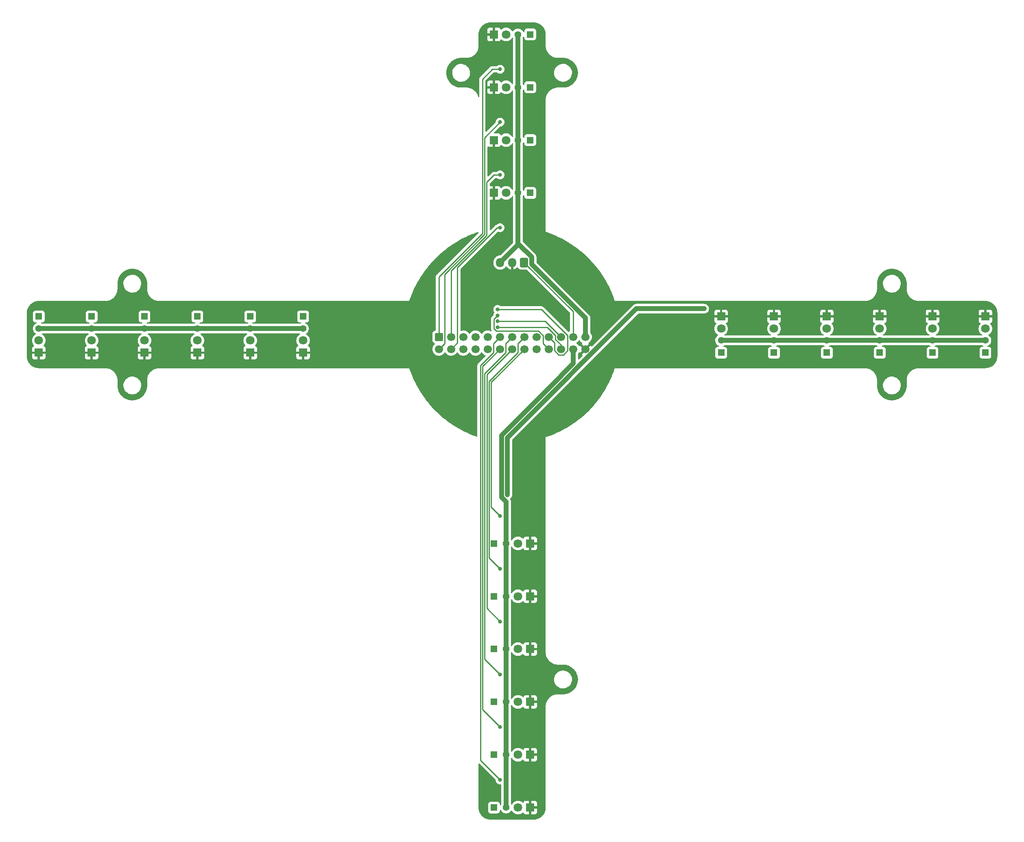
<source format=gbr>
%TF.GenerationSoftware,KiCad,Pcbnew,7.0.6*%
%TF.CreationDate,2023-12-18T00:12:50+09:00*%
%TF.ProjectId,LineSensor_20230418,4c696e65-5365-46e7-936f-725f32303233,rev?*%
%TF.SameCoordinates,Original*%
%TF.FileFunction,Copper,L2,Bot*%
%TF.FilePolarity,Positive*%
%FSLAX46Y46*%
G04 Gerber Fmt 4.6, Leading zero omitted, Abs format (unit mm)*
G04 Created by KiCad (PCBNEW 7.0.6) date 2023-12-18 00:12:50*
%MOMM*%
%LPD*%
G01*
G04 APERTURE LIST*
G04 Aperture macros list*
%AMRoundRect*
0 Rectangle with rounded corners*
0 $1 Rounding radius*
0 $2 $3 $4 $5 $6 $7 $8 $9 X,Y pos of 4 corners*
0 Add a 4 corners polygon primitive as box body*
4,1,4,$2,$3,$4,$5,$6,$7,$8,$9,$2,$3,0*
0 Add four circle primitives for the rounded corners*
1,1,$1+$1,$2,$3*
1,1,$1+$1,$4,$5*
1,1,$1+$1,$6,$7*
1,1,$1+$1,$8,$9*
0 Add four rect primitives between the rounded corners*
20,1,$1+$1,$2,$3,$4,$5,0*
20,1,$1+$1,$4,$5,$6,$7,0*
20,1,$1+$1,$6,$7,$8,$9,0*
20,1,$1+$1,$8,$9,$2,$3,0*%
G04 Aperture macros list end*
%TA.AperFunction,ComponentPad*%
%ADD10C,1.400000*%
%TD*%
%TA.AperFunction,ComponentPad*%
%ADD11R,1.400000X1.400000*%
%TD*%
%TA.AperFunction,ComponentPad*%
%ADD12R,1.800000X1.800000*%
%TD*%
%TA.AperFunction,ComponentPad*%
%ADD13C,1.800000*%
%TD*%
%TA.AperFunction,ComponentPad*%
%ADD14RoundRect,0.250000X-0.600000X0.600000X-0.600000X-0.600000X0.600000X-0.600000X0.600000X0.600000X0*%
%TD*%
%TA.AperFunction,ComponentPad*%
%ADD15C,1.700000*%
%TD*%
%TA.AperFunction,ComponentPad*%
%ADD16RoundRect,0.250000X0.600000X0.725000X-0.600000X0.725000X-0.600000X-0.725000X0.600000X-0.725000X0*%
%TD*%
%TA.AperFunction,ComponentPad*%
%ADD17O,1.700000X1.950000*%
%TD*%
%TA.AperFunction,ViaPad*%
%ADD18C,0.800000*%
%TD*%
%TA.AperFunction,Conductor*%
%ADD19C,0.250000*%
%TD*%
%TA.AperFunction,Conductor*%
%ADD20C,1.000000*%
%TD*%
G04 APERTURE END LIST*
D10*
%TO.P,Q17,1,Corrector*%
%TO.N,VIN*%
X51500000Y-148017500D03*
D11*
%TO.P,Q17,2,Emitter*%
%TO.N,Net-(Q17-Emitter)*%
X51500000Y-145477500D03*
%TD*%
D12*
%TO.P,D11,1,K*%
%TO.N,GND*%
X153775000Y-247747500D03*
D13*
%TO.P,D11,2,A*%
%TO.N,Net-(D11-A)*%
X151235000Y-247747500D03*
%TD*%
D10*
%TO.P,Q8,1,Corrector*%
%TO.N,VIN*%
X215500000Y-150477500D03*
D11*
%TO.P,Q8,2,Emitter*%
%TO.N,Net-(Q8-Emitter)*%
X215500000Y-153017500D03*
%TD*%
D12*
%TO.P,D9,1,K*%
%TO.N,GND*%
X204500000Y-145472500D03*
D13*
%TO.P,D9,2,A*%
%TO.N,Net-(D9-A)*%
X204500000Y-148012500D03*
%TD*%
D12*
%TO.P,D3,1,K*%
%TO.N,GND*%
X146225000Y-108747500D03*
D13*
%TO.P,D3,2,A*%
%TO.N,Net-(D3-A)*%
X148765000Y-108747500D03*
%TD*%
D10*
%TO.P,Q11,1,Corrector*%
%TO.N,VIN*%
X148770000Y-247747500D03*
D11*
%TO.P,Q11,2,Emitter*%
%TO.N,Net-(Q11-Emitter)*%
X146230000Y-247747500D03*
%TD*%
D12*
%TO.P,D7,1,K*%
%TO.N,GND*%
X226500000Y-145472500D03*
D13*
%TO.P,D7,2,A*%
%TO.N,Net-(D7-A)*%
X226500000Y-148012500D03*
%TD*%
D12*
%TO.P,D14,1,K*%
%TO.N,GND*%
X153775000Y-214747500D03*
D13*
%TO.P,D14,2,A*%
%TO.N,Net-(D14-A)*%
X151235000Y-214747500D03*
%TD*%
D10*
%TO.P,Q15,1,Corrector*%
%TO.N,VIN*%
X148770000Y-203747500D03*
D11*
%TO.P,Q15,2,Emitter*%
%TO.N,Net-(Q15-Emitter)*%
X146230000Y-203747500D03*
%TD*%
D10*
%TO.P,Q7,1,Corrector*%
%TO.N,VIN*%
X226500000Y-150477500D03*
D11*
%TO.P,Q7,2,Emitter*%
%TO.N,Net-(Q7-Emitter)*%
X226500000Y-153017500D03*
%TD*%
D12*
%TO.P,D18,1,K*%
%TO.N,GND*%
X62500000Y-153022500D03*
D13*
%TO.P,D18,2,A*%
%TO.N,Net-(D18-A)*%
X62500000Y-150482500D03*
%TD*%
D10*
%TO.P,Q22,1,Corrector*%
%TO.N,VIN*%
X106500000Y-148017500D03*
D11*
%TO.P,Q22,2,Emitter*%
%TO.N,Net-(Q22-Emitter)*%
X106500000Y-145477500D03*
%TD*%
D10*
%TO.P,Q5,1,Corrector*%
%TO.N,VIN*%
X248500000Y-150477500D03*
D11*
%TO.P,Q5,2,Emitter*%
%TO.N,Net-(Q5-Emitter)*%
X248500000Y-153017500D03*
%TD*%
D12*
%TO.P,D19,1,K*%
%TO.N,GND*%
X73500000Y-153022500D03*
D13*
%TO.P,D19,2,A*%
%TO.N,Net-(D19-A)*%
X73500000Y-150482500D03*
%TD*%
D12*
%TO.P,D16,1,K*%
%TO.N,GND*%
X153775000Y-192747500D03*
D13*
%TO.P,D16,2,A*%
%TO.N,Net-(D16-A)*%
X151235000Y-192747500D03*
%TD*%
D10*
%TO.P,Q3,1,Corrector*%
%TO.N,VIN*%
X151230000Y-108747500D03*
D11*
%TO.P,Q3,2,Emitter*%
%TO.N,Net-(Q3-Emitter)*%
X153770000Y-108747500D03*
%TD*%
D12*
%TO.P,D5,1,K*%
%TO.N,GND*%
X248500000Y-145472500D03*
D13*
%TO.P,D5,2,A*%
%TO.N,Net-(D5-A)*%
X248500000Y-148012500D03*
%TD*%
D12*
%TO.P,D20,1,K*%
%TO.N,GND*%
X84500000Y-153022500D03*
D13*
%TO.P,D20,2,A*%
%TO.N,Net-(D20-A)*%
X84500000Y-150482500D03*
%TD*%
D12*
%TO.P,D6,1,K*%
%TO.N,GND*%
X237500000Y-145472500D03*
D13*
%TO.P,D6,2,A*%
%TO.N,Net-(D6-A)*%
X237500000Y-148012500D03*
%TD*%
D10*
%TO.P,Q14,1,Corrector*%
%TO.N,VIN*%
X148770000Y-214747500D03*
D11*
%TO.P,Q14,2,Emitter*%
%TO.N,Net-(Q14-Emitter)*%
X146230000Y-214747500D03*
%TD*%
D10*
%TO.P,Q2,1,Corrector*%
%TO.N,VIN*%
X151230000Y-97747500D03*
D11*
%TO.P,Q2,2,Emitter*%
%TO.N,Net-(Q2-Emitter)*%
X153770000Y-97747500D03*
%TD*%
D10*
%TO.P,Q21,1,Corrector*%
%TO.N,VIN*%
X95500000Y-148017500D03*
D11*
%TO.P,Q21,2,Emitter*%
%TO.N,Net-(Q21-Emitter)*%
X95500000Y-145477500D03*
%TD*%
D12*
%TO.P,D2,1,K*%
%TO.N,GND*%
X146225000Y-97747500D03*
D13*
%TO.P,D2,2,A*%
%TO.N,Net-(D2-A)*%
X148765000Y-97747500D03*
%TD*%
D12*
%TO.P,D22,1,K*%
%TO.N,GND*%
X106500000Y-153022500D03*
D13*
%TO.P,D22,2,A*%
%TO.N,Net-(D22-A)*%
X106500000Y-150482500D03*
%TD*%
D12*
%TO.P,D4,1,K*%
%TO.N,GND*%
X146225000Y-119747500D03*
D13*
%TO.P,D4,2,A*%
%TO.N,Net-(D4-A)*%
X148765000Y-119747500D03*
%TD*%
D12*
%TO.P,D13,1,K*%
%TO.N,GND*%
X153775000Y-225747500D03*
D13*
%TO.P,D13,2,A*%
%TO.N,Net-(D13-A)*%
X151235000Y-225747500D03*
%TD*%
D10*
%TO.P,Q9,1,Corrector*%
%TO.N,VIN*%
X204500000Y-150477500D03*
D11*
%TO.P,Q9,2,Emitter*%
%TO.N,Net-(Q9-Emitter)*%
X204500000Y-153017500D03*
%TD*%
D10*
%TO.P,Q12,1,Corrector*%
%TO.N,VIN*%
X148770000Y-236747500D03*
D11*
%TO.P,Q12,2,Emitter*%
%TO.N,Net-(Q12-Emitter)*%
X146230000Y-236747500D03*
%TD*%
D10*
%TO.P,Q20,1,Corrector*%
%TO.N,VIN*%
X84500000Y-148017500D03*
D11*
%TO.P,Q20,2,Emitter*%
%TO.N,Net-(Q20-Emitter)*%
X84500000Y-145477500D03*
%TD*%
D10*
%TO.P,Q19,1,Corrector*%
%TO.N,VIN*%
X73500000Y-148017500D03*
D11*
%TO.P,Q19,2,Emitter*%
%TO.N,Net-(Q19-Emitter)*%
X73500000Y-145477500D03*
%TD*%
D10*
%TO.P,Q4,1,Corrector*%
%TO.N,VIN*%
X151230000Y-119747500D03*
D11*
%TO.P,Q4,2,Emitter*%
%TO.N,Net-(Q4-Emitter)*%
X153770000Y-119747500D03*
%TD*%
D10*
%TO.P,Q10,1,Corrector*%
%TO.N,VIN*%
X193500000Y-150477500D03*
D11*
%TO.P,Q10,2,Emitter*%
%TO.N,Net-(Q10-Emitter)*%
X193500000Y-153017500D03*
%TD*%
D12*
%TO.P,D10,1,K*%
%TO.N,GND*%
X193500000Y-145472500D03*
D13*
%TO.P,D10,2,A*%
%TO.N,Net-(D10-A)*%
X193500000Y-148012500D03*
%TD*%
D12*
%TO.P,D12,1,K*%
%TO.N,GND*%
X153775000Y-236747500D03*
D13*
%TO.P,D12,2,A*%
%TO.N,Net-(D12-A)*%
X151235000Y-236747500D03*
%TD*%
D12*
%TO.P,D21,1,K*%
%TO.N,GND*%
X95500000Y-153022500D03*
D13*
%TO.P,D21,2,A*%
%TO.N,Net-(D21-A)*%
X95500000Y-150482500D03*
%TD*%
D12*
%TO.P,D17,1,K*%
%TO.N,GND*%
X51500000Y-153022500D03*
D13*
%TO.P,D17,2,A*%
%TO.N,Net-(D17-A)*%
X51500000Y-150482500D03*
%TD*%
D10*
%TO.P,Q1,1,Corrector*%
%TO.N,VIN*%
X151230000Y-86747500D03*
D11*
%TO.P,Q1,2,Emitter*%
%TO.N,Net-(Q1-Emitter)*%
X153770000Y-86747500D03*
%TD*%
D12*
%TO.P,D15,1,K*%
%TO.N,GND*%
X153775000Y-203747500D03*
D13*
%TO.P,D15,2,A*%
%TO.N,Net-(D15-A)*%
X151235000Y-203747500D03*
%TD*%
D10*
%TO.P,Q13,1,Corrector*%
%TO.N,VIN*%
X148770000Y-225747500D03*
D11*
%TO.P,Q13,2,Emitter*%
%TO.N,Net-(Q13-Emitter)*%
X146230000Y-225747500D03*
%TD*%
D10*
%TO.P,Q18,1,Corrector*%
%TO.N,VIN*%
X62500000Y-148017500D03*
D11*
%TO.P,Q18,2,Emitter*%
%TO.N,Net-(Q18-Emitter)*%
X62500000Y-145477500D03*
%TD*%
D12*
%TO.P,D8,1,K*%
%TO.N,GND*%
X215500000Y-145472500D03*
D13*
%TO.P,D8,2,A*%
%TO.N,Net-(D8-A)*%
X215500000Y-148012500D03*
%TD*%
D10*
%TO.P,Q16,1,Corrector*%
%TO.N,VIN*%
X148770000Y-192747500D03*
D11*
%TO.P,Q16,2,Emitter*%
%TO.N,Net-(Q16-Emitter)*%
X146230000Y-192747500D03*
%TD*%
D10*
%TO.P,Q6,1,Corrector*%
%TO.N,VIN*%
X237500000Y-150477500D03*
D11*
%TO.P,Q6,2,Emitter*%
%TO.N,Net-(Q6-Emitter)*%
X237500000Y-153017500D03*
%TD*%
D12*
%TO.P,D1,1,K*%
%TO.N,GND*%
X146225000Y-86747500D03*
D13*
%TO.P,D1,2,A*%
%TO.N,Net-(D1-A)*%
X148765000Y-86747500D03*
%TD*%
D14*
%TO.P,J1,1,Pin_1*%
%TO.N,sig1*%
X134760000Y-149747500D03*
D15*
%TO.P,J1,2,Pin_2*%
%TO.N,sig2*%
X134760000Y-152287500D03*
%TO.P,J1,3,Pin_3*%
%TO.N,sig3*%
X137300000Y-149747500D03*
%TO.P,J1,4,Pin_4*%
%TO.N,sig4*%
X137300000Y-152287500D03*
%TO.P,J1,5,Pin_5*%
%TO.N,sig5*%
X139840000Y-149747500D03*
%TO.P,J1,6,Pin_6*%
%TO.N,sig6*%
X139840000Y-152287500D03*
%TO.P,J1,7,Pin_7*%
%TO.N,sig7*%
X142380000Y-149747500D03*
%TO.P,J1,8,Pin_8*%
%TO.N,sig8*%
X142380000Y-152287500D03*
%TO.P,J1,9,Pin_9*%
%TO.N,sig9*%
X144920000Y-149747500D03*
%TO.P,J1,10,Pin_10*%
%TO.N,sig10*%
X144920000Y-152287500D03*
%TO.P,J1,11,Pin_11*%
%TO.N,sig11*%
X147460000Y-149747500D03*
%TO.P,J1,12,Pin_12*%
%TO.N,sig12*%
X147460000Y-152287500D03*
%TO.P,J1,13,Pin_13*%
%TO.N,sig13*%
X150000000Y-149747500D03*
%TO.P,J1,14,Pin_14*%
%TO.N,sig14*%
X150000000Y-152287500D03*
%TO.P,J1,15,Pin_15*%
%TO.N,sig15*%
X152540000Y-149747500D03*
%TO.P,J1,16,Pin_16*%
%TO.N,sig16*%
X152540000Y-152287500D03*
%TO.P,J1,17,Pin_17*%
%TO.N,sig17*%
X155080000Y-149747500D03*
%TO.P,J1,18,Pin_18*%
%TO.N,sig18*%
X155080000Y-152287500D03*
%TO.P,J1,19,Pin_19*%
%TO.N,sig19*%
X157620000Y-149747500D03*
%TO.P,J1,20,Pin_20*%
%TO.N,sig20*%
X157620000Y-152287500D03*
%TO.P,J1,21,Pin_21*%
%TO.N,sig21*%
X160160000Y-149747500D03*
%TO.P,J1,22,Pin_22*%
%TO.N,sig22*%
X160160000Y-152287500D03*
%TO.P,J1,23,Pin_23*%
%TO.N,sig_BALL-Kicker*%
X162700000Y-149747500D03*
%TO.P,J1,24,Pin_24*%
%TO.N,VIN*%
X162700000Y-152287500D03*
%TO.P,J1,25,Pin_25*%
X165240000Y-149747500D03*
%TO.P,J1,26,Pin_26*%
%TO.N,GND*%
X165240000Y-152287500D03*
%TD*%
D16*
%TO.P,J2,1,Pin_1*%
%TO.N,sig_BALL-Kicker*%
X152500000Y-134247500D03*
D17*
%TO.P,J2,2,Pin_2*%
%TO.N,GND*%
X150000000Y-134247500D03*
%TO.P,J2,3,Pin_3*%
%TO.N,VIN*%
X147500000Y-134247500D03*
%TD*%
D18*
%TO.N,sig1*%
X147500000Y-94000000D03*
%TO.N,sig2*%
X147500000Y-105000000D03*
%TO.N,sig3*%
X147500000Y-116000000D03*
%TO.N,sig4*%
X147500000Y-127000000D03*
%TO.N,sig11*%
X147500000Y-242000000D03*
%TO.N,sig12*%
X147500000Y-231000000D03*
%TO.N,sig13*%
X147500000Y-220000000D03*
%TO.N,sig14*%
X147500000Y-209000000D03*
%TO.N,sig15*%
X147500000Y-198000000D03*
%TO.N,sig16*%
X147500000Y-187000000D03*
%TO.N,sig19*%
X147000000Y-144000000D03*
%TO.N,sig20*%
X147000000Y-145250000D03*
%TO.N,sig21*%
X147000000Y-146500000D03*
%TO.N,sig22*%
X147000000Y-147750000D03*
%TO.N,VIN*%
X160250000Y-157750000D03*
%TO.N,GND*%
X122000000Y-150000000D03*
X124000000Y-150000000D03*
X120000000Y-150000000D03*
X119000000Y-150000000D03*
X123000000Y-150000000D03*
X117000000Y-150000000D03*
X121000000Y-150000000D03*
X125000000Y-150000000D03*
X118000000Y-150000000D03*
%TO.N,Net-(R23-CW)*%
X149000000Y-182603997D03*
X189962500Y-143872500D03*
%TD*%
D19*
%TO.N,sig1*%
X143800000Y-128200000D02*
X134760000Y-137240000D01*
X147500000Y-94000000D02*
X145875000Y-94000000D01*
X134760000Y-137240000D02*
X134760000Y-149747500D01*
X145875000Y-94000000D02*
X143800000Y-96075000D01*
X143800000Y-96075000D02*
X143800000Y-128200000D01*
%TO.N,sig2*%
X144250000Y-108250000D02*
X147500000Y-105000000D01*
X134760000Y-152287500D02*
X135935000Y-151112500D01*
X135935000Y-151112500D02*
X135935000Y-136701396D01*
X135935000Y-136701396D02*
X144250000Y-128386396D01*
X144250000Y-128386396D02*
X144250000Y-108250000D01*
%TO.N,sig3*%
X146250000Y-116000000D02*
X144700000Y-117550000D01*
X147500000Y-116000000D02*
X146250000Y-116000000D01*
X137300000Y-135972792D02*
X137300000Y-149747500D01*
X144700000Y-128572792D02*
X137300000Y-135972792D01*
X144700000Y-117550000D02*
X144700000Y-128572792D01*
%TO.N,sig4*%
X138600000Y-150987500D02*
X137300000Y-152287500D01*
X138600000Y-135309188D02*
X138600000Y-150987500D01*
X147500000Y-127000000D02*
X146909188Y-127000000D01*
X146909188Y-127000000D02*
X138600000Y-135309188D01*
%TO.N,sig11*%
X143405000Y-155714201D02*
X146095000Y-153024201D01*
X146095000Y-153024201D02*
X146095000Y-151112500D01*
X146095000Y-151112500D02*
X147460000Y-149747500D01*
X143405000Y-237905000D02*
X143405000Y-155714201D01*
X147500000Y-242000000D02*
X143405000Y-237905000D01*
%TO.N,sig12*%
X143855000Y-227355000D02*
X147500000Y-231000000D01*
X143855000Y-155900597D02*
X143855000Y-227355000D01*
X147460000Y-152287500D02*
X147460000Y-152295597D01*
X147460000Y-152295597D02*
X143855000Y-155900597D01*
%TO.N,sig13*%
X147500000Y-220000000D02*
X144305000Y-216805000D01*
X148635000Y-153016104D02*
X148635000Y-151112500D01*
X148635000Y-151112500D02*
X150000000Y-149747500D01*
X144305000Y-157346104D02*
X148635000Y-153016104D01*
X144305000Y-216805000D02*
X144305000Y-157346104D01*
%TO.N,sig14*%
X144755000Y-157532500D02*
X150000000Y-152287500D01*
X147500000Y-209000000D02*
X144755000Y-206255000D01*
X144755000Y-206255000D02*
X144755000Y-157532500D01*
%TO.N,sig15*%
X145205000Y-195705000D02*
X145205000Y-158986104D01*
X151175000Y-151112500D02*
X152540000Y-149747500D01*
X145205000Y-158986104D02*
X151175000Y-153016104D01*
X147500000Y-198000000D02*
X145205000Y-195705000D01*
X151175000Y-153016104D02*
X151175000Y-151112500D01*
%TO.N,sig16*%
X147500000Y-187000000D02*
X145655000Y-185155000D01*
X145655000Y-185155000D02*
X145655000Y-159172500D01*
X145655000Y-159172500D02*
X152540000Y-152287500D01*
%TO.N,sig19*%
X147000000Y-144000000D02*
X156074201Y-144000000D01*
X156074201Y-144000000D02*
X161525000Y-149450799D01*
X160646701Y-153462500D02*
X159673299Y-153462500D01*
X158795000Y-152584201D02*
X158795000Y-150922500D01*
X158795000Y-150922500D02*
X157620000Y-149747500D01*
X161525000Y-149450799D02*
X161525000Y-152584201D01*
X161525000Y-152584201D02*
X160646701Y-153462500D01*
X159673299Y-153462500D02*
X158795000Y-152584201D01*
%TO.N,sig20*%
X146250000Y-148025305D02*
X146250000Y-146000000D01*
X146699695Y-148475000D02*
X146250000Y-148025305D01*
X155469201Y-148475000D02*
X146699695Y-148475000D01*
X157620000Y-152287500D02*
X156445000Y-151112500D01*
X156445000Y-149450799D02*
X155469201Y-148475000D01*
X156445000Y-151112500D02*
X156445000Y-149450799D01*
X146250000Y-146000000D02*
X147000000Y-145250000D01*
%TO.N,sig21*%
X147000000Y-146500000D02*
X156912500Y-146500000D01*
X156912500Y-146500000D02*
X160160000Y-149747500D01*
%TO.N,sig22*%
X158985000Y-149450799D02*
X158985000Y-150235000D01*
X157284201Y-147750000D02*
X158985000Y-149450799D01*
X158985000Y-150235000D02*
X160160000Y-151410000D01*
X147000000Y-147750000D02*
X157284201Y-147750000D01*
X160160000Y-151410000D02*
X160160000Y-152287500D01*
D20*
%TO.N,VIN*%
X151230000Y-130517500D02*
X147500000Y-134247500D01*
X160250000Y-157750000D02*
X160250000Y-157802944D01*
X160250000Y-157802944D02*
X147800000Y-170252944D01*
X148770000Y-184071053D02*
X148770000Y-192747500D01*
X154050000Y-133128997D02*
X154050000Y-134630774D01*
X151230000Y-108747500D02*
X151230000Y-97747500D01*
X147800000Y-183101053D02*
X148770000Y-184071053D01*
X151230000Y-130517500D02*
X151438503Y-130517500D01*
X51500000Y-148017500D02*
X106500000Y-148017500D01*
X162700000Y-155300000D02*
X160250000Y-157750000D01*
X154050000Y-134630774D02*
X165240000Y-145820774D01*
X151438503Y-130517500D02*
X154050000Y-133128997D01*
X151230000Y-97747500D02*
X151230000Y-86747500D01*
X193500000Y-150477500D02*
X248500000Y-150477500D01*
X148770000Y-192747500D02*
X148770000Y-247747500D01*
X162700000Y-152287500D02*
X162700000Y-155300000D01*
X165240000Y-145820774D02*
X165240000Y-149747500D01*
X147800000Y-170252944D02*
X147800000Y-183101053D01*
X151230000Y-119747500D02*
X151230000Y-108747500D01*
X151230000Y-119747500D02*
X151230000Y-130517500D01*
D19*
%TO.N,sig_BALL-Kicker*%
X152500000Y-134247500D02*
X162700000Y-144447500D01*
X162700000Y-144447500D02*
X162700000Y-149747500D01*
D20*
%TO.N,Net-(R23-CW)*%
X149000000Y-170750000D02*
X149000000Y-182603997D01*
X189962500Y-143872500D02*
X175877500Y-143872500D01*
X175877500Y-143872500D02*
X149000000Y-170750000D01*
%TD*%
%TA.AperFunction,Conductor*%
%TO.N,GND*%
G36*
X154501868Y-84248112D02*
G01*
X154598863Y-84253979D01*
X154806415Y-84267583D01*
X154813502Y-84268462D01*
X154949179Y-84293326D01*
X155115664Y-84326442D01*
X155121982Y-84328050D01*
X155252801Y-84368815D01*
X155261109Y-84371404D01*
X155269913Y-84374392D01*
X155415058Y-84423662D01*
X155420551Y-84425825D01*
X155556464Y-84486994D01*
X155699864Y-84557711D01*
X155704503Y-84560252D01*
X155832369Y-84637550D01*
X155834723Y-84639046D01*
X155884718Y-84672452D01*
X155965592Y-84726491D01*
X155969385Y-84729237D01*
X156087551Y-84821814D01*
X156090184Y-84823997D01*
X156208084Y-84927392D01*
X156211045Y-84930166D01*
X156317332Y-85036453D01*
X156320106Y-85039415D01*
X156423495Y-85157308D01*
X156425686Y-85159951D01*
X156518256Y-85278105D01*
X156521000Y-85281895D01*
X156608471Y-85412803D01*
X156609955Y-85415138D01*
X156687242Y-85542988D01*
X156689791Y-85547643D01*
X156760509Y-85691045D01*
X156821669Y-85826937D01*
X156823842Y-85832457D01*
X156876103Y-85986413D01*
X156919440Y-86125486D01*
X156921057Y-86131839D01*
X156954185Y-86298383D01*
X156979032Y-86433975D01*
X156979916Y-86441101D01*
X156993530Y-86648801D01*
X156999387Y-86745616D01*
X156999500Y-86749361D01*
X156999500Y-89072137D01*
X156999449Y-89072310D01*
X156999449Y-89099256D01*
X156998599Y-89102149D01*
X156999317Y-89113127D01*
X156999449Y-89117170D01*
X156999452Y-89274797D01*
X157021871Y-89459409D01*
X157022191Y-89462837D01*
X157027121Y-89538194D01*
X157033739Y-89557126D01*
X157035922Y-89575108D01*
X157089145Y-89791024D01*
X157089756Y-89793766D01*
X157101486Y-89852736D01*
X157107202Y-89864280D01*
X157108318Y-89868808D01*
X157205233Y-90124345D01*
X157213453Y-90148559D01*
X157213855Y-90148349D01*
X157215594Y-90151663D01*
X157215596Y-90151667D01*
X157356182Y-90419521D01*
X157356184Y-90419525D01*
X157356189Y-90419533D01*
X157358127Y-90422739D01*
X157358058Y-90422780D01*
X157358724Y-90423915D01*
X157360450Y-90425705D01*
X157528024Y-90668472D01*
X157528027Y-90668476D01*
X157541296Y-90683454D01*
X157541839Y-90684158D01*
X157542127Y-90684391D01*
X157704499Y-90867668D01*
X157728628Y-90894903D01*
X157755871Y-90919038D01*
X157755877Y-90919044D01*
X157939156Y-91081412D01*
X157939285Y-91081617D01*
X157940093Y-91082241D01*
X157955064Y-91095504D01*
X158197836Y-91263075D01*
X158198878Y-91264361D01*
X158200776Y-91265476D01*
X158200818Y-91265408D01*
X158204014Y-91267340D01*
X158204023Y-91267344D01*
X158204022Y-91267344D01*
X158471879Y-91407924D01*
X158471881Y-91407925D01*
X158475197Y-91409665D01*
X158474986Y-91410066D01*
X158499192Y-91418283D01*
X158754716Y-91515189D01*
X158754721Y-91515190D01*
X158754728Y-91515193D01*
X158759257Y-91516309D01*
X158768177Y-91521503D01*
X158829776Y-91533755D01*
X158832495Y-91534360D01*
X159048445Y-91587587D01*
X159066421Y-91589769D01*
X159081119Y-91596095D01*
X159160658Y-91601308D01*
X159164067Y-91601626D01*
X159264006Y-91613760D01*
X159348745Y-91624050D01*
X159505656Y-91624050D01*
X159509711Y-91624183D01*
X159515037Y-91624531D01*
X159517647Y-91624050D01*
X159551829Y-91624050D01*
X159551866Y-91624046D01*
X160598323Y-91624046D01*
X160601676Y-91624136D01*
X160854608Y-91637850D01*
X160933301Y-91642271D01*
X160939832Y-91642988D01*
X161136953Y-91675305D01*
X161270352Y-91697970D01*
X161276497Y-91699341D01*
X161458479Y-91749868D01*
X161599170Y-91790401D01*
X161604937Y-91792375D01*
X161776088Y-91860568D01*
X161915806Y-91918441D01*
X161921098Y-91920934D01*
X162081709Y-92006084D01*
X162216211Y-92080422D01*
X162216374Y-92080512D01*
X162221167Y-92083452D01*
X162324522Y-92153528D01*
X162370356Y-92184604D01*
X162497290Y-92274669D01*
X162501552Y-92277981D01*
X162638159Y-92394017D01*
X162755100Y-92498521D01*
X162758790Y-92502105D01*
X162881626Y-92631782D01*
X162986542Y-92749183D01*
X162986693Y-92749352D01*
X162989813Y-92753135D01*
X163059232Y-92844454D01*
X163097635Y-92894972D01*
X163189264Y-93024113D01*
X163191825Y-93028027D01*
X163237597Y-93104099D01*
X163283527Y-93180436D01*
X163299249Y-93208883D01*
X163360364Y-93319462D01*
X163362363Y-93323405D01*
X163426972Y-93463056D01*
X163436973Y-93484672D01*
X163497914Y-93631799D01*
X163499389Y-93635729D01*
X163556093Y-93804022D01*
X163600263Y-93957342D01*
X163601236Y-93961178D01*
X163639084Y-94133119D01*
X163639658Y-94136062D01*
X163666177Y-94292143D01*
X163666690Y-94295826D01*
X163685713Y-94470747D01*
X163685979Y-94473974D01*
X163694860Y-94632102D01*
X163694958Y-94635580D01*
X163694958Y-94811518D01*
X163694860Y-94814996D01*
X163685979Y-94973124D01*
X163685713Y-94976351D01*
X163666690Y-95151272D01*
X163666177Y-95154955D01*
X163639658Y-95311036D01*
X163639084Y-95313979D01*
X163601236Y-95485920D01*
X163600263Y-95489756D01*
X163556093Y-95643077D01*
X163499389Y-95811369D01*
X163497915Y-95815299D01*
X163436973Y-95962427D01*
X163362371Y-96123677D01*
X163360364Y-96127635D01*
X163283523Y-96266671D01*
X163191825Y-96419071D01*
X163189264Y-96422985D01*
X163097635Y-96552127D01*
X162989821Y-96693952D01*
X162986693Y-96697746D01*
X162881622Y-96815322D01*
X162758800Y-96944983D01*
X162755100Y-96948577D01*
X162638159Y-97053082D01*
X162501552Y-97169117D01*
X162497290Y-97172429D01*
X162370356Y-97262495D01*
X162221179Y-97363638D01*
X162216375Y-97366586D01*
X162081683Y-97441029D01*
X161921111Y-97526158D01*
X161915794Y-97528662D01*
X161776070Y-97586539D01*
X161604950Y-97654719D01*
X161599162Y-97656700D01*
X161458479Y-97697231D01*
X161276529Y-97747749D01*
X161270324Y-97749133D01*
X161136959Y-97771793D01*
X160939852Y-97804107D01*
X160933293Y-97804827D01*
X160853485Y-97809310D01*
X160646568Y-97820528D01*
X160601816Y-97822955D01*
X160598464Y-97823046D01*
X159551408Y-97823046D01*
X159551251Y-97823000D01*
X159523604Y-97823000D01*
X159520824Y-97822183D01*
X159510361Y-97822868D01*
X159506314Y-97823000D01*
X159348743Y-97823000D01*
X159164153Y-97845413D01*
X159160726Y-97845733D01*
X159085367Y-97850662D01*
X159066438Y-97857278D01*
X159048453Y-97859462D01*
X159048442Y-97859464D01*
X158832548Y-97912678D01*
X158829806Y-97913288D01*
X158770824Y-97925020D01*
X158759277Y-97930737D01*
X158754735Y-97931856D01*
X158754719Y-97931861D01*
X158499209Y-98028765D01*
X158474982Y-98036989D01*
X158475193Y-98037390D01*
X158204017Y-98179716D01*
X158200814Y-98181653D01*
X158200773Y-98181585D01*
X158199625Y-98182259D01*
X158197835Y-98183984D01*
X157955067Y-98351557D01*
X157955059Y-98351563D01*
X157940093Y-98364821D01*
X157939392Y-98365361D01*
X157939157Y-98365652D01*
X157755871Y-98528030D01*
X157755866Y-98528036D01*
X157728631Y-98552164D01*
X157704509Y-98579393D01*
X157704499Y-98579402D01*
X157542126Y-98762688D01*
X157541917Y-98762818D01*
X157541294Y-98763627D01*
X157528038Y-98778591D01*
X157360458Y-99021377D01*
X157359174Y-99022416D01*
X157358060Y-99024314D01*
X157358128Y-99024355D01*
X157356191Y-99027557D01*
X157213871Y-99298736D01*
X157213470Y-99298526D01*
X157205255Y-99322729D01*
X157108343Y-99578278D01*
X157107227Y-99582806D01*
X157102034Y-99591723D01*
X157089781Y-99653324D01*
X157089171Y-99656065D01*
X157035955Y-99871987D01*
X157033770Y-99889988D01*
X157027444Y-99904683D01*
X157022231Y-99984242D01*
X157021912Y-99987661D01*
X156999498Y-100172287D01*
X156999500Y-100323546D01*
X156999500Y-100329136D01*
X156999367Y-100333191D01*
X156999042Y-100338139D01*
X156999500Y-100340609D01*
X156999500Y-127844272D01*
X156997026Y-127859808D01*
X156999419Y-127864515D01*
X157002089Y-127865502D01*
X157016581Y-127871513D01*
X157022049Y-127872343D01*
X157509360Y-128042946D01*
X157874047Y-128170998D01*
X158343375Y-128357117D01*
X158745898Y-128518040D01*
X159198684Y-128719333D01*
X159602464Y-128901086D01*
X160043009Y-129118867D01*
X160043072Y-129118898D01*
X160442320Y-129319498D01*
X160871837Y-129554087D01*
X161263978Y-129772529D01*
X161563789Y-129952524D01*
X161682388Y-130023726D01*
X162066005Y-130259387D01*
X162342163Y-130440898D01*
X162473125Y-130526976D01*
X162847046Y-130779247D01*
X163242437Y-131062869D01*
X163605708Y-131331177D01*
X163988889Y-131630438D01*
X164180333Y-131784871D01*
X164340681Y-131914220D01*
X164355929Y-131927163D01*
X164711156Y-132228699D01*
X164817898Y-132322590D01*
X165050696Y-132527363D01*
X165407925Y-132856579D01*
X165645666Y-133084394D01*
X165734507Y-133169525D01*
X166077974Y-133512992D01*
X166390923Y-133839578D01*
X166720138Y-134196806D01*
X166766365Y-134249359D01*
X167018800Y-134536343D01*
X167143717Y-134683502D01*
X167265279Y-134826710D01*
X167333278Y-134906816D01*
X167617061Y-135258610D01*
X167916322Y-135641791D01*
X168184630Y-136005062D01*
X168468252Y-136400453D01*
X168720523Y-136774374D01*
X168988094Y-137181467D01*
X169011731Y-137219943D01*
X169223773Y-137565111D01*
X169474967Y-137983516D01*
X169693439Y-138375711D01*
X169928003Y-138805182D01*
X170128593Y-139204411D01*
X170346405Y-139645018D01*
X170519420Y-140029387D01*
X170528151Y-140048782D01*
X170729460Y-140501603D01*
X170890401Y-140904172D01*
X171076494Y-141373435D01*
X171204577Y-141738209D01*
X171311012Y-142042229D01*
X171375086Y-142225252D01*
X171376002Y-142227867D01*
X171376880Y-142232956D01*
X171382059Y-142245544D01*
X171382995Y-142248086D01*
X171387697Y-142250472D01*
X171403228Y-142248000D01*
X223385238Y-142248000D01*
X223385255Y-142248004D01*
X223418874Y-142248004D01*
X223420702Y-142248540D01*
X223426860Y-142248137D01*
X223430919Y-142248004D01*
X223436605Y-142248004D01*
X223436605Y-142248005D01*
X223587857Y-142248004D01*
X223587859Y-142248004D01*
X223631708Y-142242679D01*
X223772523Y-142225581D01*
X223775917Y-142225265D01*
X223851286Y-142220326D01*
X223870165Y-142213725D01*
X223888157Y-142211541D01*
X224104113Y-142158311D01*
X224106824Y-142157709D01*
X224165796Y-142145978D01*
X224177348Y-142140260D01*
X224181871Y-142139146D01*
X224437448Y-142042217D01*
X224461609Y-142034016D01*
X224461400Y-142033618D01*
X224600342Y-141960695D01*
X224732573Y-141891295D01*
X224732584Y-141891286D01*
X224735785Y-141889353D01*
X224735826Y-141889421D01*
X224736961Y-141888754D01*
X224738755Y-141887027D01*
X224981529Y-141719452D01*
X224996511Y-141706178D01*
X224997209Y-141705640D01*
X224997439Y-141705357D01*
X225095592Y-141618401D01*
X225207957Y-141518854D01*
X225207962Y-141518849D01*
X225216163Y-141509591D01*
X225394467Y-141308327D01*
X225394672Y-141308197D01*
X225395288Y-141307399D01*
X225408555Y-141292425D01*
X225576134Y-141049644D01*
X225577421Y-141048601D01*
X225578529Y-141046715D01*
X225578460Y-141046673D01*
X225580396Y-141043470D01*
X225580399Y-141043466D01*
X225650933Y-140909074D01*
X225722720Y-140772296D01*
X225723119Y-140772505D01*
X225731337Y-140748299D01*
X225828248Y-140492767D01*
X225829361Y-140488249D01*
X225834557Y-140479323D01*
X225846810Y-140417717D01*
X225847407Y-140415033D01*
X225900642Y-140199052D01*
X225902825Y-140181068D01*
X225909150Y-140166373D01*
X225914364Y-140086830D01*
X225914683Y-140083411D01*
X225937105Y-139898752D01*
X225937105Y-139747500D01*
X225937105Y-139747000D01*
X225937105Y-139741890D01*
X225937238Y-139737834D01*
X225937562Y-139732883D01*
X225937105Y-139730406D01*
X225937105Y-138715263D01*
X227182392Y-138715263D01*
X227212018Y-138984513D01*
X227212020Y-138984524D01*
X227280531Y-139246582D01*
X227280533Y-139246588D01*
X227386475Y-139495890D01*
X227477487Y-139645018D01*
X227527584Y-139727105D01*
X227527591Y-139727115D01*
X227700858Y-139935319D01*
X227700864Y-139935324D01*
X227862254Y-140079929D01*
X227902603Y-140116082D01*
X228128515Y-140265544D01*
X228373781Y-140380520D01*
X228373788Y-140380522D01*
X228373790Y-140380523D01*
X228633162Y-140458557D01*
X228633169Y-140458558D01*
X228633174Y-140458560D01*
X228901166Y-140498000D01*
X228901171Y-140498000D01*
X229104241Y-140498000D01*
X229155738Y-140494230D01*
X229306761Y-140483177D01*
X229419363Y-140458093D01*
X229571151Y-140424282D01*
X229571153Y-140424281D01*
X229571158Y-140424280D01*
X229824163Y-140327514D01*
X230060382Y-140194941D01*
X230274782Y-140029388D01*
X230462791Y-139834381D01*
X230620404Y-139614079D01*
X230694392Y-139470169D01*
X230744254Y-139373190D01*
X230744256Y-139373184D01*
X230744261Y-139373175D01*
X230831723Y-139116805D01*
X230880924Y-138850433D01*
X230890817Y-138579735D01*
X230861191Y-138310482D01*
X230792677Y-138048412D01*
X230686735Y-137799110D01*
X230545623Y-137567890D01*
X230487628Y-137498201D01*
X230372351Y-137359680D01*
X230372345Y-137359675D01*
X230170607Y-137178918D01*
X229944697Y-137029457D01*
X229934592Y-137024720D01*
X229699429Y-136914480D01*
X229699424Y-136914478D01*
X229699419Y-136914476D01*
X229440047Y-136836442D01*
X229440033Y-136836439D01*
X229324396Y-136819421D01*
X229172044Y-136797000D01*
X228968974Y-136797000D01*
X228968969Y-136797000D01*
X228766449Y-136811823D01*
X228766436Y-136811825D01*
X228502058Y-136870717D01*
X228502051Y-136870720D01*
X228249044Y-136967487D01*
X228012831Y-137100057D01*
X227798427Y-137265612D01*
X227610427Y-137460609D01*
X227610421Y-137460616D01*
X227452807Y-137680919D01*
X227452804Y-137680924D01*
X227328955Y-137921809D01*
X227328948Y-137921827D01*
X227241489Y-138178185D01*
X227241486Y-138178199D01*
X227192286Y-138444568D01*
X227192285Y-138444575D01*
X227182392Y-138715263D01*
X225937105Y-138715263D01*
X225937105Y-138649177D01*
X225937196Y-138645820D01*
X225951070Y-138389918D01*
X225951868Y-138375711D01*
X225955319Y-138314261D01*
X225956034Y-138307749D01*
X225988603Y-138109086D01*
X226011011Y-137977205D01*
X226012373Y-137971100D01*
X226063164Y-137788168D01*
X226103436Y-137648384D01*
X226105398Y-137642653D01*
X226173836Y-137470887D01*
X226231463Y-137331763D01*
X226233947Y-137326489D01*
X226319338Y-137165425D01*
X226393542Y-137031162D01*
X226396456Y-137026414D01*
X226497894Y-136876804D01*
X226587675Y-136750271D01*
X226590954Y-136746051D01*
X226707311Y-136609064D01*
X226811520Y-136492455D01*
X226815075Y-136488796D01*
X226945060Y-136365667D01*
X227062354Y-136260848D01*
X227066101Y-136257758D01*
X227208234Y-136149712D01*
X227337101Y-136058277D01*
X227340977Y-136055741D01*
X227493674Y-135963866D01*
X227632447Y-135887170D01*
X227636342Y-135885195D01*
X227797911Y-135810446D01*
X227944765Y-135749617D01*
X227948646Y-135748161D01*
X228117254Y-135691350D01*
X228270305Y-135647258D01*
X228274111Y-135646293D01*
X228313626Y-135637595D01*
X228446351Y-135608379D01*
X228449249Y-135607814D01*
X228605101Y-135581334D01*
X228608692Y-135580834D01*
X228783997Y-135561768D01*
X228787149Y-135561509D01*
X228894038Y-135555506D01*
X228945015Y-135552644D01*
X228948492Y-135552546D01*
X229124718Y-135552546D01*
X229128195Y-135552644D01*
X229183564Y-135555753D01*
X229286054Y-135561508D01*
X229289218Y-135561769D01*
X229464508Y-135580833D01*
X229468117Y-135581335D01*
X229623944Y-135607811D01*
X229626868Y-135608382D01*
X229799097Y-135646293D01*
X229802919Y-135647262D01*
X229955961Y-135691352D01*
X230124543Y-135748155D01*
X230128463Y-135749626D01*
X230275310Y-135810451D01*
X230436844Y-135885185D01*
X230440782Y-135887181D01*
X230579558Y-135963880D01*
X230732213Y-136055730D01*
X230736128Y-136058291D01*
X230864983Y-136149718D01*
X231007092Y-136257747D01*
X231010879Y-136260869D01*
X231100454Y-136340918D01*
X231128172Y-136365689D01*
X231258115Y-136488778D01*
X231261709Y-136492478D01*
X231365901Y-136609069D01*
X231482243Y-136746037D01*
X231485549Y-136750292D01*
X231575324Y-136876818D01*
X231676730Y-137026380D01*
X231679679Y-137031185D01*
X231753878Y-137165437D01*
X231839250Y-137326467D01*
X231841754Y-137331785D01*
X231899381Y-137470907D01*
X231967798Y-137642622D01*
X231969780Y-137648410D01*
X232010065Y-137788239D01*
X232060825Y-137971063D01*
X232062206Y-137977252D01*
X232084617Y-138109152D01*
X232117171Y-138307722D01*
X232117891Y-138314280D01*
X232122139Y-138389918D01*
X232136014Y-138645819D01*
X232136105Y-138649177D01*
X232136105Y-139696132D01*
X232136100Y-139696149D01*
X232136100Y-139729717D01*
X232135559Y-139731557D01*
X232135967Y-139737777D01*
X232136100Y-139741832D01*
X232136100Y-139898755D01*
X232158520Y-140083400D01*
X232158839Y-140086820D01*
X232163778Y-140162185D01*
X232170378Y-140181064D01*
X232172561Y-140199044D01*
X232225784Y-140414978D01*
X232226394Y-140417719D01*
X232238125Y-140476691D01*
X232243840Y-140488235D01*
X232244955Y-140492760D01*
X232244959Y-140492771D01*
X232341854Y-140748259D01*
X232350085Y-140772506D01*
X232350486Y-140772296D01*
X232492809Y-141043470D01*
X232494746Y-141046673D01*
X232494677Y-141046714D01*
X232495352Y-141047863D01*
X232497076Y-141049651D01*
X232664651Y-141292425D01*
X232664653Y-141292427D01*
X232677912Y-141307395D01*
X232678456Y-141308101D01*
X232678743Y-141308333D01*
X232841104Y-141491600D01*
X232841112Y-141491608D01*
X232865245Y-141518849D01*
X232865250Y-141518854D01*
X232888084Y-141539084D01*
X232892487Y-141542984D01*
X232892495Y-141542992D01*
X233075766Y-141705356D01*
X233075894Y-141705561D01*
X233076696Y-141706179D01*
X233085709Y-141714163D01*
X233091681Y-141719455D01*
X233224604Y-141811204D01*
X233334444Y-141887021D01*
X233334446Y-141887022D01*
X233335487Y-141888307D01*
X233337390Y-141889425D01*
X233337431Y-141889358D01*
X233340627Y-141891290D01*
X233611808Y-142033615D01*
X233611597Y-142034015D01*
X233635797Y-142042230D01*
X233858342Y-142126630D01*
X233891324Y-142139139D01*
X233891338Y-142139144D01*
X233895857Y-142140258D01*
X233904782Y-142145453D01*
X233966371Y-142157704D01*
X233969113Y-142158314D01*
X234034256Y-142174370D01*
X234185053Y-142211538D01*
X234203037Y-142213721D01*
X234217732Y-142220045D01*
X234297274Y-142225259D01*
X234300658Y-142225574D01*
X234449641Y-142243664D01*
X234485350Y-142248000D01*
X234485352Y-142248000D01*
X234636506Y-142248000D01*
X234642200Y-142248000D01*
X234646256Y-142248133D01*
X234651176Y-142248455D01*
X234653637Y-142248000D01*
X248498126Y-142248000D01*
X248501869Y-142248113D01*
X248507524Y-142248455D01*
X248599046Y-142253991D01*
X248806383Y-142267579D01*
X248813489Y-142268460D01*
X248949354Y-142293359D01*
X249115645Y-142326437D01*
X249121959Y-142328043D01*
X249258724Y-142370661D01*
X249261200Y-142371433D01*
X249415038Y-142423653D01*
X249420518Y-142425811D01*
X249503433Y-142463128D01*
X249556527Y-142487024D01*
X249699831Y-142557693D01*
X249704473Y-142560234D01*
X249776385Y-142603707D01*
X249832425Y-142637585D01*
X249834774Y-142639078D01*
X249926041Y-142700060D01*
X249965560Y-142726467D01*
X249969347Y-142729209D01*
X250028499Y-142775551D01*
X250087593Y-142821848D01*
X250090236Y-142824040D01*
X250208043Y-142927354D01*
X250211006Y-142930128D01*
X250317373Y-143036497D01*
X250320147Y-143039459D01*
X250423460Y-143157264D01*
X250425642Y-143159895D01*
X250464021Y-143208882D01*
X250518281Y-143278140D01*
X250521027Y-143281932D01*
X250576514Y-143364973D01*
X250591110Y-143386818D01*
X250608420Y-143412723D01*
X250609927Y-143415094D01*
X250687257Y-143543014D01*
X250689805Y-143547669D01*
X250760472Y-143690965D01*
X250821681Y-143826966D01*
X250823854Y-143832486D01*
X250876053Y-143986258D01*
X250919452Y-144125529D01*
X250921069Y-144131884D01*
X250954141Y-144298150D01*
X250979036Y-144434004D01*
X250979920Y-144441130D01*
X250993493Y-144648196D01*
X250998738Y-144734908D01*
X250999389Y-144745661D01*
X250999502Y-144749406D01*
X250999501Y-153745621D01*
X250999388Y-153749365D01*
X250993527Y-153846270D01*
X250984821Y-153979086D01*
X250981493Y-154029872D01*
X250979918Y-154053895D01*
X250979034Y-154061022D01*
X250954194Y-154196569D01*
X250921059Y-154363155D01*
X250919442Y-154369509D01*
X250876108Y-154508573D01*
X250823840Y-154662548D01*
X250821667Y-154668067D01*
X250760519Y-154803934D01*
X250689788Y-154947360D01*
X250687240Y-154952015D01*
X250609954Y-155079861D01*
X250608447Y-155082232D01*
X250521007Y-155213095D01*
X250518260Y-155216888D01*
X250425698Y-155335035D01*
X250423506Y-155337679D01*
X250320094Y-155455597D01*
X250317320Y-155458559D01*
X250211056Y-155564822D01*
X250208094Y-155567596D01*
X250090183Y-155671001D01*
X250087540Y-155673193D01*
X249969398Y-155765752D01*
X249965605Y-155768499D01*
X249834721Y-155855954D01*
X249832350Y-155857461D01*
X249704517Y-155934739D01*
X249699862Y-155937287D01*
X249556436Y-156008018D01*
X249420566Y-156069167D01*
X249415047Y-156071340D01*
X249261059Y-156123612D01*
X249122020Y-156166939D01*
X249115666Y-156168556D01*
X248949047Y-156201699D01*
X248813534Y-156226531D01*
X248806408Y-156227415D01*
X248598502Y-156241043D01*
X248501901Y-156246887D01*
X248498156Y-156247000D01*
X234652946Y-156247000D01*
X234651351Y-156246531D01*
X234646242Y-156246867D01*
X234642186Y-156247000D01*
X234624253Y-156247000D01*
X234624203Y-156247005D01*
X234485349Y-156247005D01*
X234300700Y-156269425D01*
X234297283Y-156269744D01*
X234221921Y-156274684D01*
X234203050Y-156281281D01*
X234185054Y-156283466D01*
X234185053Y-156283466D01*
X233969157Y-156336680D01*
X233966415Y-156337290D01*
X233907432Y-156349022D01*
X233895875Y-156354743D01*
X233891340Y-156355860D01*
X233891333Y-156355862D01*
X233635844Y-156452757D01*
X233611600Y-156460986D01*
X233611811Y-156461388D01*
X233472882Y-156534304D01*
X233340650Y-156603705D01*
X233340640Y-156603710D01*
X233337422Y-156605655D01*
X233337380Y-156605586D01*
X233336247Y-156606251D01*
X233334455Y-156607978D01*
X233091688Y-156775546D01*
X233091667Y-156775563D01*
X233076707Y-156788816D01*
X233076001Y-156789360D01*
X233075770Y-156789646D01*
X232892502Y-156952006D01*
X232892492Y-156952017D01*
X232865248Y-156976154D01*
X232841132Y-157003375D01*
X232841127Y-157003379D01*
X232678751Y-157186665D01*
X232678539Y-157186797D01*
X232677908Y-157187616D01*
X232664659Y-157202572D01*
X232497082Y-157445348D01*
X232495797Y-157446389D01*
X232494686Y-157448280D01*
X232494755Y-157448322D01*
X232492810Y-157451538D01*
X232350490Y-157722706D01*
X232350087Y-157722494D01*
X232341857Y-157746741D01*
X232244963Y-158002229D01*
X232244961Y-158002235D01*
X232243843Y-158006773D01*
X232238647Y-158015694D01*
X232226390Y-158077317D01*
X232225781Y-158080054D01*
X232172569Y-158295948D01*
X232172567Y-158295955D01*
X232170382Y-158313944D01*
X232164056Y-158328638D01*
X232158842Y-158408195D01*
X232158523Y-158411613D01*
X232136105Y-158596244D01*
X232136105Y-158753092D01*
X232135972Y-158757148D01*
X232135646Y-158762115D01*
X232136105Y-158764591D01*
X232136105Y-159845822D01*
X232136014Y-159849180D01*
X232122139Y-160105081D01*
X232117891Y-160180718D01*
X232117171Y-160187276D01*
X232084617Y-160385847D01*
X232062206Y-160517746D01*
X232060822Y-160523952D01*
X232010068Y-160706750D01*
X231969780Y-160846589D01*
X231967798Y-160852376D01*
X231899381Y-161024092D01*
X231841754Y-161163214D01*
X231839250Y-161168531D01*
X231753878Y-161329563D01*
X231679679Y-161463813D01*
X231676730Y-161468618D01*
X231575324Y-161618181D01*
X231485549Y-161744707D01*
X231482237Y-161748968D01*
X231365908Y-161885923D01*
X231261709Y-162002520D01*
X231258115Y-162006220D01*
X231128172Y-162129310D01*
X231010887Y-162234122D01*
X231007092Y-162237251D01*
X230864983Y-162345281D01*
X230736127Y-162436707D01*
X230732213Y-162439268D01*
X230579552Y-162531123D01*
X230440781Y-162607818D01*
X230436823Y-162609824D01*
X230275311Y-162684547D01*
X230128463Y-162745372D01*
X230124533Y-162746847D01*
X229955969Y-162803644D01*
X229802933Y-162847732D01*
X229799097Y-162848705D01*
X229626868Y-162886616D01*
X229623925Y-162887190D01*
X229468147Y-162913658D01*
X229464464Y-162914171D01*
X229289251Y-162933226D01*
X229286024Y-162933492D01*
X229128194Y-162942356D01*
X229124716Y-162942454D01*
X228948494Y-162942454D01*
X228945016Y-162942356D01*
X228787184Y-162933492D01*
X228783957Y-162933226D01*
X228608744Y-162914171D01*
X228605061Y-162913658D01*
X228449283Y-162887190D01*
X228446340Y-162886616D01*
X228274111Y-162848705D01*
X228270274Y-162847732D01*
X228117240Y-162803644D01*
X227948675Y-162746847D01*
X227944745Y-162745372D01*
X227797898Y-162684547D01*
X227636385Y-162609824D01*
X227632427Y-162607817D01*
X227493657Y-162531123D01*
X227340995Y-162439268D01*
X227337081Y-162436707D01*
X227208226Y-162345281D01*
X227066116Y-162237251D01*
X227062321Y-162234122D01*
X226945037Y-162129310D01*
X226815093Y-162006220D01*
X226811499Y-162002520D01*
X226707301Y-161885923D01*
X226683302Y-161857669D01*
X226590961Y-161748956D01*
X226587659Y-161744706D01*
X226497885Y-161618181D01*
X226436411Y-161527514D01*
X226396475Y-161468613D01*
X226393529Y-161463813D01*
X226375319Y-161430864D01*
X226319322Y-161329545D01*
X226312184Y-161316082D01*
X226233955Y-161168526D01*
X226231457Y-161163219D01*
X226173835Y-161024108D01*
X226105406Y-160852364D01*
X226103433Y-160846602D01*
X226063142Y-160706750D01*
X226012376Y-160523907D01*
X226011009Y-160517785D01*
X225988615Y-160385983D01*
X225956034Y-160187254D01*
X225955318Y-160180734D01*
X225951096Y-160105567D01*
X225940778Y-159915263D01*
X227182392Y-159915263D01*
X227212018Y-160184513D01*
X227212020Y-160184524D01*
X227264653Y-160385847D01*
X227280533Y-160446588D01*
X227386475Y-160695890D01*
X227527584Y-160927105D01*
X227527591Y-160927115D01*
X227700858Y-161135319D01*
X227700864Y-161135324D01*
X227805845Y-161229387D01*
X227902603Y-161316082D01*
X228128515Y-161465544D01*
X228373781Y-161580520D01*
X228373788Y-161580522D01*
X228373790Y-161580523D01*
X228633162Y-161658557D01*
X228633169Y-161658558D01*
X228633174Y-161658560D01*
X228901166Y-161698000D01*
X228901171Y-161698000D01*
X229104241Y-161698000D01*
X229155738Y-161694230D01*
X229306761Y-161683177D01*
X229419363Y-161658093D01*
X229571151Y-161624282D01*
X229571153Y-161624281D01*
X229571158Y-161624280D01*
X229824163Y-161527514D01*
X230060382Y-161394941D01*
X230274782Y-161229388D01*
X230462791Y-161034381D01*
X230620404Y-160814079D01*
X230694392Y-160670169D01*
X230744254Y-160573190D01*
X230744256Y-160573184D01*
X230744261Y-160573175D01*
X230831723Y-160316805D01*
X230880924Y-160050433D01*
X230890817Y-159779735D01*
X230861191Y-159510482D01*
X230792677Y-159248412D01*
X230686735Y-158999110D01*
X230545623Y-158767890D01*
X230536688Y-158757153D01*
X230372351Y-158559680D01*
X230372345Y-158559675D01*
X230170607Y-158378918D01*
X229944697Y-158229457D01*
X229944695Y-158229456D01*
X229699429Y-158114480D01*
X229699424Y-158114478D01*
X229699419Y-158114476D01*
X229440047Y-158036442D01*
X229440033Y-158036439D01*
X229324396Y-158019421D01*
X229172044Y-157997000D01*
X228968974Y-157997000D01*
X228968969Y-157997000D01*
X228766449Y-158011823D01*
X228766436Y-158011825D01*
X228502058Y-158070717D01*
X228502051Y-158070720D01*
X228249044Y-158167487D01*
X228012831Y-158300057D01*
X228012829Y-158300058D01*
X228012828Y-158300059D01*
X227970418Y-158332807D01*
X227798427Y-158465612D01*
X227610427Y-158660609D01*
X227610421Y-158660616D01*
X227452807Y-158880919D01*
X227452804Y-158880924D01*
X227328955Y-159121809D01*
X227328948Y-159121827D01*
X227241489Y-159378185D01*
X227241486Y-159378199D01*
X227192286Y-159644568D01*
X227192285Y-159644575D01*
X227182392Y-159915263D01*
X225940778Y-159915263D01*
X225937195Y-159849177D01*
X225937105Y-159845822D01*
X225937105Y-158763900D01*
X225937575Y-158762298D01*
X225937238Y-158757153D01*
X225937105Y-158753096D01*
X225937105Y-158736014D01*
X225937100Y-158735960D01*
X225937100Y-158596245D01*
X225914681Y-158411613D01*
X225914674Y-158411561D01*
X225914357Y-158408155D01*
X225909417Y-158332804D01*
X225902819Y-158313926D01*
X225900637Y-158295949D01*
X225847407Y-158079989D01*
X225846806Y-158077287D01*
X225835076Y-158018311D01*
X225829357Y-158006755D01*
X225828243Y-158002235D01*
X225828240Y-158002228D01*
X225749613Y-157794904D01*
X225731314Y-157746654D01*
X225723114Y-157722496D01*
X225722716Y-157722706D01*
X225580392Y-157451532D01*
X225578456Y-157448330D01*
X225578523Y-157448289D01*
X225577851Y-157447145D01*
X225576125Y-157445351D01*
X225408551Y-157202578D01*
X225402489Y-157195735D01*
X225395285Y-157187603D01*
X225394747Y-157186905D01*
X225394460Y-157186673D01*
X225394458Y-157186671D01*
X225207954Y-156976150D01*
X225207953Y-156976149D01*
X225180713Y-156952016D01*
X225180709Y-156952012D01*
X224997426Y-156789637D01*
X224997297Y-156789432D01*
X224996493Y-156788812D01*
X224996487Y-156788807D01*
X224991595Y-156784472D01*
X224981528Y-156775553D01*
X224981523Y-156775549D01*
X224822682Y-156665909D01*
X224738753Y-156607977D01*
X224737709Y-156606690D01*
X224735815Y-156605577D01*
X224735774Y-156605647D01*
X224732571Y-156603710D01*
X224461398Y-156461387D01*
X224461608Y-156460986D01*
X224437393Y-156452766D01*
X224366368Y-156425830D01*
X224181875Y-156355860D01*
X224180043Y-156355408D01*
X224177347Y-156354744D01*
X224168427Y-156349550D01*
X224106828Y-156337297D01*
X224104098Y-156336689D01*
X223888156Y-156283464D01*
X223870158Y-156281278D01*
X223855461Y-156274952D01*
X223775907Y-156269738D01*
X223772489Y-156269419D01*
X223587854Y-156247000D01*
X223436704Y-156247000D01*
X223431015Y-156247000D01*
X223426959Y-156246867D01*
X223422038Y-156246544D01*
X223419578Y-156247000D01*
X171403227Y-156247000D01*
X171387700Y-156244528D01*
X171383002Y-156246910D01*
X171382094Y-156249383D01*
X171376552Y-156262929D01*
X171375724Y-156267923D01*
X171204529Y-156756928D01*
X171076494Y-157121564D01*
X170890401Y-157590827D01*
X170729460Y-157993396D01*
X170528209Y-158446087D01*
X170346407Y-158849976D01*
X170128593Y-159290588D01*
X169928003Y-159689817D01*
X169693439Y-160119288D01*
X169474967Y-160511483D01*
X169223773Y-160929888D01*
X168988099Y-161313525D01*
X168720523Y-161720625D01*
X168468252Y-162094546D01*
X168184630Y-162489937D01*
X167916322Y-162853208D01*
X167617061Y-163236389D01*
X167333278Y-163588183D01*
X167018800Y-163958656D01*
X166720140Y-164298192D01*
X166390932Y-164655412D01*
X166077974Y-164982007D01*
X165734507Y-165325474D01*
X165407912Y-165638432D01*
X165050692Y-165967640D01*
X164711156Y-166266300D01*
X164340683Y-166580778D01*
X163988889Y-166864561D01*
X163605708Y-167163822D01*
X163242437Y-167432130D01*
X162847046Y-167715752D01*
X162473125Y-167968023D01*
X162066025Y-168235599D01*
X161682388Y-168471273D01*
X161263983Y-168722467D01*
X160871788Y-168940939D01*
X160442317Y-169175503D01*
X160043088Y-169376093D01*
X159602476Y-169593907D01*
X159198587Y-169775709D01*
X158745896Y-169976960D01*
X158343327Y-170137901D01*
X157874064Y-170323994D01*
X157509428Y-170452029D01*
X157020423Y-170623224D01*
X157015427Y-170624052D01*
X157001881Y-170629594D01*
X156999410Y-170630502D01*
X156997018Y-170635223D01*
X156999500Y-170650771D01*
X156999500Y-215458076D01*
X156999140Y-215459299D01*
X156999367Y-215462746D01*
X156999500Y-215466806D01*
X156999500Y-215484097D01*
X156999519Y-215484297D01*
X156999519Y-215623632D01*
X157019077Y-215784716D01*
X157021940Y-215808291D01*
X157022259Y-215811707D01*
X157027203Y-215887082D01*
X157033795Y-215905932D01*
X157035981Y-215923938D01*
X157089191Y-216139824D01*
X157089801Y-216142566D01*
X157101536Y-216201562D01*
X157107254Y-216213112D01*
X157108372Y-216217645D01*
X157108374Y-216217650D01*
X157108375Y-216217655D01*
X157205273Y-216473160D01*
X157213495Y-216497384D01*
X157213898Y-216497173D01*
X157356221Y-216768353D01*
X157358154Y-216771550D01*
X157358086Y-216771590D01*
X157358761Y-216772740D01*
X157360485Y-216774528D01*
X157528055Y-217017298D01*
X157528057Y-217017300D01*
X157528059Y-217017303D01*
X157541326Y-217032279D01*
X157541864Y-217032976D01*
X157542146Y-217033204D01*
X157704523Y-217216491D01*
X157728658Y-217243734D01*
X157754946Y-217267023D01*
X157841040Y-217343296D01*
X157939170Y-217430232D01*
X157939300Y-217430440D01*
X157940108Y-217431063D01*
X157955082Y-217444329D01*
X158197850Y-217611900D01*
X158198893Y-217613187D01*
X158200790Y-217614302D01*
X158200832Y-217614234D01*
X158204034Y-217616170D01*
X158475208Y-217758494D01*
X158474998Y-217758893D01*
X158499197Y-217767108D01*
X158754736Y-217864022D01*
X158759254Y-217865135D01*
X158768173Y-217870329D01*
X158829763Y-217882580D01*
X158832470Y-217883182D01*
X159048450Y-217936417D01*
X159066431Y-217938600D01*
X159081127Y-217944925D01*
X159160671Y-217950139D01*
X159164078Y-217950456D01*
X159269545Y-217963263D01*
X159348746Y-217972880D01*
X159348748Y-217972880D01*
X159499901Y-217972880D01*
X159505609Y-217972880D01*
X159509665Y-217973013D01*
X159514615Y-217973337D01*
X159517093Y-217972880D01*
X160598323Y-217972880D01*
X160601676Y-217972970D01*
X160843584Y-217986087D01*
X160933598Y-217991152D01*
X160940087Y-217991864D01*
X161131665Y-218023272D01*
X161270673Y-218046891D01*
X161276798Y-218048258D01*
X161455288Y-218097815D01*
X161599480Y-218139358D01*
X161605249Y-218141333D01*
X161722021Y-218187859D01*
X161773846Y-218208508D01*
X161916097Y-218267430D01*
X161921412Y-218269932D01*
X162080080Y-218354053D01*
X162157740Y-218396975D01*
X162216682Y-218429551D01*
X162221483Y-218432497D01*
X162324580Y-218502398D01*
X162369136Y-218532608D01*
X162497575Y-218623740D01*
X162501837Y-218627053D01*
X162637212Y-218742041D01*
X162755368Y-218847632D01*
X162759068Y-218851226D01*
X162880868Y-218979808D01*
X162986953Y-219098519D01*
X162990082Y-219102313D01*
X163097049Y-219243024D01*
X163189505Y-219373327D01*
X163192053Y-219377223D01*
X163283085Y-219528520D01*
X163360561Y-219668703D01*
X163362567Y-219672662D01*
X163436649Y-219832785D01*
X163498085Y-219981106D01*
X163499560Y-219985037D01*
X163555874Y-220152173D01*
X163600388Y-220306686D01*
X163601362Y-220310522D01*
X163638955Y-220481312D01*
X163639529Y-220484254D01*
X163666251Y-220641526D01*
X163666764Y-220645209D01*
X163685663Y-220818985D01*
X163685929Y-220822212D01*
X163694876Y-220981522D01*
X163694974Y-220985000D01*
X163694974Y-221159798D01*
X163694876Y-221163276D01*
X163685929Y-221322586D01*
X163685663Y-221325813D01*
X163666764Y-221499589D01*
X163666251Y-221503272D01*
X163639529Y-221660544D01*
X163638955Y-221663486D01*
X163601362Y-221834276D01*
X163600388Y-221838112D01*
X163555874Y-221992626D01*
X163499560Y-222159761D01*
X163498085Y-222163692D01*
X163436649Y-222312014D01*
X163362567Y-222472137D01*
X163360561Y-222476095D01*
X163283085Y-222616279D01*
X163192053Y-222767575D01*
X163189492Y-222771490D01*
X163097051Y-222901773D01*
X162990082Y-223042486D01*
X162986954Y-223046279D01*
X162880868Y-223164991D01*
X162759067Y-223293573D01*
X162755368Y-223297166D01*
X162637212Y-223402758D01*
X162501837Y-223517746D01*
X162497575Y-223521057D01*
X162369136Y-223612191D01*
X162221488Y-223712298D01*
X162216683Y-223715247D01*
X162080052Y-223790761D01*
X161921415Y-223874864D01*
X161916097Y-223877368D01*
X161773846Y-223936291D01*
X161605260Y-224003461D01*
X161599473Y-224005443D01*
X161455223Y-224047002D01*
X161276835Y-224096531D01*
X161270635Y-224097914D01*
X161131515Y-224121552D01*
X160940133Y-224152926D01*
X160933574Y-224153646D01*
X160837353Y-224159050D01*
X160644100Y-224169528D01*
X160602402Y-224171789D01*
X160599049Y-224171880D01*
X159514352Y-224171880D01*
X159513123Y-224171519D01*
X159509653Y-224171747D01*
X159505593Y-224171880D01*
X159487954Y-224171880D01*
X159487748Y-224171900D01*
X159348744Y-224171900D01*
X159164084Y-224194322D01*
X159160669Y-224194641D01*
X159085298Y-224199585D01*
X159066446Y-224206177D01*
X159048449Y-224208363D01*
X158832524Y-224261583D01*
X158829782Y-224262193D01*
X158770819Y-224273921D01*
X158759271Y-224279638D01*
X158754742Y-224280754D01*
X158754732Y-224280757D01*
X158499267Y-224377643D01*
X158474997Y-224385881D01*
X158475209Y-224386284D01*
X158204030Y-224528607D01*
X158200834Y-224530540D01*
X158200793Y-224530473D01*
X158199638Y-224531152D01*
X158197855Y-224532870D01*
X157955092Y-224700437D01*
X157955084Y-224700443D01*
X157940121Y-224713700D01*
X157939402Y-224714254D01*
X157939165Y-224714547D01*
X157754943Y-224877752D01*
X157754941Y-224877752D01*
X157728658Y-224901037D01*
X157705365Y-224927328D01*
X157705363Y-224927332D01*
X157542149Y-225111559D01*
X157541942Y-225111688D01*
X157541318Y-225112498D01*
X157528063Y-225127458D01*
X157528057Y-225127467D01*
X157360480Y-225370240D01*
X157359194Y-225371283D01*
X157358083Y-225373174D01*
X157358152Y-225373216D01*
X157356215Y-225376419D01*
X157213892Y-225647591D01*
X157213489Y-225647379D01*
X157205259Y-225671625D01*
X157108360Y-225927124D01*
X157108359Y-225927127D01*
X157107245Y-225931648D01*
X157102052Y-225940565D01*
X157089799Y-226002162D01*
X157089189Y-226004904D01*
X157036848Y-226217256D01*
X157035966Y-226220833D01*
X157033782Y-226238820D01*
X157027455Y-226253518D01*
X157022240Y-226333077D01*
X157021921Y-226336495D01*
X156999501Y-226521132D01*
X156999500Y-226672280D01*
X156999500Y-226677963D01*
X156999367Y-226682020D01*
X156999041Y-226686983D01*
X156999500Y-226689460D01*
X156999500Y-247745624D01*
X156999387Y-247749368D01*
X156993510Y-247846526D01*
X156979920Y-248053871D01*
X156979036Y-248060997D01*
X156954145Y-248196828D01*
X156921066Y-248363126D01*
X156919449Y-248369479D01*
X156876064Y-248508706D01*
X156823852Y-248662518D01*
X156821679Y-248668038D01*
X156760475Y-248804027D01*
X156689809Y-248947324D01*
X156687260Y-248951979D01*
X156609913Y-249079925D01*
X156608406Y-249082296D01*
X156521031Y-249213060D01*
X156518285Y-249216853D01*
X156425650Y-249335093D01*
X156423458Y-249337736D01*
X156320144Y-249455543D01*
X156317370Y-249458506D01*
X156211001Y-249564873D01*
X156208039Y-249567647D01*
X156090234Y-249670960D01*
X156087591Y-249673152D01*
X155969358Y-249765781D01*
X155965566Y-249768527D01*
X155834775Y-249855920D01*
X155832404Y-249857427D01*
X155704484Y-249934757D01*
X155699829Y-249937305D01*
X155556534Y-250007972D01*
X155420531Y-250069181D01*
X155415012Y-250071354D01*
X155261241Y-250123553D01*
X155121968Y-250166952D01*
X155115615Y-250168569D01*
X154949349Y-250201641D01*
X154813494Y-250226536D01*
X154806368Y-250227420D01*
X154599303Y-250240993D01*
X154536471Y-250244793D01*
X154501832Y-250246889D01*
X154498093Y-250247002D01*
X145501879Y-250247002D01*
X145498134Y-250246889D01*
X145401219Y-250241026D01*
X145245557Y-250230823D01*
X145193598Y-250227417D01*
X145186477Y-250226534D01*
X145050930Y-250201694D01*
X144919671Y-250175586D01*
X144884339Y-250168558D01*
X144877991Y-250166942D01*
X144738925Y-250123607D01*
X144584950Y-250071340D01*
X144579430Y-250069167D01*
X144443565Y-250008019D01*
X144386117Y-249979689D01*
X144300134Y-249937287D01*
X144295483Y-249934740D01*
X144167637Y-249857454D01*
X144165296Y-249855966D01*
X144034391Y-249768498D01*
X144030610Y-249765760D01*
X143912463Y-249673198D01*
X143909819Y-249671006D01*
X143791901Y-249567594D01*
X143788939Y-249564820D01*
X143682676Y-249458556D01*
X143679902Y-249455594D01*
X143576497Y-249337683D01*
X143574305Y-249335040D01*
X143481746Y-249216898D01*
X143478999Y-249213105D01*
X143478969Y-249213060D01*
X143391521Y-249082185D01*
X143390037Y-249079850D01*
X143312753Y-248952007D01*
X143310217Y-248947374D01*
X143239477Y-248803927D01*
X143232002Y-248787318D01*
X143178326Y-248668054D01*
X143176167Y-248662570D01*
X143123897Y-248508591D01*
X143080558Y-248369512D01*
X143078948Y-248363192D01*
X143045800Y-248196543D01*
X143020967Y-248061034D01*
X143020083Y-248053908D01*
X143006456Y-247846002D01*
X143000613Y-247749401D01*
X143000500Y-247745657D01*
X143000500Y-238695766D01*
X143020185Y-238628727D01*
X143072989Y-238582972D01*
X143142147Y-238573028D01*
X143205703Y-238602053D01*
X143212181Y-238608085D01*
X146553378Y-241949282D01*
X146586863Y-242010605D01*
X146589018Y-242024001D01*
X146596992Y-242099868D01*
X146606458Y-242189928D01*
X146606459Y-242189931D01*
X146665470Y-242371549D01*
X146665473Y-242371556D01*
X146760960Y-242536944D01*
X146888747Y-242678866D01*
X147043248Y-242791118D01*
X147217712Y-242868794D01*
X147404513Y-242908500D01*
X147595487Y-242908500D01*
X147611716Y-242905050D01*
X147681382Y-242910363D01*
X147737117Y-242952499D01*
X147761224Y-243018078D01*
X147761500Y-243026339D01*
X147761500Y-247041735D01*
X147741815Y-247108774D01*
X147739076Y-247112856D01*
X147719414Y-247140937D01*
X147719410Y-247140943D01*
X147674882Y-247236435D01*
X147628710Y-247288874D01*
X147561516Y-247308026D01*
X147494635Y-247287810D01*
X147449300Y-247234645D01*
X147438500Y-247184030D01*
X147438500Y-246998862D01*
X147438499Y-246998845D01*
X147435157Y-246967770D01*
X147431989Y-246938299D01*
X147380889Y-246801296D01*
X147293261Y-246684239D01*
X147176204Y-246596611D01*
X147176203Y-246596611D01*
X147039203Y-246545511D01*
X146978654Y-246539000D01*
X146978638Y-246539000D01*
X145481362Y-246539000D01*
X145481345Y-246539000D01*
X145420797Y-246545511D01*
X145420795Y-246545511D01*
X145283795Y-246596611D01*
X145166739Y-246684239D01*
X145079111Y-246801295D01*
X145028011Y-246938295D01*
X145028011Y-246938297D01*
X145021500Y-246998845D01*
X145021500Y-248496154D01*
X145028011Y-248556702D01*
X145028011Y-248556704D01*
X145067479Y-248662518D01*
X145079111Y-248693704D01*
X145166739Y-248810761D01*
X145283796Y-248898389D01*
X145398949Y-248941339D01*
X145415128Y-248947374D01*
X145420799Y-248949489D01*
X145444314Y-248952017D01*
X145481345Y-248955999D01*
X145481362Y-248956000D01*
X146978638Y-248956000D01*
X146978654Y-248955999D01*
X147005692Y-248953091D01*
X147039201Y-248949489D01*
X147044872Y-248947374D01*
X147058786Y-248942184D01*
X147176204Y-248898389D01*
X147293261Y-248810761D01*
X147380889Y-248693704D01*
X147431989Y-248556701D01*
X147437166Y-248508549D01*
X147438499Y-248496154D01*
X147438500Y-248496137D01*
X147438500Y-248310969D01*
X147458185Y-248243930D01*
X147510989Y-248198175D01*
X147580147Y-248188231D01*
X147643703Y-248217256D01*
X147674882Y-248258565D01*
X147719408Y-248354052D01*
X147719411Y-248354058D01*
X147840700Y-248527278D01*
X147990221Y-248676799D01*
X147990224Y-248676801D01*
X148163442Y-248798089D01*
X148355090Y-248887456D01*
X148559345Y-248942186D01*
X148709812Y-248955350D01*
X148769998Y-248960616D01*
X148770000Y-248960616D01*
X148770002Y-248960616D01*
X148822772Y-248955999D01*
X148980655Y-248942186D01*
X149184910Y-248887456D01*
X149376558Y-248798089D01*
X149549776Y-248676801D01*
X149699301Y-248527276D01*
X149781992Y-248409179D01*
X149836567Y-248365556D01*
X149906066Y-248358362D01*
X149968420Y-248389884D01*
X149988704Y-248416206D01*
X149989211Y-248415876D01*
X150119686Y-248615584D01*
X150271354Y-248780338D01*
X150277780Y-248787318D01*
X150461983Y-248930690D01*
X150461985Y-248930691D01*
X150461988Y-248930693D01*
X150581331Y-248995277D01*
X150667273Y-249041787D01*
X150778146Y-249079850D01*
X150888045Y-249117579D01*
X150888047Y-249117579D01*
X150888049Y-249117580D01*
X151118288Y-249156000D01*
X151118289Y-249156000D01*
X151351711Y-249156000D01*
X151351712Y-249156000D01*
X151581951Y-249117580D01*
X151802727Y-249041787D01*
X152008017Y-248930690D01*
X152192220Y-248787318D01*
X152198646Y-248780337D01*
X152258531Y-248744345D01*
X152328369Y-248746444D01*
X152385986Y-248785966D01*
X152406059Y-248820985D01*
X152431645Y-248889586D01*
X152431649Y-248889593D01*
X152517809Y-249004687D01*
X152517812Y-249004690D01*
X152632906Y-249090850D01*
X152632913Y-249090854D01*
X152767620Y-249141096D01*
X152767627Y-249141098D01*
X152827155Y-249147499D01*
X152827172Y-249147500D01*
X153525000Y-249147500D01*
X153525000Y-248121689D01*
X153577547Y-248157516D01*
X153707173Y-248197500D01*
X153808724Y-248197500D01*
X153909138Y-248182365D01*
X154025000Y-248126568D01*
X154025000Y-249147500D01*
X154722828Y-249147500D01*
X154722844Y-249147499D01*
X154782372Y-249141098D01*
X154782379Y-249141096D01*
X154917086Y-249090854D01*
X154917093Y-249090850D01*
X155032187Y-249004690D01*
X155032190Y-249004687D01*
X155118350Y-248889593D01*
X155118354Y-248889586D01*
X155168596Y-248754879D01*
X155168598Y-248754872D01*
X155174999Y-248695344D01*
X155175000Y-248695327D01*
X155175000Y-247997500D01*
X154150278Y-247997500D01*
X154198625Y-247913760D01*
X154228810Y-247781508D01*
X154218673Y-247646235D01*
X154169113Y-247519959D01*
X154151203Y-247497500D01*
X155175000Y-247497500D01*
X155175000Y-246799672D01*
X155174999Y-246799655D01*
X155168598Y-246740127D01*
X155168596Y-246740120D01*
X155118354Y-246605413D01*
X155118350Y-246605406D01*
X155032190Y-246490312D01*
X155032187Y-246490309D01*
X154917093Y-246404149D01*
X154917086Y-246404145D01*
X154782379Y-246353903D01*
X154782372Y-246353901D01*
X154722844Y-246347500D01*
X154025000Y-246347500D01*
X154025000Y-247373310D01*
X153972453Y-247337484D01*
X153842827Y-247297500D01*
X153741276Y-247297500D01*
X153640862Y-247312635D01*
X153525000Y-247368431D01*
X153525000Y-246347500D01*
X152827155Y-246347500D01*
X152767627Y-246353901D01*
X152767620Y-246353903D01*
X152632913Y-246404145D01*
X152632906Y-246404149D01*
X152517812Y-246490309D01*
X152517809Y-246490312D01*
X152431649Y-246605406D01*
X152431645Y-246605413D01*
X152406059Y-246674014D01*
X152364188Y-246729948D01*
X152298723Y-246754365D01*
X152230450Y-246739513D01*
X152198649Y-246714665D01*
X152192224Y-246707686D01*
X152192222Y-246707684D01*
X152192220Y-246707682D01*
X152008017Y-246564310D01*
X152008015Y-246564309D01*
X152008014Y-246564308D01*
X152008011Y-246564306D01*
X151802733Y-246453216D01*
X151802730Y-246453215D01*
X151802727Y-246453213D01*
X151802721Y-246453211D01*
X151802719Y-246453210D01*
X151581954Y-246377420D01*
X151402650Y-246347500D01*
X151351712Y-246339000D01*
X151118288Y-246339000D01*
X151072240Y-246346684D01*
X150888045Y-246377420D01*
X150667280Y-246453210D01*
X150667266Y-246453216D01*
X150461988Y-246564306D01*
X150461985Y-246564308D01*
X150277781Y-246707681D01*
X150277776Y-246707685D01*
X150119688Y-246879413D01*
X150006309Y-247052954D01*
X149953162Y-247098310D01*
X149883931Y-247107734D01*
X149820595Y-247078232D01*
X149783264Y-247019172D01*
X149778500Y-246985132D01*
X149778500Y-237509867D01*
X149798185Y-237442828D01*
X149850989Y-237397073D01*
X149920147Y-237387129D01*
X149983703Y-237416154D01*
X150006309Y-237442046D01*
X150119686Y-237615584D01*
X150271354Y-237780338D01*
X150277780Y-237787318D01*
X150461983Y-237930690D01*
X150461985Y-237930691D01*
X150461988Y-237930693D01*
X150508750Y-237955999D01*
X150667273Y-238041787D01*
X150731386Y-238063797D01*
X150888045Y-238117579D01*
X150888047Y-238117579D01*
X150888049Y-238117580D01*
X151118288Y-238156000D01*
X151118289Y-238156000D01*
X151351711Y-238156000D01*
X151351712Y-238156000D01*
X151581951Y-238117580D01*
X151802727Y-238041787D01*
X152008017Y-237930690D01*
X152192220Y-237787318D01*
X152198646Y-237780337D01*
X152258531Y-237744345D01*
X152328369Y-237746444D01*
X152385986Y-237785966D01*
X152406059Y-237820985D01*
X152431645Y-237889586D01*
X152431649Y-237889593D01*
X152517809Y-238004687D01*
X152517812Y-238004690D01*
X152632906Y-238090850D01*
X152632913Y-238090854D01*
X152767620Y-238141096D01*
X152767627Y-238141098D01*
X152827155Y-238147499D01*
X152827172Y-238147500D01*
X153525000Y-238147500D01*
X153525000Y-237121689D01*
X153577547Y-237157516D01*
X153707173Y-237197500D01*
X153808724Y-237197500D01*
X153909138Y-237182365D01*
X154025000Y-237126568D01*
X154025000Y-238147500D01*
X154722828Y-238147500D01*
X154722844Y-238147499D01*
X154782372Y-238141098D01*
X154782379Y-238141096D01*
X154917086Y-238090854D01*
X154917093Y-238090850D01*
X155032187Y-238004690D01*
X155032190Y-238004687D01*
X155118350Y-237889593D01*
X155118354Y-237889586D01*
X155168596Y-237754879D01*
X155168598Y-237754872D01*
X155174999Y-237695344D01*
X155175000Y-237695327D01*
X155175000Y-236997500D01*
X154150278Y-236997500D01*
X154198625Y-236913760D01*
X154228810Y-236781508D01*
X154218673Y-236646235D01*
X154169113Y-236519959D01*
X154151203Y-236497500D01*
X155175000Y-236497500D01*
X155175000Y-235799672D01*
X155174999Y-235799655D01*
X155168598Y-235740127D01*
X155168596Y-235740120D01*
X155118354Y-235605413D01*
X155118350Y-235605406D01*
X155032190Y-235490312D01*
X155032187Y-235490309D01*
X154917093Y-235404149D01*
X154917086Y-235404145D01*
X154782379Y-235353903D01*
X154782372Y-235353901D01*
X154722844Y-235347500D01*
X154025000Y-235347500D01*
X154025000Y-236373310D01*
X153972453Y-236337484D01*
X153842827Y-236297500D01*
X153741276Y-236297500D01*
X153640862Y-236312635D01*
X153525000Y-236368431D01*
X153525000Y-235347500D01*
X152827155Y-235347500D01*
X152767627Y-235353901D01*
X152767620Y-235353903D01*
X152632913Y-235404145D01*
X152632906Y-235404149D01*
X152517812Y-235490309D01*
X152517809Y-235490312D01*
X152431649Y-235605406D01*
X152431645Y-235605413D01*
X152406059Y-235674014D01*
X152364188Y-235729948D01*
X152298723Y-235754365D01*
X152230450Y-235739513D01*
X152198649Y-235714665D01*
X152192224Y-235707686D01*
X152192222Y-235707684D01*
X152192220Y-235707682D01*
X152008017Y-235564310D01*
X152008015Y-235564309D01*
X152008014Y-235564308D01*
X152008011Y-235564306D01*
X151802733Y-235453216D01*
X151802730Y-235453215D01*
X151802727Y-235453213D01*
X151802721Y-235453211D01*
X151802719Y-235453210D01*
X151581954Y-235377420D01*
X151402650Y-235347500D01*
X151351712Y-235339000D01*
X151118288Y-235339000D01*
X151072240Y-235346683D01*
X150888045Y-235377420D01*
X150667280Y-235453210D01*
X150667266Y-235453216D01*
X150461988Y-235564306D01*
X150461985Y-235564308D01*
X150277781Y-235707681D01*
X150277776Y-235707685D01*
X150119688Y-235879413D01*
X150006309Y-236052954D01*
X149953162Y-236098310D01*
X149883931Y-236107734D01*
X149820595Y-236078232D01*
X149783264Y-236019172D01*
X149778500Y-235985132D01*
X149778500Y-226509867D01*
X149798185Y-226442828D01*
X149850989Y-226397073D01*
X149920147Y-226387129D01*
X149983703Y-226416154D01*
X150006309Y-226442046D01*
X150119686Y-226615584D01*
X150271354Y-226780338D01*
X150277780Y-226787318D01*
X150461983Y-226930690D01*
X150461985Y-226930691D01*
X150461988Y-226930693D01*
X150508750Y-226955999D01*
X150667273Y-227041787D01*
X150742437Y-227067591D01*
X150888045Y-227117579D01*
X150888047Y-227117579D01*
X150888049Y-227117580D01*
X151118288Y-227156000D01*
X151118289Y-227156000D01*
X151351711Y-227156000D01*
X151351712Y-227156000D01*
X151581951Y-227117580D01*
X151802727Y-227041787D01*
X152008017Y-226930690D01*
X152192220Y-226787318D01*
X152198646Y-226780337D01*
X152258531Y-226744345D01*
X152328369Y-226746444D01*
X152385986Y-226785966D01*
X152406059Y-226820985D01*
X152431645Y-226889586D01*
X152431649Y-226889593D01*
X152517809Y-227004687D01*
X152517812Y-227004690D01*
X152632906Y-227090850D01*
X152632913Y-227090854D01*
X152767620Y-227141096D01*
X152767627Y-227141098D01*
X152827155Y-227147499D01*
X152827172Y-227147500D01*
X153525000Y-227147500D01*
X153525000Y-226121689D01*
X153577547Y-226157516D01*
X153707173Y-226197500D01*
X153808724Y-226197500D01*
X153909138Y-226182365D01*
X154025000Y-226126568D01*
X154025000Y-227147500D01*
X154722828Y-227147500D01*
X154722844Y-227147499D01*
X154782372Y-227141098D01*
X154782379Y-227141096D01*
X154917086Y-227090854D01*
X154917093Y-227090850D01*
X155032187Y-227004690D01*
X155032190Y-227004687D01*
X155118350Y-226889593D01*
X155118354Y-226889586D01*
X155168596Y-226754879D01*
X155168598Y-226754872D01*
X155174999Y-226695344D01*
X155175000Y-226695327D01*
X155175000Y-225997500D01*
X154150278Y-225997500D01*
X154198625Y-225913760D01*
X154228810Y-225781508D01*
X154218673Y-225646235D01*
X154169113Y-225519959D01*
X154151203Y-225497500D01*
X155175000Y-225497500D01*
X155175000Y-224799672D01*
X155174999Y-224799655D01*
X155168598Y-224740127D01*
X155168596Y-224740120D01*
X155118354Y-224605413D01*
X155118350Y-224605406D01*
X155032190Y-224490312D01*
X155032187Y-224490309D01*
X154917093Y-224404149D01*
X154917086Y-224404145D01*
X154782379Y-224353903D01*
X154782372Y-224353901D01*
X154722844Y-224347500D01*
X154025000Y-224347500D01*
X154025000Y-225373310D01*
X153972453Y-225337484D01*
X153842827Y-225297500D01*
X153741276Y-225297500D01*
X153640862Y-225312635D01*
X153525000Y-225368431D01*
X153525000Y-224347500D01*
X152827155Y-224347500D01*
X152767627Y-224353901D01*
X152767620Y-224353903D01*
X152632913Y-224404145D01*
X152632906Y-224404149D01*
X152517812Y-224490309D01*
X152517809Y-224490312D01*
X152431649Y-224605406D01*
X152431645Y-224605413D01*
X152406059Y-224674014D01*
X152364188Y-224729948D01*
X152298723Y-224754365D01*
X152230450Y-224739513D01*
X152198649Y-224714665D01*
X152192224Y-224707686D01*
X152192222Y-224707684D01*
X152192220Y-224707682D01*
X152008017Y-224564310D01*
X152008015Y-224564309D01*
X152008014Y-224564308D01*
X152008011Y-224564306D01*
X151802733Y-224453216D01*
X151802730Y-224453215D01*
X151802727Y-224453213D01*
X151802721Y-224453211D01*
X151802719Y-224453210D01*
X151581954Y-224377420D01*
X151402650Y-224347500D01*
X151351712Y-224339000D01*
X151118288Y-224339000D01*
X151072240Y-224346683D01*
X150888045Y-224377420D01*
X150667280Y-224453210D01*
X150667266Y-224453216D01*
X150461988Y-224564306D01*
X150461985Y-224564308D01*
X150277781Y-224707681D01*
X150277776Y-224707685D01*
X150119688Y-224879413D01*
X150006309Y-225052954D01*
X149953162Y-225098310D01*
X149883931Y-225107734D01*
X149820595Y-225078232D01*
X149783264Y-225019172D01*
X149778500Y-224985132D01*
X149778500Y-221140203D01*
X158745787Y-221140203D01*
X158775413Y-221409453D01*
X158775415Y-221409464D01*
X158843912Y-221671468D01*
X158843928Y-221671528D01*
X158949870Y-221920830D01*
X159037157Y-222063855D01*
X159090979Y-222152045D01*
X159090986Y-222152055D01*
X159264253Y-222360259D01*
X159264259Y-222360264D01*
X159390217Y-222473122D01*
X159465998Y-222541022D01*
X159691910Y-222690484D01*
X159937176Y-222805460D01*
X159937183Y-222805462D01*
X159937185Y-222805463D01*
X160196557Y-222883497D01*
X160196564Y-222883498D01*
X160196569Y-222883500D01*
X160464561Y-222922940D01*
X160464566Y-222922940D01*
X160667636Y-222922940D01*
X160719133Y-222919170D01*
X160870156Y-222908117D01*
X160982758Y-222883033D01*
X161134546Y-222849222D01*
X161134548Y-222849221D01*
X161134553Y-222849220D01*
X161387558Y-222752454D01*
X161623777Y-222619881D01*
X161838177Y-222454328D01*
X162026186Y-222259321D01*
X162183799Y-222039019D01*
X162286489Y-221839286D01*
X162307649Y-221798130D01*
X162307651Y-221798124D01*
X162307656Y-221798115D01*
X162395118Y-221541745D01*
X162444319Y-221275373D01*
X162454212Y-221004675D01*
X162424586Y-220735422D01*
X162356072Y-220473352D01*
X162250130Y-220224050D01*
X162109018Y-219992830D01*
X162019747Y-219885559D01*
X161935746Y-219784620D01*
X161935740Y-219784615D01*
X161734002Y-219603858D01*
X161508092Y-219454397D01*
X161507962Y-219454336D01*
X161262824Y-219339420D01*
X161262819Y-219339418D01*
X161262814Y-219339416D01*
X161003442Y-219261382D01*
X161003428Y-219261379D01*
X160878703Y-219243024D01*
X160735439Y-219221940D01*
X160532369Y-219221940D01*
X160532364Y-219221940D01*
X160329844Y-219236763D01*
X160329831Y-219236765D01*
X160065453Y-219295657D01*
X160065446Y-219295660D01*
X159812439Y-219392427D01*
X159576226Y-219524997D01*
X159576224Y-219524998D01*
X159576223Y-219524999D01*
X159513893Y-219573128D01*
X159361822Y-219690552D01*
X159173822Y-219885549D01*
X159173816Y-219885556D01*
X159016202Y-220105859D01*
X159016199Y-220105864D01*
X158892350Y-220346749D01*
X158892343Y-220346767D01*
X158804884Y-220603125D01*
X158804881Y-220603139D01*
X158755681Y-220869508D01*
X158755680Y-220869515D01*
X158745787Y-221140203D01*
X149778500Y-221140203D01*
X149778500Y-215509867D01*
X149798185Y-215442828D01*
X149850989Y-215397073D01*
X149920147Y-215387129D01*
X149983703Y-215416154D01*
X150006309Y-215442046D01*
X150119686Y-215615584D01*
X150276535Y-215785966D01*
X150277780Y-215787318D01*
X150461983Y-215930690D01*
X150461985Y-215930691D01*
X150461988Y-215930693D01*
X150508750Y-215955999D01*
X150667273Y-216041787D01*
X150781914Y-216081143D01*
X150888045Y-216117579D01*
X150888047Y-216117579D01*
X150888049Y-216117580D01*
X151118288Y-216156000D01*
X151118289Y-216156000D01*
X151351711Y-216156000D01*
X151351712Y-216156000D01*
X151581951Y-216117580D01*
X151802727Y-216041787D01*
X152008017Y-215930690D01*
X152192220Y-215787318D01*
X152198646Y-215780337D01*
X152258531Y-215744345D01*
X152328369Y-215746444D01*
X152385986Y-215785966D01*
X152406059Y-215820985D01*
X152431645Y-215889586D01*
X152431649Y-215889593D01*
X152517809Y-216004687D01*
X152517812Y-216004690D01*
X152632906Y-216090850D01*
X152632913Y-216090854D01*
X152767620Y-216141096D01*
X152767627Y-216141098D01*
X152827155Y-216147499D01*
X152827172Y-216147500D01*
X153525000Y-216147500D01*
X153525000Y-215121689D01*
X153577547Y-215157516D01*
X153707173Y-215197500D01*
X153808724Y-215197500D01*
X153909138Y-215182365D01*
X154025000Y-215126568D01*
X154025000Y-216147500D01*
X154722828Y-216147500D01*
X154722844Y-216147499D01*
X154782372Y-216141098D01*
X154782379Y-216141096D01*
X154917086Y-216090854D01*
X154917093Y-216090850D01*
X155032187Y-216004690D01*
X155032190Y-216004687D01*
X155118350Y-215889593D01*
X155118354Y-215889586D01*
X155168596Y-215754879D01*
X155168598Y-215754872D01*
X155174999Y-215695344D01*
X155175000Y-215695327D01*
X155175000Y-214997500D01*
X154150278Y-214997500D01*
X154198625Y-214913760D01*
X154228810Y-214781508D01*
X154218673Y-214646235D01*
X154169113Y-214519959D01*
X154151203Y-214497500D01*
X155175000Y-214497500D01*
X155175000Y-213799672D01*
X155174999Y-213799655D01*
X155168598Y-213740127D01*
X155168596Y-213740120D01*
X155118354Y-213605413D01*
X155118350Y-213605406D01*
X155032190Y-213490312D01*
X155032187Y-213490309D01*
X154917093Y-213404149D01*
X154917086Y-213404145D01*
X154782379Y-213353903D01*
X154782372Y-213353901D01*
X154722844Y-213347500D01*
X154025000Y-213347500D01*
X154025000Y-214373310D01*
X153972453Y-214337484D01*
X153842827Y-214297500D01*
X153741276Y-214297500D01*
X153640862Y-214312635D01*
X153525000Y-214368431D01*
X153525000Y-213347500D01*
X152827155Y-213347500D01*
X152767627Y-213353901D01*
X152767620Y-213353903D01*
X152632913Y-213404145D01*
X152632906Y-213404149D01*
X152517812Y-213490309D01*
X152517809Y-213490312D01*
X152431649Y-213605406D01*
X152431645Y-213605413D01*
X152406059Y-213674014D01*
X152364188Y-213729948D01*
X152298723Y-213754365D01*
X152230450Y-213739513D01*
X152198649Y-213714665D01*
X152192224Y-213707686D01*
X152192222Y-213707684D01*
X152192220Y-213707682D01*
X152008017Y-213564310D01*
X152008015Y-213564309D01*
X152008014Y-213564308D01*
X152008011Y-213564306D01*
X151802733Y-213453216D01*
X151802730Y-213453215D01*
X151802727Y-213453213D01*
X151802721Y-213453211D01*
X151802719Y-213453210D01*
X151581954Y-213377420D01*
X151402650Y-213347500D01*
X151351712Y-213339000D01*
X151118288Y-213339000D01*
X151072240Y-213346683D01*
X150888045Y-213377420D01*
X150667280Y-213453210D01*
X150667266Y-213453216D01*
X150461988Y-213564306D01*
X150461985Y-213564308D01*
X150277781Y-213707681D01*
X150277776Y-213707685D01*
X150119688Y-213879413D01*
X150006309Y-214052954D01*
X149953162Y-214098310D01*
X149883931Y-214107734D01*
X149820595Y-214078232D01*
X149783264Y-214019172D01*
X149778500Y-213985132D01*
X149778500Y-204509867D01*
X149798185Y-204442828D01*
X149850989Y-204397073D01*
X149920147Y-204387129D01*
X149983703Y-204416154D01*
X150006309Y-204442046D01*
X150119686Y-204615584D01*
X150271354Y-204780338D01*
X150277780Y-204787318D01*
X150461983Y-204930690D01*
X150461985Y-204930691D01*
X150461988Y-204930693D01*
X150508750Y-204955999D01*
X150667273Y-205041787D01*
X150778583Y-205080000D01*
X150888045Y-205117579D01*
X150888047Y-205117579D01*
X150888049Y-205117580D01*
X151118288Y-205156000D01*
X151118289Y-205156000D01*
X151351711Y-205156000D01*
X151351712Y-205156000D01*
X151581951Y-205117580D01*
X151802727Y-205041787D01*
X152008017Y-204930690D01*
X152192220Y-204787318D01*
X152198646Y-204780337D01*
X152258531Y-204744345D01*
X152328369Y-204746444D01*
X152385986Y-204785966D01*
X152406059Y-204820985D01*
X152431645Y-204889586D01*
X152431649Y-204889593D01*
X152517809Y-205004687D01*
X152517812Y-205004690D01*
X152632906Y-205090850D01*
X152632913Y-205090854D01*
X152767620Y-205141096D01*
X152767627Y-205141098D01*
X152827155Y-205147499D01*
X152827172Y-205147500D01*
X153525000Y-205147500D01*
X153525000Y-204121689D01*
X153577547Y-204157516D01*
X153707173Y-204197500D01*
X153808724Y-204197500D01*
X153909138Y-204182365D01*
X154025000Y-204126568D01*
X154025000Y-205147500D01*
X154722828Y-205147500D01*
X154722844Y-205147499D01*
X154782372Y-205141098D01*
X154782379Y-205141096D01*
X154917086Y-205090854D01*
X154917093Y-205090850D01*
X155032187Y-205004690D01*
X155032190Y-205004687D01*
X155118350Y-204889593D01*
X155118354Y-204889586D01*
X155168596Y-204754879D01*
X155168598Y-204754872D01*
X155174999Y-204695344D01*
X155175000Y-204695327D01*
X155175000Y-203997500D01*
X154150278Y-203997500D01*
X154198625Y-203913760D01*
X154228810Y-203781508D01*
X154218673Y-203646235D01*
X154169113Y-203519959D01*
X154151203Y-203497500D01*
X155175000Y-203497500D01*
X155175000Y-202799672D01*
X155174999Y-202799655D01*
X155168598Y-202740127D01*
X155168596Y-202740120D01*
X155118354Y-202605413D01*
X155118350Y-202605406D01*
X155032190Y-202490312D01*
X155032187Y-202490309D01*
X154917093Y-202404149D01*
X154917086Y-202404145D01*
X154782379Y-202353903D01*
X154782372Y-202353901D01*
X154722844Y-202347500D01*
X154025000Y-202347500D01*
X154025000Y-203373310D01*
X153972453Y-203337484D01*
X153842827Y-203297500D01*
X153741276Y-203297500D01*
X153640862Y-203312635D01*
X153525000Y-203368431D01*
X153525000Y-202347500D01*
X152827155Y-202347500D01*
X152767627Y-202353901D01*
X152767620Y-202353903D01*
X152632913Y-202404145D01*
X152632906Y-202404149D01*
X152517812Y-202490309D01*
X152517809Y-202490312D01*
X152431649Y-202605406D01*
X152431645Y-202605413D01*
X152406059Y-202674014D01*
X152364188Y-202729948D01*
X152298723Y-202754365D01*
X152230450Y-202739513D01*
X152198649Y-202714665D01*
X152192224Y-202707686D01*
X152192222Y-202707684D01*
X152192220Y-202707682D01*
X152008017Y-202564310D01*
X152008015Y-202564309D01*
X152008014Y-202564308D01*
X152008011Y-202564306D01*
X151802733Y-202453216D01*
X151802730Y-202453215D01*
X151802727Y-202453213D01*
X151802721Y-202453211D01*
X151802719Y-202453210D01*
X151581954Y-202377420D01*
X151402650Y-202347500D01*
X151351712Y-202339000D01*
X151118288Y-202339000D01*
X151072240Y-202346683D01*
X150888045Y-202377420D01*
X150667280Y-202453210D01*
X150667266Y-202453216D01*
X150461988Y-202564306D01*
X150461985Y-202564308D01*
X150277781Y-202707681D01*
X150277776Y-202707685D01*
X150119688Y-202879413D01*
X150006309Y-203052954D01*
X149953162Y-203098310D01*
X149883931Y-203107734D01*
X149820595Y-203078232D01*
X149783264Y-203019172D01*
X149778500Y-202985132D01*
X149778500Y-193509867D01*
X149798185Y-193442828D01*
X149850989Y-193397073D01*
X149920147Y-193387129D01*
X149983703Y-193416154D01*
X150006309Y-193442046D01*
X150119686Y-193615584D01*
X150271354Y-193780338D01*
X150277780Y-193787318D01*
X150461983Y-193930690D01*
X150461985Y-193930691D01*
X150461988Y-193930693D01*
X150508750Y-193955999D01*
X150667273Y-194041787D01*
X150778583Y-194080000D01*
X150888045Y-194117579D01*
X150888047Y-194117579D01*
X150888049Y-194117580D01*
X151118288Y-194156000D01*
X151118289Y-194156000D01*
X151351711Y-194156000D01*
X151351712Y-194156000D01*
X151581951Y-194117580D01*
X151802727Y-194041787D01*
X152008017Y-193930690D01*
X152192220Y-193787318D01*
X152198646Y-193780337D01*
X152258531Y-193744345D01*
X152328369Y-193746444D01*
X152385986Y-193785966D01*
X152406059Y-193820985D01*
X152431645Y-193889586D01*
X152431649Y-193889593D01*
X152517809Y-194004687D01*
X152517812Y-194004690D01*
X152632906Y-194090850D01*
X152632913Y-194090854D01*
X152767620Y-194141096D01*
X152767627Y-194141098D01*
X152827155Y-194147499D01*
X152827172Y-194147500D01*
X153525000Y-194147500D01*
X153525000Y-193121689D01*
X153577547Y-193157516D01*
X153707173Y-193197500D01*
X153808724Y-193197500D01*
X153909138Y-193182365D01*
X154025000Y-193126568D01*
X154025000Y-194147500D01*
X154722828Y-194147500D01*
X154722844Y-194147499D01*
X154782372Y-194141098D01*
X154782379Y-194141096D01*
X154917086Y-194090854D01*
X154917093Y-194090850D01*
X155032187Y-194004690D01*
X155032190Y-194004687D01*
X155118350Y-193889593D01*
X155118354Y-193889586D01*
X155168596Y-193754879D01*
X155168598Y-193754872D01*
X155174999Y-193695344D01*
X155175000Y-193695327D01*
X155175000Y-192997500D01*
X154150278Y-192997500D01*
X154198625Y-192913760D01*
X154228810Y-192781508D01*
X154218673Y-192646235D01*
X154169113Y-192519959D01*
X154151203Y-192497500D01*
X155175000Y-192497500D01*
X155175000Y-191799672D01*
X155174999Y-191799655D01*
X155168598Y-191740127D01*
X155168596Y-191740120D01*
X155118354Y-191605413D01*
X155118350Y-191605406D01*
X155032190Y-191490312D01*
X155032187Y-191490309D01*
X154917093Y-191404149D01*
X154917086Y-191404145D01*
X154782379Y-191353903D01*
X154782372Y-191353901D01*
X154722844Y-191347500D01*
X154025000Y-191347500D01*
X154025000Y-192373310D01*
X153972453Y-192337484D01*
X153842827Y-192297500D01*
X153741276Y-192297500D01*
X153640862Y-192312635D01*
X153525000Y-192368431D01*
X153525000Y-191347500D01*
X152827155Y-191347500D01*
X152767627Y-191353901D01*
X152767620Y-191353903D01*
X152632913Y-191404145D01*
X152632906Y-191404149D01*
X152517812Y-191490309D01*
X152517809Y-191490312D01*
X152431649Y-191605406D01*
X152431645Y-191605413D01*
X152406059Y-191674014D01*
X152364188Y-191729948D01*
X152298723Y-191754365D01*
X152230450Y-191739513D01*
X152198649Y-191714665D01*
X152192224Y-191707686D01*
X152192222Y-191707684D01*
X152192220Y-191707682D01*
X152008017Y-191564310D01*
X152008015Y-191564309D01*
X152008014Y-191564308D01*
X152008011Y-191564306D01*
X151802733Y-191453216D01*
X151802730Y-191453215D01*
X151802727Y-191453213D01*
X151802721Y-191453211D01*
X151802719Y-191453210D01*
X151581954Y-191377420D01*
X151402650Y-191347500D01*
X151351712Y-191339000D01*
X151118288Y-191339000D01*
X151072240Y-191346683D01*
X150888045Y-191377420D01*
X150667280Y-191453210D01*
X150667266Y-191453216D01*
X150461988Y-191564306D01*
X150461985Y-191564308D01*
X150277781Y-191707681D01*
X150277776Y-191707685D01*
X150119688Y-191879413D01*
X150006309Y-192052954D01*
X149953162Y-192098310D01*
X149883931Y-192107734D01*
X149820595Y-192078232D01*
X149783264Y-192019172D01*
X149778500Y-191985132D01*
X149778500Y-184123648D01*
X149778799Y-184117567D01*
X149779780Y-184107599D01*
X149783380Y-184071053D01*
X149763908Y-183873352D01*
X149706241Y-183683249D01*
X149706239Y-183683246D01*
X149706239Y-183683244D01*
X149622612Y-183526789D01*
X149608370Y-183458386D01*
X149633370Y-183393143D01*
X149653301Y-183372486D01*
X149716568Y-183320565D01*
X149842595Y-183167001D01*
X149936241Y-182991801D01*
X149993908Y-182801698D01*
X150008500Y-182653544D01*
X150008500Y-171219095D01*
X150028185Y-171152056D01*
X150044819Y-171131414D01*
X173163729Y-148012505D01*
X192086673Y-148012505D01*
X192105948Y-148245122D01*
X192163251Y-148471407D01*
X192257015Y-148685168D01*
X192384686Y-148880584D01*
X192489386Y-148994317D01*
X192542780Y-149052318D01*
X192726983Y-149195690D01*
X192726985Y-149195691D01*
X192726988Y-149195693D01*
X192770086Y-149219016D01*
X192830633Y-149251782D01*
X192880224Y-149301001D01*
X192895332Y-149369217D01*
X192871162Y-149434773D01*
X192842740Y-149462412D01*
X192720219Y-149548202D01*
X192570700Y-149697721D01*
X192449411Y-149870941D01*
X192449410Y-149870943D01*
X192360045Y-150062588D01*
X192360041Y-150062597D01*
X192305315Y-150266839D01*
X192305313Y-150266850D01*
X192286884Y-150477498D01*
X192286884Y-150477501D01*
X192305313Y-150688149D01*
X192305315Y-150688160D01*
X192360041Y-150892402D01*
X192360043Y-150892406D01*
X192360044Y-150892410D01*
X192418905Y-151018638D01*
X192449410Y-151084056D01*
X192449411Y-151084058D01*
X192570700Y-151257278D01*
X192720221Y-151406799D01*
X192720224Y-151406801D01*
X192893442Y-151528089D01*
X192988935Y-151572618D01*
X193041374Y-151618790D01*
X193060526Y-151685984D01*
X193040310Y-151752865D01*
X192987145Y-151798200D01*
X192936530Y-151809000D01*
X192751345Y-151809000D01*
X192690797Y-151815511D01*
X192690795Y-151815511D01*
X192553795Y-151866611D01*
X192436739Y-151954239D01*
X192349111Y-152071295D01*
X192298011Y-152208295D01*
X192298011Y-152208297D01*
X192291500Y-152268845D01*
X192291500Y-153766154D01*
X192298011Y-153826702D01*
X192298011Y-153826704D01*
X192335784Y-153927974D01*
X192349111Y-153963704D01*
X192436739Y-154080761D01*
X192553796Y-154168389D01*
X192690799Y-154219489D01*
X192718050Y-154222418D01*
X192751345Y-154225999D01*
X192751362Y-154226000D01*
X194248638Y-154226000D01*
X194248654Y-154225999D01*
X194275692Y-154223091D01*
X194309201Y-154219489D01*
X194446204Y-154168389D01*
X194563261Y-154080761D01*
X194650889Y-153963704D01*
X194701989Y-153826701D01*
X194705591Y-153793192D01*
X194708499Y-153766154D01*
X194708499Y-153766147D01*
X194708500Y-153766138D01*
X194708500Y-152268862D01*
X194708499Y-152268852D01*
X194708499Y-152268845D01*
X194702775Y-152215611D01*
X194701989Y-152208299D01*
X194650889Y-152071296D01*
X194563261Y-151954239D01*
X194446204Y-151866611D01*
X194408586Y-151852580D01*
X194309203Y-151815511D01*
X194248654Y-151809000D01*
X194248638Y-151809000D01*
X194063470Y-151809000D01*
X193996431Y-151789315D01*
X193950676Y-151736511D01*
X193940732Y-151667353D01*
X193969757Y-151603797D01*
X194011065Y-151572618D01*
X194106558Y-151528089D01*
X194134641Y-151508424D01*
X194200848Y-151486098D01*
X194205764Y-151486000D01*
X203794236Y-151486000D01*
X203861275Y-151505685D01*
X203865348Y-151508418D01*
X203893442Y-151528089D01*
X203988935Y-151572618D01*
X204041374Y-151618790D01*
X204060526Y-151685984D01*
X204040310Y-151752865D01*
X203987145Y-151798200D01*
X203936530Y-151809000D01*
X203751345Y-151809000D01*
X203690797Y-151815511D01*
X203690795Y-151815511D01*
X203553795Y-151866611D01*
X203436739Y-151954239D01*
X203349111Y-152071295D01*
X203298011Y-152208295D01*
X203298011Y-152208297D01*
X203291500Y-152268845D01*
X203291500Y-153766154D01*
X203298011Y-153826702D01*
X203298011Y-153826704D01*
X203335784Y-153927974D01*
X203349111Y-153963704D01*
X203436739Y-154080761D01*
X203553796Y-154168389D01*
X203690799Y-154219489D01*
X203718050Y-154222418D01*
X203751345Y-154225999D01*
X203751362Y-154226000D01*
X205248638Y-154226000D01*
X205248654Y-154225999D01*
X205275692Y-154223091D01*
X205309201Y-154219489D01*
X205446204Y-154168389D01*
X205563261Y-154080761D01*
X205650889Y-153963704D01*
X205701989Y-153826701D01*
X205705591Y-153793192D01*
X205708499Y-153766154D01*
X205708499Y-153766147D01*
X205708500Y-153766138D01*
X205708500Y-152268862D01*
X205708499Y-152268852D01*
X205708499Y-152268845D01*
X205702775Y-152215611D01*
X205701989Y-152208299D01*
X205650889Y-152071296D01*
X205563261Y-151954239D01*
X205446204Y-151866611D01*
X205408586Y-151852580D01*
X205309203Y-151815511D01*
X205248654Y-151809000D01*
X205248638Y-151809000D01*
X205063470Y-151809000D01*
X204996431Y-151789315D01*
X204950676Y-151736511D01*
X204940732Y-151667353D01*
X204969757Y-151603797D01*
X205011065Y-151572618D01*
X205106558Y-151528089D01*
X205134641Y-151508424D01*
X205200848Y-151486098D01*
X205205764Y-151486000D01*
X214794236Y-151486000D01*
X214861275Y-151505685D01*
X214865348Y-151508418D01*
X214893442Y-151528089D01*
X214988935Y-151572618D01*
X215041374Y-151618790D01*
X215060526Y-151685984D01*
X215040310Y-151752865D01*
X214987145Y-151798200D01*
X214936530Y-151809000D01*
X214751345Y-151809000D01*
X214690797Y-151815511D01*
X214690795Y-151815511D01*
X214553795Y-151866611D01*
X214436739Y-151954239D01*
X214349111Y-152071295D01*
X214298011Y-152208295D01*
X214298011Y-152208297D01*
X214291500Y-152268845D01*
X214291500Y-153766154D01*
X214298011Y-153826702D01*
X214298011Y-153826704D01*
X214335784Y-153927974D01*
X214349111Y-153963704D01*
X214436739Y-154080761D01*
X214553796Y-154168389D01*
X214690799Y-154219489D01*
X214718050Y-154222418D01*
X214751345Y-154225999D01*
X214751362Y-154226000D01*
X216248638Y-154226000D01*
X216248654Y-154225999D01*
X216275692Y-154223091D01*
X216309201Y-154219489D01*
X216446204Y-154168389D01*
X216563261Y-154080761D01*
X216650889Y-153963704D01*
X216701989Y-153826701D01*
X216705591Y-153793192D01*
X216708499Y-153766154D01*
X216708499Y-153766147D01*
X216708500Y-153766138D01*
X216708500Y-152268862D01*
X216708499Y-152268852D01*
X216708499Y-152268845D01*
X216702775Y-152215611D01*
X216701989Y-152208299D01*
X216650889Y-152071296D01*
X216563261Y-151954239D01*
X216446204Y-151866611D01*
X216408586Y-151852580D01*
X216309203Y-151815511D01*
X216248654Y-151809000D01*
X216248638Y-151809000D01*
X216063470Y-151809000D01*
X215996431Y-151789315D01*
X215950676Y-151736511D01*
X215940732Y-151667353D01*
X215969757Y-151603797D01*
X216011065Y-151572618D01*
X216106558Y-151528089D01*
X216134641Y-151508424D01*
X216200848Y-151486098D01*
X216205764Y-151486000D01*
X225794236Y-151486000D01*
X225861275Y-151505685D01*
X225865348Y-151508418D01*
X225893442Y-151528089D01*
X225988935Y-151572618D01*
X226041374Y-151618790D01*
X226060526Y-151685984D01*
X226040310Y-151752865D01*
X225987145Y-151798200D01*
X225936530Y-151809000D01*
X225751345Y-151809000D01*
X225690797Y-151815511D01*
X225690795Y-151815511D01*
X225553795Y-151866611D01*
X225436739Y-151954239D01*
X225349111Y-152071295D01*
X225298011Y-152208295D01*
X225298011Y-152208297D01*
X225291500Y-152268845D01*
X225291500Y-153766154D01*
X225298011Y-153826702D01*
X225298011Y-153826704D01*
X225335784Y-153927974D01*
X225349111Y-153963704D01*
X225436739Y-154080761D01*
X225553796Y-154168389D01*
X225690799Y-154219489D01*
X225718050Y-154222418D01*
X225751345Y-154225999D01*
X225751362Y-154226000D01*
X227248638Y-154226000D01*
X227248654Y-154225999D01*
X227275692Y-154223091D01*
X227309201Y-154219489D01*
X227446204Y-154168389D01*
X227563261Y-154080761D01*
X227650889Y-153963704D01*
X227701989Y-153826701D01*
X227705591Y-153793192D01*
X227708499Y-153766154D01*
X227708499Y-153766147D01*
X227708500Y-153766138D01*
X227708500Y-152268862D01*
X227708499Y-152268852D01*
X227708499Y-152268845D01*
X227702775Y-152215611D01*
X227701989Y-152208299D01*
X227650889Y-152071296D01*
X227563261Y-151954239D01*
X227446204Y-151866611D01*
X227408586Y-151852580D01*
X227309203Y-151815511D01*
X227248654Y-151809000D01*
X227248638Y-151809000D01*
X227063470Y-151809000D01*
X226996431Y-151789315D01*
X226950676Y-151736511D01*
X226940732Y-151667353D01*
X226969757Y-151603797D01*
X227011065Y-151572618D01*
X227106558Y-151528089D01*
X227134641Y-151508424D01*
X227200848Y-151486098D01*
X227205764Y-151486000D01*
X236794236Y-151486000D01*
X236861275Y-151505685D01*
X236865348Y-151508418D01*
X236893442Y-151528089D01*
X236988935Y-151572618D01*
X237041374Y-151618790D01*
X237060526Y-151685984D01*
X237040310Y-151752865D01*
X236987145Y-151798200D01*
X236936530Y-151809000D01*
X236751345Y-151809000D01*
X236690797Y-151815511D01*
X236690795Y-151815511D01*
X236553795Y-151866611D01*
X236436739Y-151954239D01*
X236349111Y-152071295D01*
X236298011Y-152208295D01*
X236298011Y-152208297D01*
X236291500Y-152268845D01*
X236291500Y-153766154D01*
X236298011Y-153826702D01*
X236298011Y-153826704D01*
X236335784Y-153927974D01*
X236349111Y-153963704D01*
X236436739Y-154080761D01*
X236553796Y-154168389D01*
X236690799Y-154219489D01*
X236718050Y-154222418D01*
X236751345Y-154225999D01*
X236751362Y-154226000D01*
X238248638Y-154226000D01*
X238248654Y-154225999D01*
X238275692Y-154223091D01*
X238309201Y-154219489D01*
X238446204Y-154168389D01*
X238563261Y-154080761D01*
X238650889Y-153963704D01*
X238701989Y-153826701D01*
X238705591Y-153793192D01*
X238708499Y-153766154D01*
X238708498Y-153766147D01*
X238708500Y-153766138D01*
X238708500Y-152268862D01*
X238708498Y-152268852D01*
X238708499Y-152268845D01*
X238702775Y-152215611D01*
X238701989Y-152208299D01*
X238650889Y-152071296D01*
X238563261Y-151954239D01*
X238446204Y-151866611D01*
X238408586Y-151852580D01*
X238309203Y-151815511D01*
X238248654Y-151809000D01*
X238248638Y-151809000D01*
X238063470Y-151809000D01*
X237996431Y-151789315D01*
X237950676Y-151736511D01*
X237940732Y-151667353D01*
X237969757Y-151603797D01*
X238011065Y-151572618D01*
X238106558Y-151528089D01*
X238134641Y-151508424D01*
X238200848Y-151486098D01*
X238205764Y-151486000D01*
X247794236Y-151486000D01*
X247861275Y-151505685D01*
X247865348Y-151508418D01*
X247893442Y-151528089D01*
X247988935Y-151572618D01*
X248041374Y-151618790D01*
X248060526Y-151685984D01*
X248040310Y-151752865D01*
X247987145Y-151798200D01*
X247936530Y-151809000D01*
X247751345Y-151809000D01*
X247690797Y-151815511D01*
X247690795Y-151815511D01*
X247553795Y-151866611D01*
X247436739Y-151954239D01*
X247349111Y-152071295D01*
X247298011Y-152208295D01*
X247298011Y-152208297D01*
X247291500Y-152268845D01*
X247291500Y-153766154D01*
X247298011Y-153826702D01*
X247298011Y-153826704D01*
X247335784Y-153927974D01*
X247349111Y-153963704D01*
X247436739Y-154080761D01*
X247553796Y-154168389D01*
X247690799Y-154219489D01*
X247718050Y-154222418D01*
X247751345Y-154225999D01*
X247751362Y-154226000D01*
X249248638Y-154226000D01*
X249248654Y-154225999D01*
X249275692Y-154223091D01*
X249309201Y-154219489D01*
X249446204Y-154168389D01*
X249563261Y-154080761D01*
X249650889Y-153963704D01*
X249701989Y-153826701D01*
X249705591Y-153793192D01*
X249708499Y-153766154D01*
X249708498Y-153766147D01*
X249708500Y-153766138D01*
X249708500Y-152268862D01*
X249708498Y-152268852D01*
X249708499Y-152268845D01*
X249702775Y-152215611D01*
X249701989Y-152208299D01*
X249650889Y-152071296D01*
X249563261Y-151954239D01*
X249446204Y-151866611D01*
X249408586Y-151852580D01*
X249309203Y-151815511D01*
X249248654Y-151809000D01*
X249248638Y-151809000D01*
X249063470Y-151809000D01*
X248996431Y-151789315D01*
X248950676Y-151736511D01*
X248940732Y-151667353D01*
X248969757Y-151603797D01*
X249011065Y-151572618D01*
X249106558Y-151528089D01*
X249279776Y-151406801D01*
X249429301Y-151257276D01*
X249550589Y-151084058D01*
X249639956Y-150892410D01*
X249694686Y-150688155D01*
X249713116Y-150477500D01*
X249694686Y-150266845D01*
X249639956Y-150062590D01*
X249550589Y-149870942D01*
X249429301Y-149697724D01*
X249429299Y-149697721D01*
X249279778Y-149548200D01*
X249202958Y-149494411D01*
X249157259Y-149462412D01*
X249113635Y-149407837D01*
X249106441Y-149338338D01*
X249137963Y-149275983D01*
X249169366Y-149251783D01*
X249273011Y-149195693D01*
X249273017Y-149195690D01*
X249457220Y-149052318D01*
X249615314Y-148880583D01*
X249742984Y-148685169D01*
X249836749Y-148471407D01*
X249894051Y-148245126D01*
X249908143Y-148075064D01*
X249913327Y-148012505D01*
X249913327Y-148012494D01*
X249894051Y-147779877D01*
X249894051Y-147779874D01*
X249836749Y-147553593D01*
X249742984Y-147339831D01*
X249742984Y-147339830D01*
X249615316Y-147144419D01*
X249521926Y-147042971D01*
X249491004Y-146980316D01*
X249498864Y-146910890D01*
X249543011Y-146856735D01*
X249569824Y-146842806D01*
X249642084Y-146815855D01*
X249642093Y-146815850D01*
X249757187Y-146729690D01*
X249757190Y-146729687D01*
X249843350Y-146614593D01*
X249843354Y-146614586D01*
X249893596Y-146479879D01*
X249893598Y-146479872D01*
X249899999Y-146420344D01*
X249900000Y-146420327D01*
X249900000Y-145722500D01*
X248875278Y-145722500D01*
X248923625Y-145638760D01*
X248953810Y-145506508D01*
X248943673Y-145371235D01*
X248894113Y-145244959D01*
X248876203Y-145222500D01*
X249900000Y-145222500D01*
X249900000Y-144524672D01*
X249899999Y-144524655D01*
X249893598Y-144465127D01*
X249893596Y-144465120D01*
X249843354Y-144330413D01*
X249843350Y-144330406D01*
X249757190Y-144215312D01*
X249757187Y-144215309D01*
X249642093Y-144129149D01*
X249642086Y-144129145D01*
X249507379Y-144078903D01*
X249507372Y-144078901D01*
X249447844Y-144072500D01*
X248750000Y-144072500D01*
X248750000Y-145098310D01*
X248697453Y-145062484D01*
X248567827Y-145022500D01*
X248466276Y-145022500D01*
X248365862Y-145037635D01*
X248250000Y-145093431D01*
X248250000Y-144072500D01*
X247552155Y-144072500D01*
X247492627Y-144078901D01*
X247492620Y-144078903D01*
X247357913Y-144129145D01*
X247357906Y-144129149D01*
X247242812Y-144215309D01*
X247242809Y-144215312D01*
X247156649Y-144330406D01*
X247156645Y-144330413D01*
X247106403Y-144465120D01*
X247106401Y-144465127D01*
X247100000Y-144524655D01*
X247100000Y-145222500D01*
X248124722Y-145222500D01*
X248076375Y-145306240D01*
X248046190Y-145438492D01*
X248056327Y-145573765D01*
X248105887Y-145700041D01*
X248123797Y-145722500D01*
X247100000Y-145722500D01*
X247100000Y-146420344D01*
X247106401Y-146479872D01*
X247106403Y-146479879D01*
X247156645Y-146614586D01*
X247156649Y-146614593D01*
X247242809Y-146729687D01*
X247242812Y-146729690D01*
X247357906Y-146815850D01*
X247357915Y-146815855D01*
X247430175Y-146842806D01*
X247486109Y-146884677D01*
X247510527Y-146950141D01*
X247495676Y-147018414D01*
X247478073Y-147042970D01*
X247384686Y-147144416D01*
X247257015Y-147339831D01*
X247163251Y-147553592D01*
X247105948Y-147779877D01*
X247086673Y-148012494D01*
X247086673Y-148012505D01*
X247105948Y-148245122D01*
X247163251Y-148471407D01*
X247257015Y-148685168D01*
X247384686Y-148880584D01*
X247489386Y-148994317D01*
X247542780Y-149052318D01*
X247726983Y-149195690D01*
X247726985Y-149195691D01*
X247726988Y-149195693D01*
X247801368Y-149235945D01*
X247850959Y-149285164D01*
X247866067Y-149353381D01*
X247841897Y-149418937D01*
X247786121Y-149461018D01*
X247742351Y-149469000D01*
X238257649Y-149469000D01*
X238190610Y-149449315D01*
X238144855Y-149396511D01*
X238134911Y-149327353D01*
X238163936Y-149263797D01*
X238198632Y-149235945D01*
X238273011Y-149195693D01*
X238273017Y-149195690D01*
X238457220Y-149052318D01*
X238615314Y-148880583D01*
X238742984Y-148685169D01*
X238836749Y-148471407D01*
X238894051Y-148245126D01*
X238908143Y-148075064D01*
X238913327Y-148012505D01*
X238913327Y-148012494D01*
X238894051Y-147779877D01*
X238894051Y-147779874D01*
X238836749Y-147553593D01*
X238742984Y-147339831D01*
X238742984Y-147339830D01*
X238615316Y-147144419D01*
X238521926Y-147042971D01*
X238491004Y-146980316D01*
X238498864Y-146910890D01*
X238543011Y-146856735D01*
X238569824Y-146842806D01*
X238642084Y-146815855D01*
X238642093Y-146815850D01*
X238757187Y-146729690D01*
X238757190Y-146729687D01*
X238843350Y-146614593D01*
X238843354Y-146614586D01*
X238893596Y-146479879D01*
X238893598Y-146479872D01*
X238899999Y-146420344D01*
X238900000Y-146420327D01*
X238900000Y-145722500D01*
X237875278Y-145722500D01*
X237923625Y-145638760D01*
X237953810Y-145506508D01*
X237943673Y-145371235D01*
X237894113Y-145244959D01*
X237876203Y-145222500D01*
X238900000Y-145222500D01*
X238900000Y-144524672D01*
X238899999Y-144524655D01*
X238893598Y-144465127D01*
X238893596Y-144465120D01*
X238843354Y-144330413D01*
X238843350Y-144330406D01*
X238757190Y-144215312D01*
X238757187Y-144215309D01*
X238642093Y-144129149D01*
X238642086Y-144129145D01*
X238507379Y-144078903D01*
X238507372Y-144078901D01*
X238447844Y-144072500D01*
X237750000Y-144072500D01*
X237749999Y-145098309D01*
X237697453Y-145062484D01*
X237567827Y-145022500D01*
X237466276Y-145022500D01*
X237365862Y-145037635D01*
X237250000Y-145093431D01*
X237250000Y-144072500D01*
X236552155Y-144072500D01*
X236492627Y-144078901D01*
X236492620Y-144078903D01*
X236357913Y-144129145D01*
X236357906Y-144129149D01*
X236242812Y-144215309D01*
X236242809Y-144215312D01*
X236156649Y-144330406D01*
X236156645Y-144330413D01*
X236106403Y-144465120D01*
X236106401Y-144465127D01*
X236100000Y-144524655D01*
X236100000Y-144524672D01*
X236099999Y-145222499D01*
X236100000Y-145222500D01*
X237124722Y-145222500D01*
X237076375Y-145306240D01*
X237046190Y-145438492D01*
X237056327Y-145573765D01*
X237105887Y-145700041D01*
X237123797Y-145722500D01*
X236100000Y-145722500D01*
X236100000Y-146420344D01*
X236106401Y-146479872D01*
X236106403Y-146479879D01*
X236156645Y-146614586D01*
X236156649Y-146614593D01*
X236242809Y-146729687D01*
X236242812Y-146729690D01*
X236357906Y-146815850D01*
X236357915Y-146815855D01*
X236430175Y-146842806D01*
X236486109Y-146884677D01*
X236510527Y-146950141D01*
X236495676Y-147018414D01*
X236478073Y-147042970D01*
X236384686Y-147144416D01*
X236257015Y-147339831D01*
X236163251Y-147553592D01*
X236105948Y-147779877D01*
X236086673Y-148012494D01*
X236086673Y-148012505D01*
X236105948Y-148245122D01*
X236163251Y-148471407D01*
X236257015Y-148685168D01*
X236384686Y-148880584D01*
X236489386Y-148994317D01*
X236542780Y-149052318D01*
X236726983Y-149195690D01*
X236726985Y-149195691D01*
X236726988Y-149195693D01*
X236801368Y-149235945D01*
X236850959Y-149285164D01*
X236866067Y-149353381D01*
X236841897Y-149418937D01*
X236786121Y-149461018D01*
X236742351Y-149469000D01*
X227257649Y-149469000D01*
X227190610Y-149449315D01*
X227144855Y-149396511D01*
X227134911Y-149327353D01*
X227163936Y-149263797D01*
X227198632Y-149235945D01*
X227273011Y-149195693D01*
X227273017Y-149195690D01*
X227457220Y-149052318D01*
X227615314Y-148880583D01*
X227742984Y-148685169D01*
X227836749Y-148471407D01*
X227894051Y-148245126D01*
X227908143Y-148075064D01*
X227913327Y-148012505D01*
X227913327Y-148012494D01*
X227894051Y-147779877D01*
X227894051Y-147779874D01*
X227836749Y-147553593D01*
X227742984Y-147339831D01*
X227742984Y-147339830D01*
X227615316Y-147144419D01*
X227521926Y-147042971D01*
X227491004Y-146980316D01*
X227498864Y-146910890D01*
X227543011Y-146856735D01*
X227569824Y-146842806D01*
X227642084Y-146815855D01*
X227642093Y-146815850D01*
X227757187Y-146729690D01*
X227757190Y-146729687D01*
X227843350Y-146614593D01*
X227843354Y-146614586D01*
X227893596Y-146479879D01*
X227893598Y-146479872D01*
X227899999Y-146420344D01*
X227900000Y-146420327D01*
X227900000Y-145722500D01*
X226875278Y-145722500D01*
X226923625Y-145638760D01*
X226953810Y-145506508D01*
X226943673Y-145371235D01*
X226894113Y-145244959D01*
X226876203Y-145222500D01*
X227900000Y-145222500D01*
X227900000Y-144524672D01*
X227899999Y-144524655D01*
X227893598Y-144465127D01*
X227893596Y-144465120D01*
X227843354Y-144330413D01*
X227843350Y-144330406D01*
X227757190Y-144215312D01*
X227757187Y-144215309D01*
X227642093Y-144129149D01*
X227642086Y-144129145D01*
X227507379Y-144078903D01*
X227507372Y-144078901D01*
X227447844Y-144072500D01*
X226750000Y-144072500D01*
X226750000Y-145098310D01*
X226697453Y-145062484D01*
X226567827Y-145022500D01*
X226466276Y-145022500D01*
X226365862Y-145037635D01*
X226250000Y-145093431D01*
X226250000Y-144072500D01*
X225552155Y-144072500D01*
X225492627Y-144078901D01*
X225492620Y-144078903D01*
X225357913Y-144129145D01*
X225357906Y-144129149D01*
X225242812Y-144215309D01*
X225242809Y-144215312D01*
X225156649Y-144330406D01*
X225156645Y-144330413D01*
X225106403Y-144465120D01*
X225106401Y-144465127D01*
X225100000Y-144524655D01*
X225100000Y-145222500D01*
X226124722Y-145222500D01*
X226076375Y-145306240D01*
X226046190Y-145438492D01*
X226056327Y-145573765D01*
X226105887Y-145700041D01*
X226123797Y-145722500D01*
X225100000Y-145722500D01*
X225100000Y-146420344D01*
X225106401Y-146479872D01*
X225106403Y-146479879D01*
X225156645Y-146614586D01*
X225156649Y-146614593D01*
X225242809Y-146729687D01*
X225242812Y-146729690D01*
X225357906Y-146815850D01*
X225357915Y-146815855D01*
X225430175Y-146842806D01*
X225486109Y-146884677D01*
X225510527Y-146950141D01*
X225495676Y-147018414D01*
X225478073Y-147042970D01*
X225384686Y-147144416D01*
X225257015Y-147339831D01*
X225163251Y-147553592D01*
X225105948Y-147779877D01*
X225086673Y-148012494D01*
X225086673Y-148012505D01*
X225105948Y-148245122D01*
X225163251Y-148471407D01*
X225257015Y-148685168D01*
X225384686Y-148880584D01*
X225489386Y-148994317D01*
X225542780Y-149052318D01*
X225726983Y-149195690D01*
X225726985Y-149195691D01*
X225726988Y-149195693D01*
X225801368Y-149235945D01*
X225850959Y-149285164D01*
X225866067Y-149353381D01*
X225841897Y-149418937D01*
X225786121Y-149461018D01*
X225742351Y-149469000D01*
X216257649Y-149469000D01*
X216190610Y-149449315D01*
X216144855Y-149396511D01*
X216134911Y-149327353D01*
X216163936Y-149263797D01*
X216198632Y-149235945D01*
X216273011Y-149195693D01*
X216273017Y-149195690D01*
X216457220Y-149052318D01*
X216615314Y-148880583D01*
X216742984Y-148685169D01*
X216836749Y-148471407D01*
X216894051Y-148245126D01*
X216908143Y-148075064D01*
X216913327Y-148012505D01*
X216913327Y-148012494D01*
X216894051Y-147779877D01*
X216894051Y-147779874D01*
X216836749Y-147553593D01*
X216742984Y-147339831D01*
X216742984Y-147339830D01*
X216615316Y-147144419D01*
X216521926Y-147042971D01*
X216491004Y-146980316D01*
X216498864Y-146910890D01*
X216543011Y-146856735D01*
X216569824Y-146842806D01*
X216642084Y-146815855D01*
X216642093Y-146815850D01*
X216757187Y-146729690D01*
X216757190Y-146729687D01*
X216843350Y-146614593D01*
X216843354Y-146614586D01*
X216893596Y-146479879D01*
X216893598Y-146479872D01*
X216899999Y-146420344D01*
X216900000Y-146420327D01*
X216900000Y-145722500D01*
X215875278Y-145722500D01*
X215923625Y-145638760D01*
X215953810Y-145506508D01*
X215943673Y-145371235D01*
X215894113Y-145244959D01*
X215876203Y-145222500D01*
X216899999Y-145222500D01*
X216900000Y-144524672D01*
X216899999Y-144524655D01*
X216893598Y-144465127D01*
X216893596Y-144465120D01*
X216843354Y-144330413D01*
X216843350Y-144330406D01*
X216757190Y-144215312D01*
X216757187Y-144215309D01*
X216642093Y-144129149D01*
X216642086Y-144129145D01*
X216507379Y-144078903D01*
X216507372Y-144078901D01*
X216447844Y-144072500D01*
X215750000Y-144072500D01*
X215750000Y-145098310D01*
X215697453Y-145062484D01*
X215567827Y-145022500D01*
X215466276Y-145022500D01*
X215365862Y-145037635D01*
X215249999Y-145093432D01*
X215250000Y-144072500D01*
X214552155Y-144072500D01*
X214492627Y-144078901D01*
X214492620Y-144078903D01*
X214357913Y-144129145D01*
X214357906Y-144129149D01*
X214242812Y-144215309D01*
X214242809Y-144215312D01*
X214156649Y-144330406D01*
X214156645Y-144330413D01*
X214106403Y-144465120D01*
X214106401Y-144465127D01*
X214100000Y-144524655D01*
X214100000Y-145222500D01*
X215124722Y-145222500D01*
X215076375Y-145306240D01*
X215046190Y-145438492D01*
X215056327Y-145573765D01*
X215105887Y-145700041D01*
X215123797Y-145722500D01*
X214100000Y-145722500D01*
X214100000Y-146420344D01*
X214106401Y-146479872D01*
X214106403Y-146479879D01*
X214156645Y-146614586D01*
X214156649Y-146614593D01*
X214242809Y-146729687D01*
X214242812Y-146729690D01*
X214357906Y-146815850D01*
X214357915Y-146815855D01*
X214430175Y-146842806D01*
X214486109Y-146884677D01*
X214510527Y-146950141D01*
X214495676Y-147018414D01*
X214478073Y-147042970D01*
X214384686Y-147144416D01*
X214257015Y-147339831D01*
X214163251Y-147553592D01*
X214105948Y-147779877D01*
X214086673Y-148012494D01*
X214086673Y-148012505D01*
X214105948Y-148245122D01*
X214163251Y-148471407D01*
X214257015Y-148685168D01*
X214384686Y-148880584D01*
X214489386Y-148994317D01*
X214542780Y-149052318D01*
X214726983Y-149195690D01*
X214726985Y-149195691D01*
X214726988Y-149195693D01*
X214801368Y-149235945D01*
X214850959Y-149285164D01*
X214866067Y-149353381D01*
X214841897Y-149418937D01*
X214786121Y-149461018D01*
X214742351Y-149469000D01*
X205257649Y-149469000D01*
X205190610Y-149449315D01*
X205144855Y-149396511D01*
X205134911Y-149327353D01*
X205163936Y-149263797D01*
X205198632Y-149235945D01*
X205273011Y-149195693D01*
X205273017Y-149195690D01*
X205457220Y-149052318D01*
X205615314Y-148880583D01*
X205742984Y-148685169D01*
X205836749Y-148471407D01*
X205894051Y-148245126D01*
X205908143Y-148075064D01*
X205913327Y-148012505D01*
X205913327Y-148012494D01*
X205894051Y-147779877D01*
X205894051Y-147779874D01*
X205836749Y-147553593D01*
X205742984Y-147339831D01*
X205742984Y-147339830D01*
X205615316Y-147144419D01*
X205521926Y-147042971D01*
X205491004Y-146980316D01*
X205498864Y-146910890D01*
X205543011Y-146856735D01*
X205569824Y-146842806D01*
X205642084Y-146815855D01*
X205642093Y-146815850D01*
X205757187Y-146729690D01*
X205757190Y-146729687D01*
X205843350Y-146614593D01*
X205843354Y-146614586D01*
X205893596Y-146479879D01*
X205893598Y-146479872D01*
X205899999Y-146420344D01*
X205900000Y-146420327D01*
X205900000Y-145722500D01*
X204875278Y-145722500D01*
X204923625Y-145638760D01*
X204953810Y-145506508D01*
X204943673Y-145371235D01*
X204894113Y-145244959D01*
X204876203Y-145222500D01*
X205900000Y-145222500D01*
X205900000Y-144524672D01*
X205899999Y-144524655D01*
X205893598Y-144465127D01*
X205893596Y-144465120D01*
X205843354Y-144330413D01*
X205843350Y-144330406D01*
X205757190Y-144215312D01*
X205757187Y-144215309D01*
X205642093Y-144129149D01*
X205642086Y-144129145D01*
X205507379Y-144078903D01*
X205507372Y-144078901D01*
X205447844Y-144072500D01*
X204750000Y-144072500D01*
X204750000Y-145098310D01*
X204697453Y-145062484D01*
X204567827Y-145022500D01*
X204466276Y-145022500D01*
X204365862Y-145037635D01*
X204249999Y-145093432D01*
X204250000Y-144072500D01*
X203552155Y-144072500D01*
X203492627Y-144078901D01*
X203492620Y-144078903D01*
X203357913Y-144129145D01*
X203357906Y-144129149D01*
X203242812Y-144215309D01*
X203242809Y-144215312D01*
X203156649Y-144330406D01*
X203156645Y-144330413D01*
X203106403Y-144465120D01*
X203106401Y-144465127D01*
X203100000Y-144524655D01*
X203100000Y-145222500D01*
X204124722Y-145222500D01*
X204076375Y-145306240D01*
X204046190Y-145438492D01*
X204056327Y-145573765D01*
X204105887Y-145700041D01*
X204123797Y-145722500D01*
X203100000Y-145722500D01*
X203100000Y-146420344D01*
X203106401Y-146479872D01*
X203106403Y-146479879D01*
X203156645Y-146614586D01*
X203156649Y-146614593D01*
X203242809Y-146729687D01*
X203242812Y-146729690D01*
X203357906Y-146815850D01*
X203357915Y-146815855D01*
X203430175Y-146842806D01*
X203486109Y-146884677D01*
X203510527Y-146950141D01*
X203495676Y-147018414D01*
X203478073Y-147042970D01*
X203384686Y-147144416D01*
X203257015Y-147339831D01*
X203163251Y-147553592D01*
X203105948Y-147779877D01*
X203086673Y-148012494D01*
X203086673Y-148012505D01*
X203105948Y-148245122D01*
X203163251Y-148471407D01*
X203257015Y-148685168D01*
X203384686Y-148880584D01*
X203489386Y-148994317D01*
X203542780Y-149052318D01*
X203726983Y-149195690D01*
X203726985Y-149195691D01*
X203726988Y-149195693D01*
X203801368Y-149235945D01*
X203850959Y-149285164D01*
X203866067Y-149353381D01*
X203841897Y-149418937D01*
X203786121Y-149461018D01*
X203742351Y-149469000D01*
X194257649Y-149469000D01*
X194190610Y-149449315D01*
X194144855Y-149396511D01*
X194134911Y-149327353D01*
X194163936Y-149263797D01*
X194198632Y-149235945D01*
X194273011Y-149195693D01*
X194273017Y-149195690D01*
X194457220Y-149052318D01*
X194615314Y-148880583D01*
X194742984Y-148685169D01*
X194836749Y-148471407D01*
X194894051Y-148245126D01*
X194908143Y-148075064D01*
X194913327Y-148012505D01*
X194913327Y-148012494D01*
X194894051Y-147779877D01*
X194894051Y-147779874D01*
X194836749Y-147553593D01*
X194742984Y-147339831D01*
X194742984Y-147339830D01*
X194615316Y-147144419D01*
X194521926Y-147042971D01*
X194491004Y-146980316D01*
X194498864Y-146910890D01*
X194543011Y-146856735D01*
X194569824Y-146842806D01*
X194642084Y-146815855D01*
X194642093Y-146815850D01*
X194757187Y-146729690D01*
X194757190Y-146729687D01*
X194843350Y-146614593D01*
X194843354Y-146614586D01*
X194893596Y-146479879D01*
X194893598Y-146479872D01*
X194899999Y-146420344D01*
X194900000Y-146420327D01*
X194900000Y-145722500D01*
X193875278Y-145722500D01*
X193923625Y-145638760D01*
X193953810Y-145506508D01*
X193943673Y-145371235D01*
X193894113Y-145244959D01*
X193876203Y-145222500D01*
X194900000Y-145222500D01*
X194900000Y-144524672D01*
X194899999Y-144524655D01*
X194893598Y-144465127D01*
X194893596Y-144465120D01*
X194843354Y-144330413D01*
X194843350Y-144330406D01*
X194757190Y-144215312D01*
X194757187Y-144215309D01*
X194642093Y-144129149D01*
X194642086Y-144129145D01*
X194507379Y-144078903D01*
X194507372Y-144078901D01*
X194447844Y-144072500D01*
X193750000Y-144072500D01*
X193750000Y-145098310D01*
X193697453Y-145062484D01*
X193567827Y-145022500D01*
X193466276Y-145022500D01*
X193365862Y-145037635D01*
X193250000Y-145093431D01*
X193250000Y-144072500D01*
X192552155Y-144072500D01*
X192492627Y-144078901D01*
X192492620Y-144078903D01*
X192357913Y-144129145D01*
X192357906Y-144129149D01*
X192242812Y-144215309D01*
X192242809Y-144215312D01*
X192156649Y-144330406D01*
X192156645Y-144330413D01*
X192106403Y-144465120D01*
X192106401Y-144465127D01*
X192100000Y-144524655D01*
X192100000Y-145222500D01*
X193124722Y-145222500D01*
X193076375Y-145306240D01*
X193046190Y-145438492D01*
X193056327Y-145573765D01*
X193105887Y-145700041D01*
X193123797Y-145722500D01*
X192100000Y-145722500D01*
X192100000Y-146420344D01*
X192106401Y-146479872D01*
X192106403Y-146479879D01*
X192156645Y-146614586D01*
X192156649Y-146614593D01*
X192242809Y-146729687D01*
X192242812Y-146729690D01*
X192357906Y-146815850D01*
X192357915Y-146815855D01*
X192430175Y-146842806D01*
X192486109Y-146884677D01*
X192510527Y-146950141D01*
X192495676Y-147018414D01*
X192478073Y-147042970D01*
X192384686Y-147144416D01*
X192257015Y-147339831D01*
X192163251Y-147553592D01*
X192105948Y-147779877D01*
X192086673Y-148012494D01*
X192086673Y-148012505D01*
X173163729Y-148012505D01*
X176258915Y-144917319D01*
X176320238Y-144883834D01*
X176346596Y-144881000D01*
X190012044Y-144881000D01*
X190012047Y-144881000D01*
X190160201Y-144866408D01*
X190350304Y-144808741D01*
X190525504Y-144715095D01*
X190679068Y-144589068D01*
X190805095Y-144435504D01*
X190898741Y-144260304D01*
X190956408Y-144070201D01*
X190975880Y-143872500D01*
X190956408Y-143674799D01*
X190898741Y-143484696D01*
X190898739Y-143484693D01*
X190898739Y-143484691D01*
X190805098Y-143309501D01*
X190805094Y-143309494D01*
X190679068Y-143155931D01*
X190525505Y-143029905D01*
X190525498Y-143029901D01*
X190350308Y-142936260D01*
X190255252Y-142907425D01*
X190160201Y-142878592D01*
X190160199Y-142878591D01*
X190160201Y-142878591D01*
X190045836Y-142867327D01*
X190012047Y-142864000D01*
X190012044Y-142864000D01*
X175930098Y-142864000D01*
X175924018Y-142863701D01*
X175877500Y-142859120D01*
X175679800Y-142878590D01*
X175467839Y-142942887D01*
X175467660Y-142943193D01*
X175441218Y-142962170D01*
X175314501Y-143029901D01*
X175314494Y-143029905D01*
X175160931Y-143155932D01*
X175131275Y-143192067D01*
X175127187Y-143196577D01*
X166634303Y-151689461D01*
X166572980Y-151722946D01*
X166503288Y-151717962D01*
X166447355Y-151676090D01*
X166434240Y-151654185D01*
X166413600Y-151609923D01*
X166413599Y-151609921D01*
X166354925Y-151526126D01*
X166354925Y-151526125D01*
X165723076Y-152157975D01*
X165699493Y-152077656D01*
X165621761Y-151956702D01*
X165513100Y-151862548D01*
X165382315Y-151802820D01*
X165372531Y-151801413D01*
X166001373Y-151172573D01*
X166001373Y-151172572D01*
X165930199Y-151122736D01*
X165886574Y-151068159D01*
X165879380Y-150998661D01*
X165910903Y-150936306D01*
X165942305Y-150912106D01*
X165949070Y-150908445D01*
X165985576Y-150888689D01*
X166163240Y-150750406D01*
X166315722Y-150584768D01*
X166438860Y-150396291D01*
X166529296Y-150190116D01*
X166584564Y-149971868D01*
X166592927Y-149870942D01*
X166603156Y-149747505D01*
X166603156Y-149747494D01*
X166584565Y-149523140D01*
X166584563Y-149523128D01*
X166529296Y-149304885D01*
X166527592Y-149301001D01*
X166438860Y-149098709D01*
X166438716Y-149098489D01*
X166368873Y-148991586D01*
X166315722Y-148910232D01*
X166281270Y-148872807D01*
X166250348Y-148810154D01*
X166248500Y-148788825D01*
X166248500Y-145873371D01*
X166248799Y-145867291D01*
X166250068Y-145854402D01*
X166253380Y-145820774D01*
X166233909Y-145623073D01*
X166184703Y-145460867D01*
X166176241Y-145432970D01*
X166082595Y-145257770D01*
X165956568Y-145104206D01*
X165920430Y-145074548D01*
X165915930Y-145070470D01*
X155094819Y-134249359D01*
X155061334Y-134188036D01*
X155058500Y-134161678D01*
X155058500Y-133181591D01*
X155058799Y-133175510D01*
X155059763Y-133165716D01*
X155063380Y-133128997D01*
X155043908Y-132931296D01*
X154986241Y-132741193D01*
X154963314Y-132698300D01*
X154892595Y-132565993D01*
X154766568Y-132412429D01*
X154730436Y-132382776D01*
X154725935Y-132378697D01*
X152274819Y-129927581D01*
X152241334Y-129866258D01*
X152238500Y-129839900D01*
X152238500Y-120453264D01*
X152258185Y-120386225D01*
X152260926Y-120382140D01*
X152266713Y-120373874D01*
X152280589Y-120354058D01*
X152325118Y-120258564D01*
X152371290Y-120206125D01*
X152438483Y-120186973D01*
X152505365Y-120207189D01*
X152550699Y-120260354D01*
X152561500Y-120310969D01*
X152561500Y-120496154D01*
X152568011Y-120556702D01*
X152568011Y-120556704D01*
X152589973Y-120615584D01*
X152619111Y-120693704D01*
X152706739Y-120810761D01*
X152823796Y-120898389D01*
X152960799Y-120949489D01*
X152988050Y-120952418D01*
X153021345Y-120955999D01*
X153021362Y-120956000D01*
X154518638Y-120956000D01*
X154518654Y-120955999D01*
X154545692Y-120953091D01*
X154579201Y-120949489D01*
X154716204Y-120898389D01*
X154833261Y-120810761D01*
X154920889Y-120693704D01*
X154971989Y-120556701D01*
X154977024Y-120509867D01*
X154978499Y-120496154D01*
X154978499Y-120496147D01*
X154978500Y-120496138D01*
X154978500Y-118998862D01*
X154978499Y-118998852D01*
X154978499Y-118998845D01*
X154975157Y-118967770D01*
X154971989Y-118938299D01*
X154920889Y-118801296D01*
X154833261Y-118684239D01*
X154716204Y-118596611D01*
X154716204Y-118596610D01*
X154579203Y-118545511D01*
X154518654Y-118539000D01*
X154518638Y-118539000D01*
X153021362Y-118539000D01*
X153021345Y-118539000D01*
X152960797Y-118545511D01*
X152960795Y-118545511D01*
X152823795Y-118596611D01*
X152706739Y-118684239D01*
X152619111Y-118801295D01*
X152568011Y-118938295D01*
X152568011Y-118938297D01*
X152561500Y-118998845D01*
X152561500Y-119184030D01*
X152541815Y-119251069D01*
X152489011Y-119296824D01*
X152419853Y-119306768D01*
X152356297Y-119277743D01*
X152325118Y-119236435D01*
X152280589Y-119140943D01*
X152280589Y-119140942D01*
X152273072Y-119130207D01*
X152260924Y-119112856D01*
X152238597Y-119046650D01*
X152238500Y-119041735D01*
X152238500Y-109453264D01*
X152258185Y-109386225D01*
X152260926Y-109382140D01*
X152266713Y-109373874D01*
X152280589Y-109354058D01*
X152325118Y-109258564D01*
X152371290Y-109206125D01*
X152438483Y-109186973D01*
X152505365Y-109207189D01*
X152550699Y-109260354D01*
X152561500Y-109310969D01*
X152561500Y-109496154D01*
X152568011Y-109556702D01*
X152568011Y-109556704D01*
X152589973Y-109615584D01*
X152619111Y-109693704D01*
X152706739Y-109810761D01*
X152823796Y-109898389D01*
X152960799Y-109949489D01*
X152988050Y-109952418D01*
X153021345Y-109955999D01*
X153021362Y-109956000D01*
X154518638Y-109956000D01*
X154518654Y-109955999D01*
X154545692Y-109953091D01*
X154579201Y-109949489D01*
X154716204Y-109898389D01*
X154833261Y-109810761D01*
X154920889Y-109693704D01*
X154971989Y-109556701D01*
X154977024Y-109509867D01*
X154978499Y-109496154D01*
X154978499Y-109496147D01*
X154978500Y-109496138D01*
X154978500Y-107998862D01*
X154978499Y-107998852D01*
X154978499Y-107998845D01*
X154975157Y-107967770D01*
X154971989Y-107938299D01*
X154920889Y-107801296D01*
X154833261Y-107684239D01*
X154716204Y-107596611D01*
X154716203Y-107596610D01*
X154579203Y-107545511D01*
X154518654Y-107539000D01*
X154518638Y-107539000D01*
X153021362Y-107539000D01*
X153021345Y-107539000D01*
X152960797Y-107545511D01*
X152960795Y-107545511D01*
X152823795Y-107596611D01*
X152706739Y-107684239D01*
X152619111Y-107801295D01*
X152568011Y-107938295D01*
X152568011Y-107938297D01*
X152561500Y-107998845D01*
X152561500Y-108184030D01*
X152541815Y-108251069D01*
X152489011Y-108296824D01*
X152419853Y-108306768D01*
X152356297Y-108277743D01*
X152325118Y-108236435D01*
X152280589Y-108140943D01*
X152280589Y-108140942D01*
X152273072Y-108130207D01*
X152260924Y-108112856D01*
X152238597Y-108046650D01*
X152238500Y-108041735D01*
X152238500Y-98453264D01*
X152258185Y-98386225D01*
X152260926Y-98382140D01*
X152272444Y-98365690D01*
X152280589Y-98354058D01*
X152325118Y-98258564D01*
X152371290Y-98206125D01*
X152438483Y-98186973D01*
X152505365Y-98207189D01*
X152550699Y-98260354D01*
X152561500Y-98310969D01*
X152561500Y-98496154D01*
X152568011Y-98556702D01*
X152568011Y-98556704D01*
X152589973Y-98615584D01*
X152619111Y-98693704D01*
X152706739Y-98810761D01*
X152823796Y-98898389D01*
X152960799Y-98949489D01*
X152988050Y-98952418D01*
X153021345Y-98955999D01*
X153021362Y-98956000D01*
X154518638Y-98956000D01*
X154518654Y-98955999D01*
X154545692Y-98953091D01*
X154579201Y-98949489D01*
X154716204Y-98898389D01*
X154833261Y-98810761D01*
X154920889Y-98693704D01*
X154971989Y-98556701D01*
X154977024Y-98509867D01*
X154978499Y-98496154D01*
X154978499Y-98496147D01*
X154978500Y-98496138D01*
X154978500Y-96998862D01*
X154978499Y-96998852D01*
X154978499Y-96998845D01*
X154973109Y-96948720D01*
X154971989Y-96938299D01*
X154920889Y-96801296D01*
X154833261Y-96684239D01*
X154716204Y-96596611D01*
X154716204Y-96596610D01*
X154579203Y-96545511D01*
X154518654Y-96539000D01*
X154518638Y-96539000D01*
X153021362Y-96539000D01*
X153021345Y-96539000D01*
X152960797Y-96545511D01*
X152960795Y-96545511D01*
X152823795Y-96596611D01*
X152706739Y-96684239D01*
X152619111Y-96801295D01*
X152568011Y-96938295D01*
X152568011Y-96938297D01*
X152561500Y-96998845D01*
X152561500Y-97184030D01*
X152541815Y-97251069D01*
X152489011Y-97296824D01*
X152419853Y-97306768D01*
X152356297Y-97277743D01*
X152325118Y-97236435D01*
X152303952Y-97191044D01*
X152280589Y-97140942D01*
X152273072Y-97130207D01*
X152260924Y-97112856D01*
X152238597Y-97046650D01*
X152238500Y-97041735D01*
X152238500Y-94789905D01*
X158745787Y-94789905D01*
X158775413Y-95059155D01*
X158775415Y-95059166D01*
X158842032Y-95313979D01*
X158843928Y-95321230D01*
X158949870Y-95570532D01*
X159049524Y-95733820D01*
X159090979Y-95801747D01*
X159090986Y-95801757D01*
X159264253Y-96009961D01*
X159264259Y-96009966D01*
X159373453Y-96107804D01*
X159465998Y-96190724D01*
X159691910Y-96340186D01*
X159937176Y-96455162D01*
X159937183Y-96455164D01*
X159937185Y-96455165D01*
X160196557Y-96533199D01*
X160196564Y-96533200D01*
X160196569Y-96533202D01*
X160464561Y-96572642D01*
X160464566Y-96572642D01*
X160667636Y-96572642D01*
X160719133Y-96568872D01*
X160870156Y-96557819D01*
X160982758Y-96532735D01*
X161134546Y-96498924D01*
X161134548Y-96498923D01*
X161134553Y-96498922D01*
X161387558Y-96402156D01*
X161623777Y-96269583D01*
X161838177Y-96104030D01*
X162026186Y-95909023D01*
X162183799Y-95688721D01*
X162286094Y-95489756D01*
X162307649Y-95447832D01*
X162307651Y-95447826D01*
X162307656Y-95447817D01*
X162395118Y-95191447D01*
X162444319Y-94925075D01*
X162454212Y-94654377D01*
X162424586Y-94385124D01*
X162356072Y-94123054D01*
X162250130Y-93873752D01*
X162109018Y-93642532D01*
X162053904Y-93576305D01*
X161935746Y-93434322D01*
X161935740Y-93434317D01*
X161734002Y-93253560D01*
X161508092Y-93104099D01*
X161481216Y-93091500D01*
X161262824Y-92989122D01*
X161262819Y-92989120D01*
X161262814Y-92989118D01*
X161003442Y-92911084D01*
X161003428Y-92911081D01*
X160887791Y-92894063D01*
X160735439Y-92871642D01*
X160532369Y-92871642D01*
X160532364Y-92871642D01*
X160329844Y-92886465D01*
X160329831Y-92886467D01*
X160065453Y-92945359D01*
X160065446Y-92945362D01*
X159812439Y-93042129D01*
X159576226Y-93174699D01*
X159576224Y-93174700D01*
X159576223Y-93174701D01*
X159513893Y-93222830D01*
X159361822Y-93340254D01*
X159173822Y-93535251D01*
X159173816Y-93535258D01*
X159016202Y-93755561D01*
X159016199Y-93755566D01*
X158892350Y-93996451D01*
X158892343Y-93996469D01*
X158804884Y-94252827D01*
X158804881Y-94252841D01*
X158755681Y-94519210D01*
X158755680Y-94519217D01*
X158745787Y-94789905D01*
X152238500Y-94789905D01*
X152238500Y-87453264D01*
X152258185Y-87386225D01*
X152260926Y-87382140D01*
X152266713Y-87373874D01*
X152280589Y-87354058D01*
X152325118Y-87258564D01*
X152371290Y-87206125D01*
X152438483Y-87186973D01*
X152505365Y-87207189D01*
X152550699Y-87260354D01*
X152561500Y-87310969D01*
X152561500Y-87496154D01*
X152568011Y-87556702D01*
X152568011Y-87556704D01*
X152589973Y-87615584D01*
X152619111Y-87693704D01*
X152706739Y-87810761D01*
X152823796Y-87898389D01*
X152960799Y-87949489D01*
X152988050Y-87952418D01*
X153021345Y-87955999D01*
X153021362Y-87956000D01*
X154518638Y-87956000D01*
X154518654Y-87955999D01*
X154545692Y-87953091D01*
X154579201Y-87949489D01*
X154716204Y-87898389D01*
X154833261Y-87810761D01*
X154920889Y-87693704D01*
X154971989Y-87556701D01*
X154977024Y-87509867D01*
X154978499Y-87496154D01*
X154978499Y-87496147D01*
X154978500Y-87496138D01*
X154978500Y-85998862D01*
X154978499Y-85998852D01*
X154978499Y-85998845D01*
X154975152Y-85967719D01*
X154971989Y-85938299D01*
X154920889Y-85801296D01*
X154833261Y-85684239D01*
X154716204Y-85596611D01*
X154716203Y-85596610D01*
X154579203Y-85545511D01*
X154518654Y-85539000D01*
X154518638Y-85539000D01*
X153021362Y-85539000D01*
X153021345Y-85539000D01*
X152960797Y-85545511D01*
X152960795Y-85545511D01*
X152823795Y-85596611D01*
X152706739Y-85684239D01*
X152619111Y-85801295D01*
X152568011Y-85938295D01*
X152568011Y-85938297D01*
X152561500Y-85998845D01*
X152561500Y-86184030D01*
X152541815Y-86251069D01*
X152489011Y-86296824D01*
X152419853Y-86306768D01*
X152356297Y-86277743D01*
X152325118Y-86236435D01*
X152284500Y-86149330D01*
X152280589Y-86140942D01*
X152159301Y-85967724D01*
X152159299Y-85967721D01*
X152009778Y-85818200D01*
X151836558Y-85696911D01*
X151836556Y-85696910D01*
X151787453Y-85674013D01*
X151644910Y-85607544D01*
X151644906Y-85607543D01*
X151644902Y-85607541D01*
X151440660Y-85552815D01*
X151440656Y-85552814D01*
X151440655Y-85552814D01*
X151440654Y-85552813D01*
X151440649Y-85552813D01*
X151230002Y-85534384D01*
X151229998Y-85534384D01*
X151019350Y-85552813D01*
X151019339Y-85552815D01*
X150815097Y-85607541D01*
X150815088Y-85607545D01*
X150623443Y-85696910D01*
X150623441Y-85696911D01*
X150450221Y-85818200D01*
X150300702Y-85967719D01*
X150218008Y-86085819D01*
X150163431Y-86129443D01*
X150093932Y-86136636D01*
X150031578Y-86105114D01*
X150011296Y-86078792D01*
X150010789Y-86079124D01*
X149880313Y-85879415D01*
X149722223Y-85707685D01*
X149722222Y-85707684D01*
X149722220Y-85707682D01*
X149538017Y-85564310D01*
X149538015Y-85564309D01*
X149538014Y-85564308D01*
X149538011Y-85564306D01*
X149332733Y-85453216D01*
X149332730Y-85453215D01*
X149332727Y-85453213D01*
X149332721Y-85453211D01*
X149332719Y-85453210D01*
X149111954Y-85377420D01*
X148932650Y-85347500D01*
X148881712Y-85339000D01*
X148648288Y-85339000D01*
X148602240Y-85346684D01*
X148418045Y-85377420D01*
X148197280Y-85453210D01*
X148197266Y-85453216D01*
X147991988Y-85564306D01*
X147991985Y-85564308D01*
X147807781Y-85707681D01*
X147807776Y-85707685D01*
X147801346Y-85714670D01*
X147741457Y-85750657D01*
X147671619Y-85748552D01*
X147614005Y-85709024D01*
X147593940Y-85674013D01*
X147568355Y-85605415D01*
X147568350Y-85605406D01*
X147482190Y-85490312D01*
X147482187Y-85490309D01*
X147367093Y-85404149D01*
X147367086Y-85404145D01*
X147232379Y-85353903D01*
X147232372Y-85353901D01*
X147172844Y-85347500D01*
X146475000Y-85347500D01*
X146475000Y-86373310D01*
X146422453Y-86337484D01*
X146292827Y-86297500D01*
X146191276Y-86297500D01*
X146090862Y-86312635D01*
X145975000Y-86368431D01*
X145975000Y-85347500D01*
X145277155Y-85347500D01*
X145217627Y-85353901D01*
X145217620Y-85353903D01*
X145082913Y-85404145D01*
X145082906Y-85404149D01*
X144967812Y-85490309D01*
X144967809Y-85490312D01*
X144881649Y-85605406D01*
X144881645Y-85605413D01*
X144831403Y-85740120D01*
X144831401Y-85740127D01*
X144825000Y-85799655D01*
X144825000Y-86497500D01*
X145849722Y-86497500D01*
X145801375Y-86581240D01*
X145771190Y-86713492D01*
X145781327Y-86848765D01*
X145830887Y-86975041D01*
X145848797Y-86997500D01*
X144825000Y-86997500D01*
X144825000Y-87695344D01*
X144831401Y-87754872D01*
X144831403Y-87754879D01*
X144881645Y-87889586D01*
X144881649Y-87889593D01*
X144967809Y-88004687D01*
X144967812Y-88004690D01*
X145082906Y-88090850D01*
X145082913Y-88090854D01*
X145217620Y-88141096D01*
X145217627Y-88141098D01*
X145277155Y-88147499D01*
X145277172Y-88147500D01*
X145975000Y-88147500D01*
X145975000Y-87121689D01*
X146027547Y-87157516D01*
X146157173Y-87197500D01*
X146258724Y-87197500D01*
X146359138Y-87182365D01*
X146475000Y-87126568D01*
X146475000Y-88147500D01*
X147172828Y-88147500D01*
X147172844Y-88147499D01*
X147232372Y-88141098D01*
X147232379Y-88141096D01*
X147367086Y-88090854D01*
X147367093Y-88090850D01*
X147482187Y-88004690D01*
X147482190Y-88004687D01*
X147568350Y-87889593D01*
X147568355Y-87889584D01*
X147593940Y-87820986D01*
X147635810Y-87765052D01*
X147701274Y-87740634D01*
X147769547Y-87755485D01*
X147801349Y-87780332D01*
X147807780Y-87787318D01*
X147991983Y-87930690D01*
X147991985Y-87930691D01*
X147991988Y-87930693D01*
X148038750Y-87955999D01*
X148197273Y-88041787D01*
X148311914Y-88081143D01*
X148418045Y-88117579D01*
X148418047Y-88117579D01*
X148418049Y-88117580D01*
X148648288Y-88156000D01*
X148648289Y-88156000D01*
X148881711Y-88156000D01*
X148881712Y-88156000D01*
X149111951Y-88117580D01*
X149332727Y-88041787D01*
X149538017Y-87930690D01*
X149722220Y-87787318D01*
X149880314Y-87615583D01*
X149993691Y-87442045D01*
X150046837Y-87396689D01*
X150116069Y-87387265D01*
X150179404Y-87416767D01*
X150216736Y-87475827D01*
X150221500Y-87509867D01*
X150221500Y-96985132D01*
X150201815Y-97052171D01*
X150149011Y-97097926D01*
X150079853Y-97107870D01*
X150016297Y-97078845D01*
X149993691Y-97052954D01*
X149993492Y-97052649D01*
X149880314Y-96879417D01*
X149880312Y-96879415D01*
X149880311Y-96879413D01*
X149722223Y-96707685D01*
X149722222Y-96707684D01*
X149722220Y-96707682D01*
X149538017Y-96564310D01*
X149538015Y-96564309D01*
X149538014Y-96564308D01*
X149538011Y-96564306D01*
X149332733Y-96453216D01*
X149332730Y-96453215D01*
X149332727Y-96453213D01*
X149332721Y-96453211D01*
X149332719Y-96453210D01*
X149111954Y-96377420D01*
X148932650Y-96347500D01*
X148881712Y-96339000D01*
X148648288Y-96339000D01*
X148602240Y-96346684D01*
X148418045Y-96377420D01*
X148197280Y-96453210D01*
X148197266Y-96453216D01*
X147991988Y-96564306D01*
X147991985Y-96564308D01*
X147807781Y-96707681D01*
X147807776Y-96707685D01*
X147801346Y-96714670D01*
X147741457Y-96750657D01*
X147671619Y-96748552D01*
X147614005Y-96709024D01*
X147593940Y-96674013D01*
X147568355Y-96605415D01*
X147568350Y-96605406D01*
X147482190Y-96490312D01*
X147482187Y-96490309D01*
X147367093Y-96404149D01*
X147367086Y-96404145D01*
X147232379Y-96353903D01*
X147232372Y-96353901D01*
X147172844Y-96347500D01*
X146475000Y-96347500D01*
X146475000Y-97373310D01*
X146422453Y-97337484D01*
X146292827Y-97297500D01*
X146191276Y-97297500D01*
X146090862Y-97312635D01*
X145975000Y-97368431D01*
X145975000Y-96347500D01*
X145277155Y-96347500D01*
X145217627Y-96353901D01*
X145217620Y-96353903D01*
X145082913Y-96404145D01*
X145082906Y-96404149D01*
X144967812Y-96490309D01*
X144967809Y-96490312D01*
X144881649Y-96605406D01*
X144881645Y-96605413D01*
X144831403Y-96740120D01*
X144831401Y-96740127D01*
X144825000Y-96799655D01*
X144825000Y-97497500D01*
X145849722Y-97497500D01*
X145801375Y-97581240D01*
X145771190Y-97713492D01*
X145781327Y-97848765D01*
X145830887Y-97975041D01*
X145848797Y-97997500D01*
X144825000Y-97997500D01*
X144825000Y-98695344D01*
X144831401Y-98754872D01*
X144831403Y-98754879D01*
X144881645Y-98889586D01*
X144881649Y-98889593D01*
X144967809Y-99004687D01*
X144967812Y-99004690D01*
X145082906Y-99090850D01*
X145082913Y-99090854D01*
X145217620Y-99141096D01*
X145217627Y-99141098D01*
X145277155Y-99147499D01*
X145277172Y-99147500D01*
X145975000Y-99147500D01*
X145975000Y-98121689D01*
X146027547Y-98157516D01*
X146157173Y-98197500D01*
X146258724Y-98197500D01*
X146359138Y-98182365D01*
X146475000Y-98126568D01*
X146475000Y-99147500D01*
X147172828Y-99147500D01*
X147172844Y-99147499D01*
X147232372Y-99141098D01*
X147232379Y-99141096D01*
X147367086Y-99090854D01*
X147367093Y-99090850D01*
X147482187Y-99004690D01*
X147482190Y-99004687D01*
X147568350Y-98889593D01*
X147568355Y-98889584D01*
X147593940Y-98820986D01*
X147635810Y-98765052D01*
X147701274Y-98740634D01*
X147769547Y-98755485D01*
X147801349Y-98780332D01*
X147807780Y-98787318D01*
X147991983Y-98930690D01*
X147991985Y-98930691D01*
X147991988Y-98930693D01*
X148038750Y-98955999D01*
X148197273Y-99041787D01*
X148311914Y-99081143D01*
X148418045Y-99117579D01*
X148418047Y-99117579D01*
X148418049Y-99117580D01*
X148648288Y-99156000D01*
X148648289Y-99156000D01*
X148881711Y-99156000D01*
X148881712Y-99156000D01*
X149111951Y-99117580D01*
X149332727Y-99041787D01*
X149538017Y-98930690D01*
X149722220Y-98787318D01*
X149880314Y-98615583D01*
X149993691Y-98442045D01*
X150046837Y-98396689D01*
X150116069Y-98387265D01*
X150179404Y-98416767D01*
X150216736Y-98475827D01*
X150221500Y-98509867D01*
X150221500Y-107985132D01*
X150201815Y-108052171D01*
X150149011Y-108097926D01*
X150079853Y-108107870D01*
X150016297Y-108078845D01*
X149993691Y-108052954D01*
X149880314Y-107879417D01*
X149880312Y-107879415D01*
X149880311Y-107879413D01*
X149722223Y-107707685D01*
X149722222Y-107707684D01*
X149722220Y-107707682D01*
X149538017Y-107564310D01*
X149538015Y-107564309D01*
X149538014Y-107564308D01*
X149538011Y-107564306D01*
X149332733Y-107453216D01*
X149332730Y-107453215D01*
X149332727Y-107453213D01*
X149332721Y-107453211D01*
X149332719Y-107453210D01*
X149111954Y-107377420D01*
X148932650Y-107347500D01*
X148881712Y-107339000D01*
X148648288Y-107339000D01*
X148602240Y-107346683D01*
X148418045Y-107377420D01*
X148197280Y-107453210D01*
X148197266Y-107453216D01*
X147991988Y-107564306D01*
X147991985Y-107564308D01*
X147807781Y-107707681D01*
X147807776Y-107707685D01*
X147801346Y-107714670D01*
X147741457Y-107750657D01*
X147671619Y-107748552D01*
X147614005Y-107709024D01*
X147593940Y-107674013D01*
X147568355Y-107605415D01*
X147568350Y-107605406D01*
X147482190Y-107490312D01*
X147482187Y-107490309D01*
X147367093Y-107404149D01*
X147367086Y-107404145D01*
X147232379Y-107353903D01*
X147232372Y-107353901D01*
X147172844Y-107347500D01*
X146347766Y-107347500D01*
X146280727Y-107327815D01*
X146234972Y-107275011D01*
X146225028Y-107205853D01*
X146254053Y-107142297D01*
X146260077Y-107135826D01*
X147451085Y-105944819D01*
X147512409Y-105911334D01*
X147538767Y-105908500D01*
X147595487Y-105908500D01*
X147782288Y-105868794D01*
X147956752Y-105791118D01*
X148111253Y-105678866D01*
X148239040Y-105536944D01*
X148334527Y-105371556D01*
X148393542Y-105189928D01*
X148413504Y-105000000D01*
X148393542Y-104810072D01*
X148334527Y-104628444D01*
X148239040Y-104463056D01*
X148111253Y-104321134D01*
X147956752Y-104208882D01*
X147782288Y-104131206D01*
X147782286Y-104131205D01*
X147595487Y-104091500D01*
X147404513Y-104091500D01*
X147217714Y-104131205D01*
X147043246Y-104208883D01*
X146888745Y-104321135D01*
X146760959Y-104463057D01*
X146665473Y-104628443D01*
X146665470Y-104628450D01*
X146606459Y-104810068D01*
X146606458Y-104810072D01*
X146589019Y-104975995D01*
X146562434Y-105040609D01*
X146553379Y-105050714D01*
X144645181Y-106958913D01*
X144583858Y-106992398D01*
X144514166Y-106987414D01*
X144458233Y-106945542D01*
X144433816Y-106880078D01*
X144433500Y-106871232D01*
X144433500Y-96388766D01*
X144453185Y-96321727D01*
X144469819Y-96301085D01*
X146101085Y-94669819D01*
X146162408Y-94636334D01*
X146188766Y-94633500D01*
X146792691Y-94633500D01*
X146859730Y-94653185D01*
X146884840Y-94674527D01*
X146888747Y-94678866D01*
X147043248Y-94791118D01*
X147217712Y-94868794D01*
X147404513Y-94908500D01*
X147595487Y-94908500D01*
X147782288Y-94868794D01*
X147956752Y-94791118D01*
X148111253Y-94678866D01*
X148239040Y-94536944D01*
X148334527Y-94371556D01*
X148393542Y-94189928D01*
X148413504Y-94000000D01*
X148393542Y-93810072D01*
X148334527Y-93628444D01*
X148239040Y-93463056D01*
X148111253Y-93321134D01*
X147956752Y-93208882D01*
X147782288Y-93131206D01*
X147782286Y-93131205D01*
X147595487Y-93091500D01*
X147404513Y-93091500D01*
X147217714Y-93131205D01*
X147217711Y-93131206D01*
X147217712Y-93131206D01*
X147063070Y-93200057D01*
X147043246Y-93208883D01*
X146888745Y-93321135D01*
X146884840Y-93325473D01*
X146825354Y-93362121D01*
X146792691Y-93366500D01*
X145958634Y-93366500D01*
X145942886Y-93364761D01*
X145942861Y-93365032D01*
X145935094Y-93364298D01*
X145935091Y-93364298D01*
X145865042Y-93366500D01*
X145835137Y-93366500D01*
X145828143Y-93367384D01*
X145822320Y-93367842D01*
X145775111Y-93369326D01*
X145775108Y-93369327D01*
X145755505Y-93375022D01*
X145736459Y-93378966D01*
X145716203Y-93381526D01*
X145716201Y-93381526D01*
X145716199Y-93381527D01*
X145672282Y-93398914D01*
X145666756Y-93400806D01*
X145621406Y-93413982D01*
X145603831Y-93424375D01*
X145586373Y-93432928D01*
X145567383Y-93440448D01*
X145529172Y-93468208D01*
X145524290Y-93471415D01*
X145483637Y-93495457D01*
X145469201Y-93509894D01*
X145454415Y-93522523D01*
X145437893Y-93534528D01*
X145437891Y-93534529D01*
X145437891Y-93534530D01*
X145437888Y-93534532D01*
X145407780Y-93570925D01*
X145403849Y-93575246D01*
X143411179Y-95567914D01*
X143398820Y-95577818D01*
X143398993Y-95578027D01*
X143392983Y-95582999D01*
X143345015Y-95634079D01*
X143323872Y-95655222D01*
X143323857Y-95655239D01*
X143319531Y-95660814D01*
X143315747Y-95665244D01*
X143283419Y-95699671D01*
X143283412Y-95699681D01*
X143273579Y-95717567D01*
X143262903Y-95733820D01*
X143250386Y-95749957D01*
X143250385Y-95749959D01*
X143231625Y-95793310D01*
X143229055Y-95798556D01*
X143206303Y-95839941D01*
X143206303Y-95839942D01*
X143201225Y-95859720D01*
X143194925Y-95878122D01*
X143186818Y-95896857D01*
X143179431Y-95943495D01*
X143178246Y-95949216D01*
X143166500Y-95994965D01*
X143166500Y-96015384D01*
X143164973Y-96034783D01*
X143161780Y-96054941D01*
X143161780Y-96054942D01*
X143166225Y-96101966D01*
X143166500Y-96107804D01*
X143166500Y-99672331D01*
X143146815Y-99739370D01*
X143094011Y-99785125D01*
X143024853Y-99795069D01*
X142961297Y-99766044D01*
X142923523Y-99707266D01*
X142922103Y-99702006D01*
X142910779Y-99656060D01*
X142910168Y-99653317D01*
X142898441Y-99594356D01*
X142892723Y-99582799D01*
X142891610Y-99578283D01*
X142794704Y-99322753D01*
X142786486Y-99298543D01*
X142786086Y-99298754D01*
X142643768Y-99027581D01*
X142641832Y-99024379D01*
X142641900Y-99024337D01*
X142641229Y-99023196D01*
X142639503Y-99021403D01*
X142471930Y-98778625D01*
X142458664Y-98763650D01*
X142458123Y-98762949D01*
X142457836Y-98762716D01*
X142450887Y-98754872D01*
X142271336Y-98552197D01*
X142060813Y-98365687D01*
X142060682Y-98365479D01*
X142059876Y-98364857D01*
X142044911Y-98351599D01*
X142044859Y-98351563D01*
X141802141Y-98184024D01*
X141801098Y-98182737D01*
X141799203Y-98181624D01*
X141799162Y-98181693D01*
X141795958Y-98179756D01*
X141524788Y-98037433D01*
X141524999Y-98037030D01*
X141500741Y-98028796D01*
X141245261Y-97931904D01*
X141245255Y-97931902D01*
X141240732Y-97930787D01*
X141231814Y-97925593D01*
X141170221Y-97913342D01*
X141167479Y-97912732D01*
X140951548Y-97859509D01*
X140951161Y-97859462D01*
X140933556Y-97857324D01*
X140918859Y-97850998D01*
X140839314Y-97845785D01*
X140835896Y-97845466D01*
X140651253Y-97823046D01*
X140651251Y-97823046D01*
X140500099Y-97823046D01*
X140494406Y-97823046D01*
X140490350Y-97822913D01*
X140485388Y-97822588D01*
X140482907Y-97823046D01*
X139401677Y-97823046D01*
X139398324Y-97822955D01*
X139348519Y-97820254D01*
X139139301Y-97808911D01*
X139066864Y-97804844D01*
X139060305Y-97804124D01*
X138860465Y-97771364D01*
X138729814Y-97749164D01*
X138723609Y-97747780D01*
X138540015Y-97696805D01*
X138400990Y-97656753D01*
X138395202Y-97654771D01*
X138277989Y-97608069D01*
X138222840Y-97586096D01*
X138084357Y-97528734D01*
X138079051Y-97526235D01*
X137967144Y-97466906D01*
X137917517Y-97440595D01*
X137783770Y-97366676D01*
X137778964Y-97363727D01*
X137629005Y-97262052D01*
X137502862Y-97172549D01*
X137498599Y-97169236D01*
X137361342Y-97052649D01*
X137245045Y-96948720D01*
X137241345Y-96945126D01*
X137179102Y-96879417D01*
X137117992Y-96814904D01*
X137104365Y-96799655D01*
X137013432Y-96697900D01*
X137010315Y-96694120D01*
X136902075Y-96551733D01*
X136880354Y-96521121D01*
X136810835Y-96423143D01*
X136808292Y-96419255D01*
X136716258Y-96266293D01*
X136688507Y-96216081D01*
X136639730Y-96127825D01*
X136637740Y-96123900D01*
X136562872Y-95962076D01*
X136555176Y-95943495D01*
X136502160Y-95815501D01*
X136500696Y-95811600D01*
X136443802Y-95642744D01*
X136425158Y-95578027D01*
X136399791Y-95489976D01*
X136398822Y-95486155D01*
X136360853Y-95313663D01*
X136360283Y-95310743D01*
X136333854Y-95155196D01*
X136333350Y-95151575D01*
X136314255Y-94975993D01*
X136313996Y-94972858D01*
X136308083Y-94867569D01*
X136305148Y-94815280D01*
X136305148Y-94815263D01*
X137545787Y-94815263D01*
X137575413Y-95084513D01*
X137575415Y-95084524D01*
X137643926Y-95346582D01*
X137643928Y-95346588D01*
X137749870Y-95595890D01*
X137870354Y-95793310D01*
X137890979Y-95827105D01*
X137890986Y-95827115D01*
X138064253Y-96035319D01*
X138064259Y-96035324D01*
X138163084Y-96123871D01*
X138265998Y-96216082D01*
X138491910Y-96365544D01*
X138737176Y-96480520D01*
X138737183Y-96480522D01*
X138737185Y-96480523D01*
X138996557Y-96558557D01*
X138996564Y-96558558D01*
X138996569Y-96558560D01*
X139264561Y-96598000D01*
X139264566Y-96598000D01*
X139467636Y-96598000D01*
X139519133Y-96594230D01*
X139670156Y-96583177D01*
X139811313Y-96551733D01*
X139934546Y-96524282D01*
X139934548Y-96524281D01*
X139934553Y-96524280D01*
X140187558Y-96427514D01*
X140423777Y-96294941D01*
X140638177Y-96129388D01*
X140826186Y-95934381D01*
X140983799Y-95714079D01*
X141066742Y-95552753D01*
X141107649Y-95473190D01*
X141107651Y-95473184D01*
X141107656Y-95473175D01*
X141195118Y-95216805D01*
X141244319Y-94950433D01*
X141254212Y-94679735D01*
X141224586Y-94410482D01*
X141156072Y-94148412D01*
X141050130Y-93899110D01*
X140909018Y-93667890D01*
X140876190Y-93628443D01*
X140735746Y-93459680D01*
X140735740Y-93459675D01*
X140534002Y-93278918D01*
X140308092Y-93129457D01*
X140293731Y-93122725D01*
X140062824Y-93014480D01*
X140062819Y-93014478D01*
X140062814Y-93014476D01*
X139803442Y-92936442D01*
X139803428Y-92936439D01*
X139687791Y-92919421D01*
X139535439Y-92897000D01*
X139332369Y-92897000D01*
X139332364Y-92897000D01*
X139129844Y-92911823D01*
X139129831Y-92911825D01*
X138865453Y-92970717D01*
X138865446Y-92970720D01*
X138612439Y-93067487D01*
X138376226Y-93200057D01*
X138376224Y-93200058D01*
X138376223Y-93200059D01*
X138313893Y-93248188D01*
X138161822Y-93365612D01*
X137973822Y-93560609D01*
X137973816Y-93560616D01*
X137816202Y-93780919D01*
X137816199Y-93780924D01*
X137692350Y-94021809D01*
X137692343Y-94021827D01*
X137604884Y-94278185D01*
X137604881Y-94278199D01*
X137601674Y-94295562D01*
X137557090Y-94536942D01*
X137555681Y-94544568D01*
X137555680Y-94544575D01*
X137545787Y-94815263D01*
X136305148Y-94815263D01*
X136305050Y-94811804D01*
X136305050Y-94635294D01*
X136305148Y-94631818D01*
X136307529Y-94589399D01*
X136313997Y-94474235D01*
X136314254Y-94471112D01*
X136333351Y-94295515D01*
X136333853Y-94291912D01*
X136360286Y-94136340D01*
X136360853Y-94133435D01*
X136391003Y-93996467D01*
X136398821Y-93960943D01*
X136399786Y-93957138D01*
X136443797Y-93804371D01*
X136500703Y-93635479D01*
X136502148Y-93631627D01*
X136562868Y-93485032D01*
X136637751Y-93323176D01*
X136639718Y-93319296D01*
X136716250Y-93180820D01*
X136808312Y-93027811D01*
X136810819Y-93023979D01*
X136902051Y-92895397D01*
X137010330Y-92752959D01*
X137013410Y-92749223D01*
X137117982Y-92632206D01*
X137241369Y-92501948D01*
X137245017Y-92498405D01*
X137361329Y-92394461D01*
X137498624Y-92277842D01*
X137502838Y-92274567D01*
X137628979Y-92185064D01*
X137778994Y-92083352D01*
X137783741Y-92080439D01*
X137917499Y-92006513D01*
X138079085Y-91920846D01*
X138084330Y-91918376D01*
X138222803Y-91861018D01*
X138395243Y-91792312D01*
X138400957Y-91790356D01*
X138539944Y-91750314D01*
X138723641Y-91699310D01*
X138729805Y-91697936D01*
X138860387Y-91675748D01*
X139060319Y-91642971D01*
X139066842Y-91642255D01*
X139137981Y-91638259D01*
X139342482Y-91627172D01*
X139398477Y-91624137D01*
X139401834Y-91624046D01*
X140489173Y-91624046D01*
X140489756Y-91624217D01*
X140490337Y-91624179D01*
X140494402Y-91624046D01*
X140511980Y-91624046D01*
X140512451Y-91624000D01*
X140651254Y-91624000D01*
X140835941Y-91601575D01*
X140839351Y-91601256D01*
X140914722Y-91596305D01*
X140933545Y-91589723D01*
X140951546Y-91587538D01*
X140951549Y-91587537D01*
X140951551Y-91587537D01*
X141102145Y-91550419D01*
X141167488Y-91534313D01*
X141170223Y-91533705D01*
X141229188Y-91521976D01*
X141240741Y-91516258D01*
X141245258Y-91515145D01*
X141500817Y-91418225D01*
X141524992Y-91410019D01*
X141524783Y-91409619D01*
X141528098Y-91407879D01*
X141528101Y-91407878D01*
X141795954Y-91267300D01*
X141795955Y-91267298D01*
X141795961Y-91267296D01*
X141799158Y-91265364D01*
X141799199Y-91265432D01*
X141800346Y-91264758D01*
X141802140Y-91263030D01*
X142044909Y-91095462D01*
X142059893Y-91082187D01*
X142060586Y-91081653D01*
X142060814Y-91081371D01*
X142271336Y-90894868D01*
X142457841Y-90684350D01*
X142458044Y-90684223D01*
X142458651Y-90683436D01*
X142471933Y-90668445D01*
X142639504Y-90425681D01*
X142640795Y-90424635D01*
X142641901Y-90422753D01*
X142641831Y-90422711D01*
X142643768Y-90419504D01*
X142643776Y-90419493D01*
X142784359Y-90151644D01*
X142784358Y-90151644D01*
X142786100Y-90148327D01*
X142786500Y-90148537D01*
X142794713Y-90124345D01*
X142891632Y-89868802D01*
X142892746Y-89864279D01*
X142897939Y-89855361D01*
X142910189Y-89793782D01*
X142910792Y-89791067D01*
X142964029Y-89575092D01*
X142966212Y-89557110D01*
X142972538Y-89542412D01*
X142977753Y-89462867D01*
X142978069Y-89459479D01*
X143000497Y-89274797D01*
X143000500Y-89123546D01*
X143000500Y-89123046D01*
X143000500Y-89117938D01*
X143000633Y-89113882D01*
X143000956Y-89108949D01*
X143000500Y-89106475D01*
X143000500Y-86749374D01*
X143000613Y-86745630D01*
X143002557Y-86713492D01*
X143006488Y-86648491D01*
X143020082Y-86441101D01*
X143020962Y-86434002D01*
X143045843Y-86298229D01*
X143078940Y-86131841D01*
X143080546Y-86125533D01*
X143123933Y-85986298D01*
X143176168Y-85832424D01*
X143178310Y-85826983D01*
X143239512Y-85691000D01*
X143280669Y-85607541D01*
X143310209Y-85547640D01*
X143312730Y-85543034D01*
X143390096Y-85415056D01*
X143391536Y-85412790D01*
X143478996Y-85281898D01*
X143481710Y-85278150D01*
X143574368Y-85159882D01*
X143576516Y-85157291D01*
X143679916Y-85039387D01*
X143682603Y-85036519D01*
X143789006Y-84930115D01*
X143791915Y-84927392D01*
X143909822Y-84823990D01*
X143912396Y-84821856D01*
X144030658Y-84729203D01*
X144034398Y-84726495D01*
X144165292Y-84639035D01*
X144167547Y-84637601D01*
X144295535Y-84560230D01*
X144300148Y-84557704D01*
X144443470Y-84487025D01*
X144579485Y-84425809D01*
X144584942Y-84423661D01*
X144738781Y-84371439D01*
X144878047Y-84328042D01*
X144884345Y-84326439D01*
X145050672Y-84293354D01*
X145186499Y-84268463D01*
X145193616Y-84267580D01*
X145400869Y-84253996D01*
X145498154Y-84248111D01*
X145501886Y-84247999D01*
X154498124Y-84247999D01*
X154501868Y-84248112D01*
G37*
%TD.AperFunction*%
%TA.AperFunction,Conductor*%
G36*
X142985931Y-127946350D02*
G01*
X143018168Y-128008339D01*
X143011774Y-128077915D01*
X142984174Y-128119920D01*
X134371179Y-136732914D01*
X134358820Y-136742818D01*
X134358993Y-136743027D01*
X134352983Y-136747999D01*
X134305016Y-136799078D01*
X134283872Y-136820222D01*
X134283857Y-136820239D01*
X134279531Y-136825814D01*
X134275747Y-136830244D01*
X134243419Y-136864671D01*
X134243412Y-136864681D01*
X134233579Y-136882567D01*
X134222903Y-136898820D01*
X134210386Y-136914957D01*
X134210385Y-136914959D01*
X134191625Y-136958310D01*
X134189055Y-136963556D01*
X134166303Y-137004941D01*
X134166303Y-137004942D01*
X134161225Y-137024720D01*
X134154925Y-137043122D01*
X134146818Y-137061857D01*
X134139431Y-137108495D01*
X134138247Y-137114216D01*
X134126499Y-137159971D01*
X134126499Y-137180387D01*
X134124973Y-137199775D01*
X134121780Y-137219939D01*
X134121780Y-137219943D01*
X134126225Y-137266966D01*
X134126500Y-137272804D01*
X134126499Y-148275281D01*
X134106814Y-148342320D01*
X134054010Y-148388075D01*
X134015106Y-148398638D01*
X134005576Y-148399611D01*
X133837264Y-148455384D01*
X133837259Y-148455386D01*
X133686346Y-148548471D01*
X133560971Y-148673846D01*
X133467886Y-148824759D01*
X133467884Y-148824764D01*
X133412113Y-148993072D01*
X133401500Y-149096947D01*
X133401500Y-150398037D01*
X133401501Y-150398053D01*
X133412113Y-150501927D01*
X133467884Y-150670235D01*
X133467886Y-150670240D01*
X133478936Y-150688155D01*
X133560970Y-150821152D01*
X133686348Y-150946530D01*
X133837262Y-151039615D01*
X133837356Y-151039646D01*
X133837408Y-151039682D01*
X133843805Y-151042665D01*
X133843295Y-151043757D01*
X133894799Y-151079414D01*
X133921625Y-151143929D01*
X133909313Y-151212705D01*
X133874519Y-151255204D01*
X133836758Y-151284595D01*
X133836756Y-151284597D01*
X133684284Y-151450223D01*
X133684276Y-151450234D01*
X133561140Y-151638707D01*
X133470703Y-151844885D01*
X133415436Y-152063128D01*
X133415434Y-152063140D01*
X133396844Y-152287494D01*
X133396844Y-152287505D01*
X133415434Y-152511859D01*
X133415436Y-152511871D01*
X133470703Y-152730114D01*
X133561140Y-152936292D01*
X133684276Y-153124765D01*
X133684284Y-153124776D01*
X133820276Y-153272500D01*
X133836760Y-153290406D01*
X134014424Y-153428689D01*
X134014425Y-153428689D01*
X134014427Y-153428691D01*
X134074314Y-153461100D01*
X134212426Y-153535842D01*
X134425365Y-153608944D01*
X134647431Y-153646000D01*
X134872569Y-153646000D01*
X135094635Y-153608944D01*
X135307574Y-153535842D01*
X135505576Y-153428689D01*
X135683240Y-153290406D01*
X135835722Y-153124768D01*
X135926193Y-152986290D01*
X135979338Y-152940937D01*
X136048569Y-152931513D01*
X136111905Y-152961015D01*
X136133804Y-152986287D01*
X136224278Y-153124768D01*
X136224283Y-153124773D01*
X136224284Y-153124776D01*
X136360276Y-153272500D01*
X136376760Y-153290406D01*
X136554424Y-153428689D01*
X136554425Y-153428689D01*
X136554427Y-153428691D01*
X136614314Y-153461100D01*
X136752426Y-153535842D01*
X136965365Y-153608944D01*
X137187431Y-153646000D01*
X137412569Y-153646000D01*
X137634635Y-153608944D01*
X137847574Y-153535842D01*
X138045576Y-153428689D01*
X138223240Y-153290406D01*
X138375722Y-153124768D01*
X138466193Y-152986290D01*
X138519338Y-152940937D01*
X138588569Y-152931513D01*
X138651905Y-152961015D01*
X138673804Y-152986287D01*
X138764278Y-153124768D01*
X138764283Y-153124773D01*
X138764284Y-153124776D01*
X138900276Y-153272500D01*
X138916760Y-153290406D01*
X139094424Y-153428689D01*
X139094425Y-153428689D01*
X139094427Y-153428691D01*
X139154314Y-153461100D01*
X139292426Y-153535842D01*
X139505365Y-153608944D01*
X139727431Y-153646000D01*
X139952569Y-153646000D01*
X140174635Y-153608944D01*
X140387574Y-153535842D01*
X140585576Y-153428689D01*
X140763240Y-153290406D01*
X140915722Y-153124768D01*
X141006193Y-152986291D01*
X141059336Y-152940937D01*
X141128567Y-152931513D01*
X141191903Y-152961015D01*
X141213807Y-152986293D01*
X141304276Y-153124765D01*
X141304284Y-153124776D01*
X141440276Y-153272500D01*
X141456760Y-153290406D01*
X141634424Y-153428689D01*
X141634425Y-153428689D01*
X141634427Y-153428691D01*
X141694314Y-153461100D01*
X141832426Y-153535842D01*
X142045365Y-153608944D01*
X142267431Y-153646000D01*
X142492569Y-153646000D01*
X142714635Y-153608944D01*
X142927574Y-153535842D01*
X143125576Y-153428689D01*
X143303240Y-153290406D01*
X143455722Y-153124768D01*
X143546193Y-152986290D01*
X143599338Y-152940937D01*
X143668569Y-152931513D01*
X143731905Y-152961015D01*
X143753804Y-152986287D01*
X143844278Y-153124768D01*
X143844283Y-153124773D01*
X143844284Y-153124776D01*
X143980276Y-153272500D01*
X143996760Y-153290406D01*
X144174424Y-153428689D01*
X144174425Y-153428689D01*
X144174427Y-153428691D01*
X144234314Y-153461100D01*
X144372426Y-153535842D01*
X144403834Y-153546624D01*
X144419061Y-153551852D01*
X144476077Y-153592237D01*
X144502208Y-153657036D01*
X144489157Y-153725676D01*
X144466480Y-153756814D01*
X143016179Y-155207115D01*
X143003820Y-155217019D01*
X143003993Y-155217228D01*
X142997983Y-155222200D01*
X142950016Y-155273279D01*
X142928872Y-155294423D01*
X142928857Y-155294440D01*
X142924531Y-155300015D01*
X142920747Y-155304445D01*
X142888419Y-155338872D01*
X142888412Y-155338882D01*
X142878579Y-155356768D01*
X142867903Y-155373021D01*
X142855386Y-155389158D01*
X142855385Y-155389160D01*
X142836625Y-155432511D01*
X142834055Y-155437757D01*
X142811303Y-155479142D01*
X142811303Y-155479143D01*
X142806225Y-155498921D01*
X142799925Y-155517323D01*
X142791818Y-155536058D01*
X142784431Y-155582696D01*
X142783246Y-155588417D01*
X142771500Y-155634166D01*
X142771500Y-155654585D01*
X142769973Y-155673984D01*
X142766780Y-155694142D01*
X142766780Y-155694143D01*
X142771225Y-155741167D01*
X142771500Y-155747005D01*
X142771500Y-170375588D01*
X142751815Y-170442627D01*
X142699011Y-170488382D01*
X142629853Y-170498326D01*
X142606528Y-170492623D01*
X142490386Y-170451964D01*
X142125935Y-170323994D01*
X141656672Y-170137901D01*
X141254103Y-169976960D01*
X140801412Y-169775709D01*
X140397523Y-169593907D01*
X139956911Y-169376093D01*
X139557682Y-169175503D01*
X139128211Y-168940939D01*
X138736016Y-168722467D01*
X138317611Y-168471273D01*
X137933974Y-168235599D01*
X137526874Y-167968023D01*
X137152953Y-167715752D01*
X136757562Y-167432130D01*
X136394291Y-167163822D01*
X136011110Y-166864561D01*
X135659326Y-166580786D01*
X135452013Y-166404808D01*
X135288843Y-166266300D01*
X135158495Y-166151644D01*
X134949306Y-165967638D01*
X134592078Y-165638423D01*
X134265492Y-165325474D01*
X133922025Y-164982007D01*
X133609079Y-164655425D01*
X133279860Y-164298192D01*
X133075090Y-164065398D01*
X132981199Y-163958656D01*
X132836859Y-163788616D01*
X132666720Y-163588181D01*
X132537371Y-163427833D01*
X132382938Y-163236389D01*
X132083677Y-162853208D01*
X132079632Y-162847732D01*
X132005120Y-162746847D01*
X131815369Y-162489937D01*
X131531747Y-162094546D01*
X131279476Y-161720625D01*
X131193630Y-161590016D01*
X131011887Y-161313505D01*
X130776226Y-160929888D01*
X130726224Y-160846602D01*
X130525029Y-160511478D01*
X130306560Y-160119288D01*
X130071992Y-159689809D01*
X130049264Y-159644575D01*
X129871398Y-159290572D01*
X129850559Y-159248417D01*
X129653589Y-158849970D01*
X129471790Y-158446087D01*
X129270540Y-157993396D01*
X129109580Y-157590782D01*
X128923498Y-157121547D01*
X128795446Y-156756860D01*
X128624843Y-156269549D01*
X128624013Y-156264081D01*
X128618002Y-156249589D01*
X128617015Y-156246919D01*
X128612308Y-156244526D01*
X128596772Y-156247000D01*
X76614762Y-156247000D01*
X76614745Y-156246995D01*
X76581119Y-156246995D01*
X76579289Y-156246457D01*
X76573115Y-156246862D01*
X76569062Y-156246995D01*
X76412139Y-156246995D01*
X76227515Y-156269413D01*
X76224096Y-156269732D01*
X76148732Y-156274671D01*
X76129841Y-156281273D01*
X76111843Y-156283459D01*
X75895923Y-156336679D01*
X75893191Y-156337287D01*
X75834215Y-156349018D01*
X75822659Y-156354737D01*
X75818129Y-156355853D01*
X75818123Y-156355855D01*
X75562623Y-156452754D01*
X75538389Y-156460980D01*
X75538600Y-156461382D01*
X75267431Y-156603702D01*
X75264215Y-156605647D01*
X75264173Y-156605578D01*
X75263033Y-156606248D01*
X75261242Y-156607974D01*
X75018465Y-156775551D01*
X75003503Y-156788807D01*
X75002797Y-156789351D01*
X75002562Y-156789642D01*
X74819276Y-156952018D01*
X74792043Y-156976145D01*
X74767916Y-157003379D01*
X74605534Y-157186671D01*
X74605321Y-157186804D01*
X74604697Y-157187614D01*
X74591445Y-157202573D01*
X74591442Y-157202577D01*
X74423868Y-157445352D01*
X74422583Y-157446393D01*
X74421471Y-157448285D01*
X74421540Y-157448327D01*
X74419603Y-157451529D01*
X74277280Y-157722704D01*
X74276879Y-157722493D01*
X74268656Y-157746720D01*
X74171753Y-158002228D01*
X74170634Y-158006769D01*
X74165437Y-158015693D01*
X74153180Y-158077313D01*
X74152570Y-158080055D01*
X74099357Y-158295952D01*
X74097172Y-158313943D01*
X74090847Y-158328634D01*
X74085634Y-158408183D01*
X74085315Y-158411601D01*
X74062895Y-158596245D01*
X74062895Y-158753085D01*
X74062762Y-158757141D01*
X74062435Y-158762120D01*
X74062895Y-158764599D01*
X74062895Y-159845822D01*
X74062804Y-159849180D01*
X74048929Y-160105081D01*
X74044681Y-160180718D01*
X74043961Y-160187276D01*
X74011407Y-160385847D01*
X73988996Y-160517746D01*
X73987612Y-160523952D01*
X73936858Y-160706750D01*
X73896570Y-160846589D01*
X73894588Y-160852376D01*
X73826171Y-161024092D01*
X73768544Y-161163214D01*
X73766040Y-161168531D01*
X73680668Y-161329563D01*
X73606469Y-161463813D01*
X73603520Y-161468618D01*
X73502114Y-161618181D01*
X73412339Y-161744707D01*
X73409027Y-161748968D01*
X73292698Y-161885923D01*
X73188499Y-162002520D01*
X73184905Y-162006220D01*
X73054962Y-162129310D01*
X72937677Y-162234122D01*
X72933882Y-162237251D01*
X72791773Y-162345281D01*
X72662917Y-162436707D01*
X72659003Y-162439268D01*
X72506342Y-162531123D01*
X72367571Y-162607818D01*
X72363613Y-162609824D01*
X72202101Y-162684547D01*
X72055253Y-162745372D01*
X72051323Y-162746847D01*
X71882759Y-162803644D01*
X71729723Y-162847732D01*
X71725887Y-162848705D01*
X71553658Y-162886616D01*
X71550715Y-162887190D01*
X71394937Y-162913658D01*
X71391254Y-162914171D01*
X71216041Y-162933226D01*
X71212814Y-162933492D01*
X71054984Y-162942356D01*
X71051506Y-162942454D01*
X70875284Y-162942454D01*
X70871806Y-162942356D01*
X70713974Y-162933492D01*
X70710747Y-162933226D01*
X70535534Y-162914171D01*
X70531851Y-162913658D01*
X70376073Y-162887190D01*
X70373130Y-162886616D01*
X70200901Y-162848705D01*
X70197064Y-162847732D01*
X70044030Y-162803644D01*
X69875465Y-162746847D01*
X69871535Y-162745372D01*
X69724688Y-162684547D01*
X69563175Y-162609824D01*
X69559217Y-162607817D01*
X69420447Y-162531123D01*
X69267785Y-162439268D01*
X69263871Y-162436707D01*
X69135016Y-162345281D01*
X68992906Y-162237251D01*
X68989111Y-162234122D01*
X68871827Y-162129310D01*
X68741883Y-162006220D01*
X68738289Y-162002520D01*
X68634091Y-161885923D01*
X68610092Y-161857669D01*
X68517751Y-161748956D01*
X68514449Y-161744706D01*
X68424675Y-161618181D01*
X68363201Y-161527514D01*
X68323265Y-161468613D01*
X68320319Y-161463813D01*
X68302109Y-161430864D01*
X68246112Y-161329545D01*
X68238974Y-161316082D01*
X68160745Y-161168526D01*
X68158247Y-161163219D01*
X68100625Y-161024108D01*
X68032196Y-160852364D01*
X68030223Y-160846602D01*
X67989932Y-160706750D01*
X67939166Y-160523907D01*
X67937799Y-160517785D01*
X67915405Y-160385983D01*
X67882824Y-160187254D01*
X67882108Y-160180734D01*
X67877886Y-160105567D01*
X67867568Y-159915263D01*
X69109182Y-159915263D01*
X69138808Y-160184513D01*
X69138810Y-160184524D01*
X69191443Y-160385847D01*
X69207323Y-160446588D01*
X69313265Y-160695890D01*
X69454374Y-160927105D01*
X69454381Y-160927115D01*
X69627648Y-161135319D01*
X69627654Y-161135324D01*
X69732635Y-161229387D01*
X69829393Y-161316082D01*
X70055305Y-161465544D01*
X70300571Y-161580520D01*
X70300578Y-161580522D01*
X70300580Y-161580523D01*
X70559952Y-161658557D01*
X70559959Y-161658558D01*
X70559964Y-161658560D01*
X70827956Y-161698000D01*
X70827961Y-161698000D01*
X71031031Y-161698000D01*
X71082528Y-161694230D01*
X71233551Y-161683177D01*
X71346153Y-161658093D01*
X71497941Y-161624282D01*
X71497943Y-161624281D01*
X71497948Y-161624280D01*
X71750953Y-161527514D01*
X71987172Y-161394941D01*
X72201572Y-161229388D01*
X72389581Y-161034381D01*
X72547194Y-160814079D01*
X72621182Y-160670169D01*
X72671044Y-160573190D01*
X72671046Y-160573184D01*
X72671051Y-160573175D01*
X72758513Y-160316805D01*
X72807714Y-160050433D01*
X72817607Y-159779735D01*
X72787981Y-159510482D01*
X72719467Y-159248412D01*
X72613525Y-158999110D01*
X72472413Y-158767890D01*
X72463478Y-158757153D01*
X72299141Y-158559680D01*
X72299135Y-158559675D01*
X72097397Y-158378918D01*
X71871487Y-158229457D01*
X71871485Y-158229456D01*
X71626219Y-158114480D01*
X71626214Y-158114478D01*
X71626209Y-158114476D01*
X71366837Y-158036442D01*
X71366823Y-158036439D01*
X71251186Y-158019421D01*
X71098834Y-157997000D01*
X70895764Y-157997000D01*
X70895759Y-157997000D01*
X70693239Y-158011823D01*
X70693226Y-158011825D01*
X70428848Y-158070717D01*
X70428841Y-158070720D01*
X70175834Y-158167487D01*
X69939621Y-158300057D01*
X69939619Y-158300058D01*
X69939618Y-158300059D01*
X69897208Y-158332807D01*
X69725217Y-158465612D01*
X69537217Y-158660609D01*
X69537211Y-158660616D01*
X69379597Y-158880919D01*
X69379594Y-158880924D01*
X69255745Y-159121809D01*
X69255738Y-159121827D01*
X69168279Y-159378185D01*
X69168276Y-159378199D01*
X69119076Y-159644568D01*
X69119075Y-159644575D01*
X69109182Y-159915263D01*
X67867568Y-159915263D01*
X67863985Y-159849177D01*
X67863895Y-159845822D01*
X67863895Y-158798867D01*
X67863900Y-158798849D01*
X67863900Y-158765290D01*
X67864439Y-158763452D01*
X67864033Y-158757244D01*
X67863900Y-158753190D01*
X67863900Y-158596244D01*
X67857501Y-158543552D01*
X67841473Y-158411552D01*
X67841158Y-158408164D01*
X67836220Y-158332807D01*
X67829619Y-158313922D01*
X67827936Y-158300059D01*
X67827437Y-158295948D01*
X67774201Y-158079965D01*
X67773601Y-158077265D01*
X67761873Y-158018305D01*
X67756155Y-158006749D01*
X67755042Y-158002233D01*
X67658125Y-157746685D01*
X67649913Y-157722494D01*
X67649514Y-157722704D01*
X67507190Y-157451529D01*
X67505254Y-157448327D01*
X67505323Y-157448284D01*
X67504653Y-157447144D01*
X67502921Y-157445345D01*
X67421662Y-157327621D01*
X67335348Y-157202574D01*
X67329988Y-157196524D01*
X67322085Y-157187603D01*
X67321539Y-157186895D01*
X67321255Y-157186665D01*
X67158884Y-157003387D01*
X67158882Y-157003385D01*
X67134757Y-156976154D01*
X67134750Y-156976146D01*
X67134747Y-156976144D01*
X67134746Y-156976142D01*
X67107510Y-156952013D01*
X67107502Y-156952005D01*
X66924232Y-156789642D01*
X66924101Y-156789434D01*
X66923295Y-156788812D01*
X66908325Y-156775550D01*
X66908319Y-156775545D01*
X66665552Y-156607976D01*
X66664509Y-156606689D01*
X66662610Y-156605573D01*
X66662569Y-156605642D01*
X66659372Y-156603709D01*
X66388192Y-156461385D01*
X66388402Y-156460983D01*
X66364187Y-156452764D01*
X66215314Y-156396304D01*
X66108666Y-156355857D01*
X66108650Y-156355853D01*
X66104126Y-156354738D01*
X66095203Y-156349542D01*
X66033600Y-156337289D01*
X66030858Y-156336679D01*
X65814954Y-156283463D01*
X65814948Y-156283462D01*
X65814947Y-156283462D01*
X65796949Y-156281276D01*
X65782254Y-156274951D01*
X65702711Y-156269738D01*
X65699293Y-156269419D01*
X65514652Y-156247000D01*
X65514648Y-156247000D01*
X65363494Y-156247000D01*
X65357815Y-156247000D01*
X65353759Y-156246867D01*
X65348828Y-156246543D01*
X65346363Y-156247000D01*
X51501876Y-156247000D01*
X51498132Y-156246887D01*
X51400974Y-156241010D01*
X51193627Y-156227420D01*
X51186501Y-156226536D01*
X51050671Y-156201645D01*
X50884372Y-156168566D01*
X50878018Y-156166949D01*
X50738793Y-156123564D01*
X50584980Y-156071352D01*
X50579460Y-156069179D01*
X50443472Y-156007975D01*
X50300174Y-155937309D01*
X50295519Y-155934760D01*
X50167573Y-155857413D01*
X50165202Y-155855906D01*
X50034438Y-155768531D01*
X50030645Y-155765785D01*
X49912405Y-155673150D01*
X49909762Y-155670958D01*
X49791955Y-155567644D01*
X49788992Y-155564870D01*
X49682625Y-155458501D01*
X49679851Y-155455539D01*
X49607484Y-155373021D01*
X49576528Y-155337722D01*
X49574363Y-155335112D01*
X49481716Y-155216857D01*
X49478971Y-155213066D01*
X49474995Y-155207115D01*
X49391558Y-155082243D01*
X49390085Y-155079927D01*
X49312737Y-154951977D01*
X49310192Y-154947329D01*
X49252777Y-154830903D01*
X49239535Y-154804051D01*
X49178308Y-154668011D01*
X49176149Y-154662525D01*
X49123949Y-154508751D01*
X49080539Y-154369444D01*
X49078935Y-154363139D01*
X49045861Y-154196864D01*
X49020961Y-154060989D01*
X49020079Y-154053877D01*
X49006513Y-153846908D01*
X49000610Y-153749330D01*
X49000498Y-153745596D01*
X49000498Y-150482505D01*
X50086673Y-150482505D01*
X50105948Y-150715122D01*
X50163251Y-150941407D01*
X50257015Y-151155168D01*
X50384683Y-151350580D01*
X50478073Y-151452028D01*
X50508995Y-151514683D01*
X50501135Y-151584109D01*
X50456988Y-151638264D01*
X50430177Y-151652193D01*
X50357911Y-151679146D01*
X50357906Y-151679149D01*
X50242812Y-151765309D01*
X50242809Y-151765312D01*
X50156649Y-151880406D01*
X50156645Y-151880413D01*
X50106403Y-152015120D01*
X50106401Y-152015127D01*
X50100000Y-152074655D01*
X50100000Y-152772500D01*
X51124722Y-152772500D01*
X51076375Y-152856240D01*
X51046190Y-152988492D01*
X51056327Y-153123765D01*
X51105887Y-153250041D01*
X51123797Y-153272500D01*
X50100000Y-153272500D01*
X50100000Y-153970344D01*
X50106401Y-154029872D01*
X50106403Y-154029879D01*
X50156645Y-154164586D01*
X50156649Y-154164593D01*
X50242809Y-154279687D01*
X50242812Y-154279690D01*
X50357906Y-154365850D01*
X50357913Y-154365854D01*
X50492620Y-154416096D01*
X50492627Y-154416098D01*
X50552155Y-154422499D01*
X50552172Y-154422500D01*
X51250000Y-154422500D01*
X51250000Y-153396689D01*
X51302547Y-153432516D01*
X51432173Y-153472500D01*
X51533724Y-153472500D01*
X51634138Y-153457365D01*
X51750000Y-153401568D01*
X51750000Y-154422500D01*
X52447828Y-154422500D01*
X52447844Y-154422499D01*
X52507372Y-154416098D01*
X52507379Y-154416096D01*
X52642086Y-154365854D01*
X52642093Y-154365850D01*
X52757187Y-154279690D01*
X52757190Y-154279687D01*
X52843350Y-154164593D01*
X52843354Y-154164586D01*
X52893596Y-154029879D01*
X52893598Y-154029872D01*
X52899999Y-153970344D01*
X52900000Y-153970327D01*
X52900000Y-153272500D01*
X51875278Y-153272500D01*
X51923625Y-153188760D01*
X51953810Y-153056508D01*
X51943673Y-152921235D01*
X51894113Y-152794959D01*
X51876203Y-152772500D01*
X52900000Y-152772500D01*
X52900000Y-152074672D01*
X52899999Y-152074655D01*
X52893598Y-152015127D01*
X52893596Y-152015120D01*
X52843354Y-151880413D01*
X52843350Y-151880406D01*
X52757190Y-151765312D01*
X52757187Y-151765309D01*
X52642093Y-151679149D01*
X52642086Y-151679145D01*
X52569823Y-151652193D01*
X52513889Y-151610322D01*
X52489472Y-151544857D01*
X52504324Y-151476584D01*
X52521927Y-151452028D01*
X52615313Y-151350584D01*
X52615316Y-151350580D01*
X52742984Y-151155169D01*
X52836749Y-150941407D01*
X52894051Y-150715126D01*
X52904853Y-150584765D01*
X52913327Y-150482505D01*
X52913327Y-150482494D01*
X52900476Y-150327415D01*
X52894051Y-150249874D01*
X52836749Y-150023593D01*
X52742984Y-149809831D01*
X52742983Y-149809830D01*
X52615313Y-149614415D01*
X52457223Y-149442685D01*
X52457222Y-149442684D01*
X52457220Y-149442682D01*
X52273017Y-149299310D01*
X52273015Y-149299309D01*
X52273014Y-149299308D01*
X52273011Y-149299306D01*
X52198632Y-149259055D01*
X52149041Y-149209836D01*
X52133933Y-149141619D01*
X52158103Y-149076063D01*
X52213879Y-149033982D01*
X52257649Y-149026000D01*
X61742351Y-149026000D01*
X61809390Y-149045685D01*
X61855145Y-149098489D01*
X61865089Y-149167647D01*
X61836064Y-149231203D01*
X61801368Y-149259055D01*
X61726988Y-149299306D01*
X61726985Y-149299308D01*
X61542781Y-149442681D01*
X61542776Y-149442685D01*
X61384686Y-149614415D01*
X61257015Y-149809831D01*
X61163251Y-150023592D01*
X61105948Y-150249877D01*
X61086673Y-150482494D01*
X61086673Y-150482505D01*
X61105948Y-150715122D01*
X61163251Y-150941407D01*
X61257015Y-151155168D01*
X61384683Y-151350580D01*
X61478073Y-151452028D01*
X61508995Y-151514683D01*
X61501135Y-151584109D01*
X61456988Y-151638264D01*
X61430177Y-151652193D01*
X61357911Y-151679146D01*
X61357906Y-151679149D01*
X61242812Y-151765309D01*
X61242809Y-151765312D01*
X61156649Y-151880406D01*
X61156645Y-151880413D01*
X61106403Y-152015120D01*
X61106401Y-152015127D01*
X61100000Y-152074655D01*
X61100000Y-152772500D01*
X62124722Y-152772500D01*
X62076375Y-152856240D01*
X62046190Y-152988492D01*
X62056327Y-153123765D01*
X62105887Y-153250041D01*
X62123797Y-153272500D01*
X61100000Y-153272500D01*
X61100000Y-153970344D01*
X61106401Y-154029872D01*
X61106403Y-154029879D01*
X61156645Y-154164586D01*
X61156649Y-154164593D01*
X61242809Y-154279687D01*
X61242812Y-154279690D01*
X61357906Y-154365850D01*
X61357913Y-154365854D01*
X61492620Y-154416096D01*
X61492627Y-154416098D01*
X61552155Y-154422499D01*
X61552172Y-154422500D01*
X62250000Y-154422500D01*
X62249999Y-154422499D01*
X62249999Y-153396689D01*
X62302547Y-153432516D01*
X62432173Y-153472500D01*
X62533724Y-153472500D01*
X62634138Y-153457365D01*
X62750000Y-153401568D01*
X62750000Y-154422500D01*
X63447828Y-154422500D01*
X63447844Y-154422499D01*
X63507372Y-154416098D01*
X63507379Y-154416096D01*
X63642086Y-154365854D01*
X63642093Y-154365850D01*
X63757187Y-154279690D01*
X63757190Y-154279687D01*
X63843350Y-154164593D01*
X63843354Y-154164586D01*
X63893596Y-154029879D01*
X63893598Y-154029872D01*
X63899999Y-153970344D01*
X63900000Y-153970327D01*
X63900000Y-153272500D01*
X62875278Y-153272500D01*
X62923625Y-153188760D01*
X62953810Y-153056508D01*
X62943673Y-152921235D01*
X62894113Y-152794959D01*
X62876203Y-152772500D01*
X63900000Y-152772500D01*
X63900000Y-152074672D01*
X63899999Y-152074655D01*
X63893598Y-152015127D01*
X63893596Y-152015120D01*
X63843354Y-151880413D01*
X63843350Y-151880406D01*
X63757190Y-151765312D01*
X63757187Y-151765309D01*
X63642093Y-151679149D01*
X63642086Y-151679145D01*
X63569823Y-151652193D01*
X63513889Y-151610322D01*
X63489472Y-151544857D01*
X63504324Y-151476584D01*
X63521927Y-151452028D01*
X63615313Y-151350584D01*
X63615316Y-151350580D01*
X63742984Y-151155169D01*
X63836749Y-150941407D01*
X63894051Y-150715126D01*
X63904853Y-150584765D01*
X63913327Y-150482505D01*
X63913327Y-150482494D01*
X63900476Y-150327415D01*
X63894051Y-150249874D01*
X63836749Y-150023593D01*
X63742984Y-149809831D01*
X63742983Y-149809830D01*
X63615313Y-149614415D01*
X63457223Y-149442685D01*
X63457222Y-149442684D01*
X63457220Y-149442682D01*
X63273017Y-149299310D01*
X63273015Y-149299309D01*
X63273014Y-149299308D01*
X63273011Y-149299306D01*
X63198632Y-149259055D01*
X63149041Y-149209836D01*
X63133933Y-149141619D01*
X63158103Y-149076063D01*
X63213879Y-149033982D01*
X63257649Y-149026000D01*
X72742351Y-149026000D01*
X72809390Y-149045685D01*
X72855145Y-149098489D01*
X72865089Y-149167647D01*
X72836064Y-149231203D01*
X72801368Y-149259055D01*
X72726988Y-149299306D01*
X72726985Y-149299308D01*
X72542781Y-149442681D01*
X72542776Y-149442685D01*
X72384686Y-149614415D01*
X72257015Y-149809831D01*
X72163251Y-150023592D01*
X72105948Y-150249877D01*
X72086673Y-150482494D01*
X72086673Y-150482505D01*
X72105948Y-150715122D01*
X72163251Y-150941407D01*
X72257015Y-151155168D01*
X72384683Y-151350580D01*
X72478073Y-151452028D01*
X72508995Y-151514683D01*
X72501135Y-151584109D01*
X72456988Y-151638264D01*
X72430177Y-151652193D01*
X72357911Y-151679146D01*
X72357906Y-151679149D01*
X72242812Y-151765309D01*
X72242809Y-151765312D01*
X72156649Y-151880406D01*
X72156645Y-151880413D01*
X72106403Y-152015120D01*
X72106401Y-152015127D01*
X72100000Y-152074655D01*
X72100000Y-152772500D01*
X73124722Y-152772500D01*
X73076375Y-152856240D01*
X73046190Y-152988492D01*
X73056327Y-153123765D01*
X73105887Y-153250041D01*
X73123797Y-153272500D01*
X72100000Y-153272500D01*
X72100000Y-153970344D01*
X72106401Y-154029872D01*
X72106403Y-154029879D01*
X72156645Y-154164586D01*
X72156649Y-154164593D01*
X72242809Y-154279687D01*
X72242812Y-154279690D01*
X72357906Y-154365850D01*
X72357913Y-154365854D01*
X72492620Y-154416096D01*
X72492627Y-154416098D01*
X72552155Y-154422499D01*
X72552172Y-154422500D01*
X73250000Y-154422500D01*
X73250000Y-153396689D01*
X73302547Y-153432516D01*
X73432173Y-153472500D01*
X73533724Y-153472500D01*
X73634138Y-153457365D01*
X73750000Y-153401568D01*
X73750000Y-154422500D01*
X74447828Y-154422500D01*
X74447844Y-154422499D01*
X74507372Y-154416098D01*
X74507379Y-154416096D01*
X74642086Y-154365854D01*
X74642093Y-154365850D01*
X74757187Y-154279690D01*
X74757190Y-154279687D01*
X74843350Y-154164593D01*
X74843354Y-154164586D01*
X74893596Y-154029879D01*
X74893598Y-154029872D01*
X74899999Y-153970344D01*
X74900000Y-153970327D01*
X74900000Y-153272500D01*
X73875278Y-153272500D01*
X73923625Y-153188760D01*
X73953810Y-153056508D01*
X73943673Y-152921235D01*
X73894113Y-152794959D01*
X73876203Y-152772500D01*
X74900000Y-152772500D01*
X74900000Y-152074672D01*
X74899999Y-152074655D01*
X74893598Y-152015127D01*
X74893596Y-152015120D01*
X74843354Y-151880413D01*
X74843350Y-151880406D01*
X74757190Y-151765312D01*
X74757187Y-151765309D01*
X74642093Y-151679149D01*
X74642086Y-151679145D01*
X74569823Y-151652193D01*
X74513889Y-151610322D01*
X74489472Y-151544857D01*
X74504324Y-151476584D01*
X74521927Y-151452028D01*
X74615313Y-151350584D01*
X74615316Y-151350580D01*
X74742984Y-151155169D01*
X74836749Y-150941407D01*
X74894051Y-150715126D01*
X74904853Y-150584765D01*
X74913327Y-150482505D01*
X74913327Y-150482494D01*
X74900476Y-150327416D01*
X74894051Y-150249874D01*
X74836749Y-150023593D01*
X74742984Y-149809831D01*
X74742983Y-149809831D01*
X74615313Y-149614415D01*
X74457223Y-149442685D01*
X74457222Y-149442684D01*
X74457220Y-149442682D01*
X74273017Y-149299310D01*
X74273015Y-149299309D01*
X74273014Y-149299308D01*
X74273011Y-149299306D01*
X74198632Y-149259055D01*
X74149041Y-149209836D01*
X74133933Y-149141619D01*
X74158103Y-149076063D01*
X74213879Y-149033982D01*
X74257649Y-149026000D01*
X83742351Y-149026000D01*
X83809390Y-149045685D01*
X83855145Y-149098489D01*
X83865089Y-149167647D01*
X83836064Y-149231203D01*
X83801368Y-149259055D01*
X83726988Y-149299306D01*
X83726985Y-149299308D01*
X83542781Y-149442681D01*
X83542776Y-149442685D01*
X83384686Y-149614415D01*
X83257015Y-149809831D01*
X83163251Y-150023592D01*
X83105948Y-150249877D01*
X83086673Y-150482494D01*
X83086673Y-150482505D01*
X83105948Y-150715122D01*
X83163251Y-150941407D01*
X83257015Y-151155168D01*
X83384683Y-151350580D01*
X83478073Y-151452028D01*
X83508995Y-151514683D01*
X83501135Y-151584109D01*
X83456988Y-151638264D01*
X83430177Y-151652193D01*
X83357911Y-151679146D01*
X83357906Y-151679149D01*
X83242812Y-151765309D01*
X83242809Y-151765312D01*
X83156649Y-151880406D01*
X83156645Y-151880413D01*
X83106403Y-152015120D01*
X83106401Y-152015127D01*
X83100000Y-152074655D01*
X83100000Y-152772500D01*
X84124722Y-152772500D01*
X84076375Y-152856240D01*
X84046190Y-152988492D01*
X84056327Y-153123765D01*
X84105887Y-153250041D01*
X84123797Y-153272500D01*
X83100000Y-153272500D01*
X83100000Y-153970344D01*
X83106401Y-154029872D01*
X83106403Y-154029879D01*
X83156645Y-154164586D01*
X83156649Y-154164593D01*
X83242809Y-154279687D01*
X83242812Y-154279690D01*
X83357906Y-154365850D01*
X83357913Y-154365854D01*
X83492620Y-154416096D01*
X83492627Y-154416098D01*
X83552155Y-154422499D01*
X83552172Y-154422500D01*
X84250000Y-154422500D01*
X84250000Y-153396689D01*
X84302547Y-153432516D01*
X84432173Y-153472500D01*
X84533724Y-153472500D01*
X84634138Y-153457365D01*
X84750000Y-153401568D01*
X84750000Y-154422500D01*
X85447828Y-154422500D01*
X85447844Y-154422499D01*
X85507372Y-154416098D01*
X85507379Y-154416096D01*
X85642086Y-154365854D01*
X85642093Y-154365850D01*
X85757187Y-154279690D01*
X85757190Y-154279687D01*
X85843350Y-154164593D01*
X85843354Y-154164586D01*
X85893596Y-154029879D01*
X85893598Y-154029872D01*
X85899999Y-153970344D01*
X85900000Y-153970327D01*
X85900000Y-153272500D01*
X84875278Y-153272500D01*
X84923625Y-153188760D01*
X84953810Y-153056508D01*
X84943673Y-152921235D01*
X84894113Y-152794959D01*
X84876203Y-152772500D01*
X85899999Y-152772500D01*
X85900000Y-152074672D01*
X85899999Y-152074655D01*
X85893598Y-152015127D01*
X85893596Y-152015120D01*
X85843354Y-151880413D01*
X85843350Y-151880406D01*
X85757190Y-151765312D01*
X85757187Y-151765309D01*
X85642093Y-151679149D01*
X85642086Y-151679145D01*
X85569823Y-151652193D01*
X85513889Y-151610322D01*
X85489472Y-151544857D01*
X85504324Y-151476584D01*
X85521927Y-151452028D01*
X85615313Y-151350584D01*
X85615316Y-151350580D01*
X85742984Y-151155169D01*
X85836749Y-150941407D01*
X85894051Y-150715126D01*
X85904853Y-150584765D01*
X85913327Y-150482505D01*
X85913327Y-150482494D01*
X85900476Y-150327415D01*
X85894051Y-150249874D01*
X85836749Y-150023593D01*
X85742984Y-149809831D01*
X85615313Y-149614415D01*
X85457223Y-149442685D01*
X85457222Y-149442684D01*
X85457220Y-149442682D01*
X85273017Y-149299310D01*
X85273015Y-149299309D01*
X85273014Y-149299308D01*
X85273011Y-149299306D01*
X85198632Y-149259055D01*
X85149041Y-149209836D01*
X85133933Y-149141619D01*
X85158103Y-149076063D01*
X85213879Y-149033982D01*
X85257649Y-149026000D01*
X94742351Y-149026000D01*
X94809390Y-149045685D01*
X94855145Y-149098489D01*
X94865089Y-149167647D01*
X94836064Y-149231203D01*
X94801368Y-149259055D01*
X94726988Y-149299306D01*
X94726985Y-149299308D01*
X94542781Y-149442681D01*
X94542776Y-149442685D01*
X94384686Y-149614415D01*
X94257015Y-149809831D01*
X94163251Y-150023592D01*
X94105948Y-150249877D01*
X94086673Y-150482494D01*
X94086673Y-150482505D01*
X94105948Y-150715122D01*
X94163251Y-150941407D01*
X94257015Y-151155168D01*
X94384683Y-151350580D01*
X94478073Y-151452028D01*
X94508995Y-151514683D01*
X94501135Y-151584109D01*
X94456988Y-151638264D01*
X94430177Y-151652193D01*
X94357911Y-151679146D01*
X94357906Y-151679149D01*
X94242812Y-151765309D01*
X94242809Y-151765312D01*
X94156649Y-151880406D01*
X94156645Y-151880413D01*
X94106403Y-152015120D01*
X94106401Y-152015127D01*
X94100000Y-152074655D01*
X94100000Y-152772500D01*
X95124722Y-152772500D01*
X95076375Y-152856240D01*
X95046190Y-152988492D01*
X95056327Y-153123765D01*
X95105887Y-153250041D01*
X95123797Y-153272500D01*
X94100000Y-153272500D01*
X94100000Y-153970344D01*
X94106401Y-154029872D01*
X94106403Y-154029879D01*
X94156645Y-154164586D01*
X94156649Y-154164593D01*
X94242809Y-154279687D01*
X94242812Y-154279690D01*
X94357906Y-154365850D01*
X94357913Y-154365854D01*
X94492620Y-154416096D01*
X94492627Y-154416098D01*
X94552155Y-154422499D01*
X94552172Y-154422500D01*
X95250000Y-154422500D01*
X95250000Y-153396689D01*
X95302547Y-153432516D01*
X95432173Y-153472500D01*
X95533724Y-153472500D01*
X95634138Y-153457365D01*
X95750000Y-153401568D01*
X95750000Y-154422500D01*
X96447828Y-154422500D01*
X96447844Y-154422499D01*
X96507372Y-154416098D01*
X96507379Y-154416096D01*
X96642086Y-154365854D01*
X96642093Y-154365850D01*
X96757187Y-154279690D01*
X96757190Y-154279687D01*
X96843350Y-154164593D01*
X96843354Y-154164586D01*
X96893596Y-154029879D01*
X96893598Y-154029872D01*
X96899999Y-153970344D01*
X96900000Y-153970327D01*
X96900000Y-153272500D01*
X95875278Y-153272500D01*
X95923625Y-153188760D01*
X95953810Y-153056508D01*
X95943673Y-152921235D01*
X95894113Y-152794959D01*
X95876203Y-152772500D01*
X96900000Y-152772500D01*
X96900000Y-152074672D01*
X96899999Y-152074655D01*
X96893598Y-152015127D01*
X96893596Y-152015120D01*
X96843354Y-151880413D01*
X96843350Y-151880406D01*
X96757190Y-151765312D01*
X96757187Y-151765309D01*
X96642093Y-151679149D01*
X96642086Y-151679145D01*
X96569823Y-151652193D01*
X96513889Y-151610322D01*
X96489472Y-151544857D01*
X96504324Y-151476584D01*
X96521927Y-151452028D01*
X96615313Y-151350584D01*
X96615316Y-151350580D01*
X96742984Y-151155169D01*
X96836749Y-150941407D01*
X96894051Y-150715126D01*
X96913327Y-150482500D01*
X96894051Y-150249874D01*
X96836749Y-150023593D01*
X96742984Y-149809831D01*
X96742984Y-149809830D01*
X96615313Y-149614415D01*
X96457223Y-149442685D01*
X96457222Y-149442684D01*
X96457220Y-149442682D01*
X96273017Y-149299310D01*
X96273015Y-149299309D01*
X96273014Y-149299308D01*
X96273011Y-149299306D01*
X96198632Y-149259055D01*
X96149041Y-149209836D01*
X96133933Y-149141619D01*
X96158103Y-149076063D01*
X96213879Y-149033982D01*
X96257649Y-149026000D01*
X105742351Y-149026000D01*
X105809390Y-149045685D01*
X105855145Y-149098489D01*
X105865089Y-149167647D01*
X105836064Y-149231203D01*
X105801368Y-149259055D01*
X105726988Y-149299306D01*
X105726985Y-149299308D01*
X105542781Y-149442681D01*
X105542776Y-149442685D01*
X105384686Y-149614415D01*
X105257015Y-149809831D01*
X105163251Y-150023592D01*
X105105948Y-150249877D01*
X105086673Y-150482494D01*
X105086673Y-150482505D01*
X105105948Y-150715122D01*
X105163251Y-150941407D01*
X105257015Y-151155168D01*
X105384683Y-151350580D01*
X105478073Y-151452028D01*
X105508995Y-151514683D01*
X105501135Y-151584109D01*
X105456988Y-151638264D01*
X105430177Y-151652193D01*
X105357911Y-151679146D01*
X105357906Y-151679149D01*
X105242812Y-151765309D01*
X105242809Y-151765312D01*
X105156649Y-151880406D01*
X105156645Y-151880413D01*
X105106403Y-152015120D01*
X105106401Y-152015127D01*
X105100000Y-152074655D01*
X105100000Y-152074672D01*
X105099999Y-152772500D01*
X106124722Y-152772500D01*
X106076375Y-152856240D01*
X106046190Y-152988492D01*
X106056327Y-153123765D01*
X106105887Y-153250041D01*
X106123797Y-153272500D01*
X105100000Y-153272500D01*
X105100000Y-153970344D01*
X105106401Y-154029872D01*
X105106403Y-154029879D01*
X105156645Y-154164586D01*
X105156649Y-154164593D01*
X105242809Y-154279687D01*
X105242812Y-154279690D01*
X105357906Y-154365850D01*
X105357913Y-154365854D01*
X105492620Y-154416096D01*
X105492627Y-154416098D01*
X105552155Y-154422499D01*
X105552172Y-154422500D01*
X106250000Y-154422500D01*
X106250000Y-153396689D01*
X106302547Y-153432516D01*
X106432173Y-153472500D01*
X106533724Y-153472500D01*
X106634138Y-153457365D01*
X106750000Y-153401568D01*
X106750000Y-154422500D01*
X107447828Y-154422500D01*
X107447844Y-154422499D01*
X107507372Y-154416098D01*
X107507379Y-154416096D01*
X107642086Y-154365854D01*
X107642093Y-154365850D01*
X107757187Y-154279690D01*
X107757190Y-154279687D01*
X107843350Y-154164593D01*
X107843354Y-154164586D01*
X107893596Y-154029879D01*
X107893598Y-154029872D01*
X107899999Y-153970344D01*
X107900000Y-153970327D01*
X107900000Y-153272500D01*
X106875278Y-153272500D01*
X106923625Y-153188760D01*
X106953810Y-153056508D01*
X106943673Y-152921235D01*
X106894113Y-152794959D01*
X106876203Y-152772500D01*
X107900000Y-152772500D01*
X107900000Y-152074672D01*
X107899999Y-152074655D01*
X107893598Y-152015127D01*
X107893596Y-152015120D01*
X107843354Y-151880413D01*
X107843350Y-151880406D01*
X107757190Y-151765312D01*
X107757187Y-151765309D01*
X107642093Y-151679149D01*
X107642086Y-151679145D01*
X107569823Y-151652193D01*
X107513889Y-151610322D01*
X107489472Y-151544857D01*
X107504324Y-151476584D01*
X107521927Y-151452028D01*
X107615313Y-151350584D01*
X107615316Y-151350580D01*
X107742984Y-151155169D01*
X107836749Y-150941407D01*
X107894051Y-150715126D01*
X107913327Y-150482500D01*
X107894051Y-150249874D01*
X107836749Y-150023593D01*
X107742984Y-149809831D01*
X107742983Y-149809831D01*
X107615313Y-149614415D01*
X107457223Y-149442685D01*
X107457222Y-149442684D01*
X107457220Y-149442682D01*
X107273017Y-149299310D01*
X107273015Y-149299309D01*
X107273014Y-149299308D01*
X107273007Y-149299303D01*
X107169365Y-149243215D01*
X107119775Y-149193996D01*
X107104667Y-149125779D01*
X107128838Y-149060224D01*
X107157255Y-149032590D01*
X107279776Y-148946801D01*
X107429301Y-148797276D01*
X107550589Y-148624058D01*
X107639956Y-148432410D01*
X107694686Y-148228155D01*
X107713116Y-148017500D01*
X107694686Y-147806845D01*
X107639956Y-147602590D01*
X107550589Y-147410942D01*
X107429301Y-147237724D01*
X107429299Y-147237721D01*
X107279778Y-147088200D01*
X107106558Y-146966911D01*
X107106556Y-146966910D01*
X107011065Y-146922382D01*
X106958626Y-146876210D01*
X106939474Y-146809016D01*
X106959690Y-146742135D01*
X107012855Y-146696800D01*
X107063470Y-146686000D01*
X107248638Y-146686000D01*
X107248654Y-146685999D01*
X107275692Y-146683091D01*
X107309201Y-146679489D01*
X107446204Y-146628389D01*
X107563261Y-146540761D01*
X107650889Y-146423704D01*
X107701989Y-146286701D01*
X107705591Y-146253192D01*
X107708499Y-146226154D01*
X107708500Y-146226137D01*
X107708500Y-144728862D01*
X107708499Y-144728845D01*
X107703846Y-144685572D01*
X107701989Y-144668299D01*
X107692322Y-144642382D01*
X107654891Y-144542026D01*
X107650889Y-144531296D01*
X107563261Y-144414239D01*
X107446204Y-144326611D01*
X107446203Y-144326610D01*
X107309203Y-144275511D01*
X107248654Y-144269000D01*
X107248638Y-144269000D01*
X105751362Y-144269000D01*
X105751345Y-144269000D01*
X105690797Y-144275511D01*
X105690795Y-144275511D01*
X105553795Y-144326611D01*
X105436739Y-144414239D01*
X105349111Y-144531295D01*
X105298011Y-144668295D01*
X105298011Y-144668297D01*
X105291500Y-144728845D01*
X105291500Y-146226154D01*
X105298011Y-146286702D01*
X105298011Y-146286704D01*
X105347851Y-146420327D01*
X105349111Y-146423704D01*
X105436739Y-146540761D01*
X105553796Y-146628389D01*
X105690799Y-146679489D01*
X105718050Y-146682418D01*
X105751345Y-146685999D01*
X105751362Y-146686000D01*
X105936530Y-146686000D01*
X106003569Y-146705685D01*
X106049324Y-146758489D01*
X106059268Y-146827647D01*
X106030243Y-146891203D01*
X105988935Y-146922382D01*
X105893443Y-146966910D01*
X105893441Y-146966911D01*
X105865359Y-146986575D01*
X105799152Y-147008902D01*
X105794236Y-147009000D01*
X96205764Y-147009000D01*
X96138725Y-146989315D01*
X96134641Y-146986575D01*
X96125702Y-146980316D01*
X96106558Y-146966911D01*
X96011064Y-146922381D01*
X95958626Y-146876210D01*
X95939474Y-146809016D01*
X95959690Y-146742135D01*
X96012855Y-146696800D01*
X96063470Y-146686000D01*
X96248638Y-146686000D01*
X96248654Y-146685999D01*
X96275692Y-146683091D01*
X96309201Y-146679489D01*
X96446204Y-146628389D01*
X96563261Y-146540761D01*
X96650889Y-146423704D01*
X96701989Y-146286701D01*
X96705591Y-146253192D01*
X96708499Y-146226154D01*
X96708500Y-146226137D01*
X96708500Y-144728862D01*
X96708499Y-144728845D01*
X96703846Y-144685572D01*
X96701989Y-144668299D01*
X96692322Y-144642382D01*
X96654891Y-144542026D01*
X96650889Y-144531296D01*
X96563261Y-144414239D01*
X96446204Y-144326611D01*
X96446203Y-144326610D01*
X96309203Y-144275511D01*
X96248654Y-144269000D01*
X96248638Y-144269000D01*
X94751362Y-144269000D01*
X94751345Y-144269000D01*
X94690797Y-144275511D01*
X94690795Y-144275511D01*
X94553795Y-144326611D01*
X94436739Y-144414239D01*
X94349111Y-144531295D01*
X94298011Y-144668295D01*
X94298011Y-144668297D01*
X94291500Y-144728845D01*
X94291500Y-146226154D01*
X94298011Y-146286702D01*
X94298011Y-146286704D01*
X94347851Y-146420327D01*
X94349111Y-146423704D01*
X94436739Y-146540761D01*
X94553796Y-146628389D01*
X94690799Y-146679489D01*
X94718050Y-146682418D01*
X94751345Y-146685999D01*
X94751362Y-146686000D01*
X94936530Y-146686000D01*
X95003569Y-146705685D01*
X95049324Y-146758489D01*
X95059268Y-146827647D01*
X95030243Y-146891203D01*
X94988935Y-146922382D01*
X94893443Y-146966910D01*
X94893441Y-146966911D01*
X94865359Y-146986575D01*
X94799152Y-147008902D01*
X94794236Y-147009000D01*
X85205764Y-147009000D01*
X85138725Y-146989315D01*
X85134641Y-146986575D01*
X85125702Y-146980316D01*
X85106558Y-146966911D01*
X85011064Y-146922381D01*
X84958626Y-146876210D01*
X84939474Y-146809016D01*
X84959690Y-146742135D01*
X85012855Y-146696800D01*
X85063470Y-146686000D01*
X85248638Y-146686000D01*
X85248654Y-146685999D01*
X85275692Y-146683091D01*
X85309201Y-146679489D01*
X85446204Y-146628389D01*
X85563261Y-146540761D01*
X85650889Y-146423704D01*
X85701989Y-146286701D01*
X85705591Y-146253192D01*
X85708499Y-146226154D01*
X85708500Y-146226137D01*
X85708500Y-144728862D01*
X85708499Y-144728845D01*
X85703846Y-144685572D01*
X85701989Y-144668299D01*
X85692322Y-144642382D01*
X85654891Y-144542026D01*
X85650889Y-144531296D01*
X85563261Y-144414239D01*
X85446204Y-144326611D01*
X85446203Y-144326610D01*
X85309203Y-144275511D01*
X85248654Y-144269000D01*
X85248638Y-144269000D01*
X83751362Y-144269000D01*
X83751345Y-144269000D01*
X83690797Y-144275511D01*
X83690795Y-144275511D01*
X83553795Y-144326611D01*
X83436739Y-144414239D01*
X83349111Y-144531295D01*
X83298011Y-144668295D01*
X83298011Y-144668297D01*
X83291500Y-144728845D01*
X83291500Y-146226154D01*
X83298011Y-146286702D01*
X83298011Y-146286704D01*
X83347851Y-146420327D01*
X83349111Y-146423704D01*
X83436739Y-146540761D01*
X83553796Y-146628389D01*
X83690799Y-146679489D01*
X83718050Y-146682418D01*
X83751345Y-146685999D01*
X83751362Y-146686000D01*
X83936530Y-146686000D01*
X84003569Y-146705685D01*
X84049324Y-146758489D01*
X84059268Y-146827647D01*
X84030243Y-146891203D01*
X83988935Y-146922382D01*
X83893443Y-146966910D01*
X83893441Y-146966911D01*
X83865359Y-146986575D01*
X83799152Y-147008902D01*
X83794236Y-147009000D01*
X74205764Y-147009000D01*
X74138725Y-146989315D01*
X74134641Y-146986575D01*
X74125702Y-146980316D01*
X74106558Y-146966911D01*
X74011064Y-146922381D01*
X73958626Y-146876210D01*
X73939474Y-146809016D01*
X73959690Y-146742135D01*
X74012855Y-146696800D01*
X74063470Y-146686000D01*
X74248638Y-146686000D01*
X74248654Y-146685999D01*
X74275692Y-146683091D01*
X74309201Y-146679489D01*
X74446204Y-146628389D01*
X74563261Y-146540761D01*
X74650889Y-146423704D01*
X74701989Y-146286701D01*
X74705591Y-146253192D01*
X74708499Y-146226154D01*
X74708500Y-146226137D01*
X74708500Y-144728862D01*
X74708499Y-144728845D01*
X74703846Y-144685572D01*
X74701989Y-144668299D01*
X74692322Y-144642382D01*
X74654891Y-144542026D01*
X74650889Y-144531296D01*
X74563261Y-144414239D01*
X74446204Y-144326611D01*
X74446203Y-144326610D01*
X74309203Y-144275511D01*
X74248654Y-144269000D01*
X74248638Y-144269000D01*
X72751362Y-144269000D01*
X72751345Y-144269000D01*
X72690797Y-144275511D01*
X72690795Y-144275511D01*
X72553795Y-144326611D01*
X72436739Y-144414239D01*
X72349111Y-144531295D01*
X72298011Y-144668295D01*
X72298011Y-144668297D01*
X72291500Y-144728845D01*
X72291500Y-146226154D01*
X72298011Y-146286702D01*
X72298011Y-146286704D01*
X72347851Y-146420327D01*
X72349111Y-146423704D01*
X72436739Y-146540761D01*
X72553796Y-146628389D01*
X72690799Y-146679489D01*
X72718050Y-146682418D01*
X72751345Y-146685999D01*
X72751362Y-146686000D01*
X72936530Y-146686000D01*
X73003569Y-146705685D01*
X73049324Y-146758489D01*
X73059268Y-146827647D01*
X73030243Y-146891203D01*
X72988935Y-146922382D01*
X72893443Y-146966910D01*
X72893441Y-146966911D01*
X72865359Y-146986575D01*
X72799152Y-147008902D01*
X72794236Y-147009000D01*
X63205764Y-147009000D01*
X63138725Y-146989315D01*
X63134641Y-146986575D01*
X63125702Y-146980316D01*
X63106558Y-146966911D01*
X63011064Y-146922381D01*
X62958626Y-146876210D01*
X62939474Y-146809016D01*
X62959690Y-146742135D01*
X63012855Y-146696800D01*
X63063470Y-146686000D01*
X63248638Y-146686000D01*
X63248654Y-146685999D01*
X63275692Y-146683091D01*
X63309201Y-146679489D01*
X63446204Y-146628389D01*
X63563261Y-146540761D01*
X63650889Y-146423704D01*
X63701989Y-146286701D01*
X63705591Y-146253192D01*
X63708499Y-146226154D01*
X63708500Y-146226137D01*
X63708500Y-144728862D01*
X63708499Y-144728845D01*
X63703846Y-144685572D01*
X63701989Y-144668299D01*
X63692322Y-144642382D01*
X63654891Y-144542026D01*
X63650889Y-144531296D01*
X63563261Y-144414239D01*
X63446204Y-144326611D01*
X63446203Y-144326610D01*
X63309203Y-144275511D01*
X63248654Y-144269000D01*
X63248638Y-144269000D01*
X61751362Y-144269000D01*
X61751345Y-144269000D01*
X61690797Y-144275511D01*
X61690795Y-144275511D01*
X61553795Y-144326611D01*
X61436739Y-144414239D01*
X61349111Y-144531295D01*
X61298011Y-144668295D01*
X61298011Y-144668297D01*
X61291500Y-144728845D01*
X61291500Y-146226154D01*
X61298011Y-146286702D01*
X61298011Y-146286704D01*
X61347851Y-146420327D01*
X61349111Y-146423704D01*
X61436739Y-146540761D01*
X61553796Y-146628389D01*
X61690799Y-146679489D01*
X61718050Y-146682418D01*
X61751345Y-146685999D01*
X61751362Y-146686000D01*
X61936530Y-146686000D01*
X62003569Y-146705685D01*
X62049324Y-146758489D01*
X62059268Y-146827647D01*
X62030243Y-146891203D01*
X61988935Y-146922382D01*
X61893443Y-146966910D01*
X61893441Y-146966911D01*
X61865359Y-146986575D01*
X61799152Y-147008902D01*
X61794236Y-147009000D01*
X52205764Y-147009000D01*
X52138725Y-146989315D01*
X52134641Y-146986575D01*
X52125702Y-146980316D01*
X52106558Y-146966911D01*
X52011064Y-146922381D01*
X51958626Y-146876210D01*
X51939474Y-146809016D01*
X51959690Y-146742135D01*
X52012855Y-146696800D01*
X52063470Y-146686000D01*
X52248638Y-146686000D01*
X52248654Y-146685999D01*
X52275692Y-146683091D01*
X52309201Y-146679489D01*
X52446204Y-146628389D01*
X52563261Y-146540761D01*
X52650889Y-146423704D01*
X52701989Y-146286701D01*
X52705591Y-146253192D01*
X52708499Y-146226154D01*
X52708500Y-146226137D01*
X52708500Y-144728862D01*
X52708499Y-144728845D01*
X52703846Y-144685572D01*
X52701989Y-144668299D01*
X52692322Y-144642382D01*
X52654891Y-144542026D01*
X52650889Y-144531296D01*
X52563261Y-144414239D01*
X52446204Y-144326611D01*
X52446204Y-144326610D01*
X52309203Y-144275511D01*
X52248654Y-144269000D01*
X52248638Y-144269000D01*
X50751362Y-144269000D01*
X50751345Y-144269000D01*
X50690797Y-144275511D01*
X50690795Y-144275511D01*
X50553795Y-144326611D01*
X50436739Y-144414239D01*
X50349111Y-144531295D01*
X50298011Y-144668295D01*
X50298011Y-144668297D01*
X50291500Y-144728845D01*
X50291500Y-146226154D01*
X50298011Y-146286702D01*
X50298011Y-146286704D01*
X50347851Y-146420327D01*
X50349111Y-146423704D01*
X50436739Y-146540761D01*
X50553796Y-146628389D01*
X50690799Y-146679489D01*
X50718050Y-146682418D01*
X50751345Y-146685999D01*
X50751362Y-146686000D01*
X50936530Y-146686000D01*
X51003569Y-146705685D01*
X51049324Y-146758489D01*
X51059268Y-146827647D01*
X51030243Y-146891203D01*
X50988935Y-146922382D01*
X50893443Y-146966910D01*
X50893441Y-146966911D01*
X50720221Y-147088200D01*
X50570700Y-147237721D01*
X50449411Y-147410941D01*
X50449410Y-147410943D01*
X50360045Y-147602588D01*
X50360041Y-147602597D01*
X50305315Y-147806839D01*
X50305313Y-147806850D01*
X50286884Y-148017498D01*
X50286884Y-148017501D01*
X50305313Y-148228149D01*
X50305315Y-148228160D01*
X50360041Y-148432402D01*
X50360043Y-148432406D01*
X50360044Y-148432410D01*
X50413134Y-148546262D01*
X50449410Y-148624056D01*
X50449411Y-148624058D01*
X50570700Y-148797278D01*
X50720221Y-148946799D01*
X50720224Y-148946801D01*
X50842739Y-149032587D01*
X50886364Y-149087162D01*
X50893558Y-149156661D01*
X50862036Y-149219016D01*
X50830634Y-149243215D01*
X50726993Y-149299303D01*
X50726985Y-149299308D01*
X50542781Y-149442681D01*
X50542776Y-149442685D01*
X50384686Y-149614415D01*
X50257015Y-149809831D01*
X50163251Y-150023592D01*
X50105948Y-150249877D01*
X50086673Y-150482494D01*
X50086673Y-150482505D01*
X49000498Y-150482505D01*
X49000498Y-144749375D01*
X49000611Y-144745632D01*
X49002889Y-144707963D01*
X49006482Y-144648561D01*
X49020084Y-144441063D01*
X49020960Y-144434000D01*
X49045808Y-144298411D01*
X49051659Y-144269000D01*
X49078949Y-144131803D01*
X49080546Y-144125529D01*
X49123897Y-143986409D01*
X49176172Y-143832413D01*
X49178317Y-143826964D01*
X49239491Y-143691042D01*
X49310226Y-143547607D01*
X49312741Y-143543013D01*
X49390071Y-143415093D01*
X49391492Y-143412857D01*
X49479024Y-143281856D01*
X49481716Y-143278140D01*
X49574346Y-143159907D01*
X49576454Y-143157364D01*
X49679926Y-143039376D01*
X49682644Y-143036474D01*
X49788969Y-142930150D01*
X49791886Y-142927418D01*
X49909832Y-142823982D01*
X49912430Y-142821827D01*
X50030626Y-142729226D01*
X50034366Y-142726518D01*
X50165353Y-142638995D01*
X50167599Y-142637567D01*
X50295519Y-142560238D01*
X50300105Y-142557727D01*
X50443540Y-142486992D01*
X50579459Y-142425819D01*
X50584922Y-142423669D01*
X50738935Y-142371389D01*
X50877996Y-142328055D01*
X50884298Y-142326450D01*
X51050904Y-142293309D01*
X51186470Y-142268466D01*
X51193586Y-142267583D01*
X51401460Y-142253958D01*
X51471194Y-142249740D01*
X51498099Y-142248113D01*
X51501843Y-142248000D01*
X65347052Y-142248000D01*
X65348643Y-142248467D01*
X65353739Y-142248133D01*
X65357796Y-142248000D01*
X65375747Y-142248000D01*
X65375797Y-142247995D01*
X65514649Y-142247995D01*
X65556552Y-142242906D01*
X65699352Y-142225568D01*
X65702742Y-142225252D01*
X65778094Y-142220312D01*
X65796960Y-142213716D01*
X65814946Y-142211533D01*
X66030875Y-142158311D01*
X66033611Y-142157703D01*
X66092585Y-142145971D01*
X66104142Y-142140252D01*
X66108661Y-142139139D01*
X66364221Y-142042218D01*
X66388398Y-142034011D01*
X66388189Y-142033612D01*
X66461290Y-141995245D01*
X66659362Y-141891289D01*
X66659382Y-141891274D01*
X66662578Y-141889345D01*
X66662620Y-141889414D01*
X66663751Y-141888749D01*
X66665545Y-141887021D01*
X66665548Y-141887019D01*
X66908319Y-141719448D01*
X66923310Y-141706166D01*
X66924001Y-141705633D01*
X66924230Y-141705352D01*
X67134747Y-141518850D01*
X67321247Y-141308334D01*
X67321455Y-141308204D01*
X67322080Y-141307395D01*
X67335344Y-141292423D01*
X67502918Y-141049649D01*
X67504207Y-141048605D01*
X67505315Y-141046720D01*
X67505245Y-141046678D01*
X67507184Y-141043470D01*
X67507187Y-141043466D01*
X67581294Y-140902267D01*
X67649510Y-140772294D01*
X67649909Y-140772503D01*
X67658125Y-140748302D01*
X67658129Y-140748292D01*
X67755038Y-140492765D01*
X67756151Y-140488247D01*
X67761347Y-140479320D01*
X67773601Y-140417713D01*
X67774202Y-140415010D01*
X67827432Y-140199051D01*
X67829615Y-140181067D01*
X67835940Y-140166372D01*
X67841154Y-140086830D01*
X67841473Y-140083411D01*
X67841475Y-140083400D01*
X67863895Y-139898752D01*
X67863895Y-139747500D01*
X67863895Y-139747000D01*
X67863895Y-139741889D01*
X67864028Y-139737834D01*
X67864352Y-139732883D01*
X67863895Y-139730406D01*
X67863895Y-138715263D01*
X69109182Y-138715263D01*
X69138808Y-138984513D01*
X69138810Y-138984524D01*
X69207321Y-139246582D01*
X69207323Y-139246588D01*
X69313265Y-139495890D01*
X69404277Y-139645018D01*
X69454374Y-139727105D01*
X69454381Y-139727115D01*
X69627648Y-139935319D01*
X69627654Y-139935324D01*
X69789044Y-140079929D01*
X69829393Y-140116082D01*
X70055305Y-140265544D01*
X70300571Y-140380520D01*
X70300578Y-140380522D01*
X70300580Y-140380523D01*
X70559952Y-140458557D01*
X70559959Y-140458558D01*
X70559964Y-140458560D01*
X70827956Y-140498000D01*
X70827961Y-140498000D01*
X71031031Y-140498000D01*
X71082528Y-140494230D01*
X71233551Y-140483177D01*
X71346153Y-140458093D01*
X71497941Y-140424282D01*
X71497943Y-140424281D01*
X71497948Y-140424280D01*
X71750953Y-140327514D01*
X71987172Y-140194941D01*
X72201572Y-140029388D01*
X72389581Y-139834381D01*
X72547194Y-139614079D01*
X72621182Y-139470169D01*
X72671044Y-139373190D01*
X72671046Y-139373184D01*
X72671051Y-139373175D01*
X72758513Y-139116805D01*
X72807714Y-138850433D01*
X72817607Y-138579735D01*
X72787981Y-138310482D01*
X72719467Y-138048412D01*
X72613525Y-137799110D01*
X72472413Y-137567890D01*
X72414418Y-137498201D01*
X72299141Y-137359680D01*
X72299135Y-137359675D01*
X72097397Y-137178918D01*
X71871487Y-137029457D01*
X71861382Y-137024720D01*
X71626219Y-136914480D01*
X71626214Y-136914478D01*
X71626209Y-136914476D01*
X71366837Y-136836442D01*
X71366823Y-136836439D01*
X71251186Y-136819421D01*
X71098834Y-136797000D01*
X70895764Y-136797000D01*
X70895759Y-136797000D01*
X70693239Y-136811823D01*
X70693226Y-136811825D01*
X70428848Y-136870717D01*
X70428841Y-136870720D01*
X70175834Y-136967487D01*
X69939621Y-137100057D01*
X69725217Y-137265612D01*
X69537217Y-137460609D01*
X69537211Y-137460616D01*
X69379597Y-137680919D01*
X69379594Y-137680924D01*
X69255745Y-137921809D01*
X69255738Y-137921827D01*
X69168279Y-138178185D01*
X69168276Y-138178199D01*
X69119076Y-138444568D01*
X69119075Y-138444575D01*
X69109182Y-138715263D01*
X67863895Y-138715263D01*
X67863895Y-138649177D01*
X67863986Y-138645820D01*
X67877860Y-138389918D01*
X67878658Y-138375711D01*
X67882109Y-138314261D01*
X67882824Y-138307749D01*
X67915393Y-138109086D01*
X67937801Y-137977205D01*
X67939163Y-137971100D01*
X67989954Y-137788168D01*
X68030226Y-137648384D01*
X68032188Y-137642653D01*
X68100626Y-137470887D01*
X68158253Y-137331763D01*
X68160737Y-137326489D01*
X68246128Y-137165425D01*
X68320332Y-137031162D01*
X68323246Y-137026414D01*
X68424684Y-136876804D01*
X68514465Y-136750271D01*
X68517744Y-136746051D01*
X68634101Y-136609064D01*
X68738310Y-136492455D01*
X68741865Y-136488796D01*
X68871850Y-136365667D01*
X68989144Y-136260848D01*
X68992891Y-136257758D01*
X69135024Y-136149712D01*
X69263891Y-136058277D01*
X69267767Y-136055741D01*
X69420464Y-135963866D01*
X69559237Y-135887170D01*
X69563132Y-135885195D01*
X69724701Y-135810446D01*
X69871555Y-135749617D01*
X69875436Y-135748161D01*
X70044044Y-135691350D01*
X70197095Y-135647258D01*
X70200901Y-135646293D01*
X70240416Y-135637595D01*
X70373141Y-135608379D01*
X70376039Y-135607814D01*
X70531891Y-135581334D01*
X70535482Y-135580834D01*
X70710787Y-135561768D01*
X70713939Y-135561509D01*
X70820828Y-135555506D01*
X70871805Y-135552644D01*
X70875282Y-135552546D01*
X71051508Y-135552546D01*
X71054985Y-135552644D01*
X71110354Y-135555753D01*
X71212844Y-135561508D01*
X71216008Y-135561769D01*
X71391298Y-135580833D01*
X71394907Y-135581335D01*
X71550734Y-135607811D01*
X71553658Y-135608382D01*
X71725887Y-135646293D01*
X71729709Y-135647262D01*
X71882751Y-135691352D01*
X72051333Y-135748155D01*
X72055253Y-135749626D01*
X72202100Y-135810451D01*
X72363634Y-135885185D01*
X72367572Y-135887181D01*
X72506348Y-135963880D01*
X72659003Y-136055730D01*
X72662918Y-136058291D01*
X72791773Y-136149718D01*
X72933882Y-136257747D01*
X72937669Y-136260869D01*
X73027244Y-136340918D01*
X73054962Y-136365689D01*
X73184905Y-136488778D01*
X73188499Y-136492478D01*
X73292691Y-136609069D01*
X73409033Y-136746037D01*
X73412339Y-136750292D01*
X73502114Y-136876818D01*
X73603520Y-137026380D01*
X73606469Y-137031185D01*
X73680668Y-137165437D01*
X73766040Y-137326467D01*
X73768544Y-137331785D01*
X73826171Y-137470907D01*
X73894588Y-137642622D01*
X73896570Y-137648410D01*
X73936855Y-137788239D01*
X73987615Y-137971063D01*
X73988996Y-137977252D01*
X74011407Y-138109152D01*
X74043961Y-138307722D01*
X74044681Y-138314280D01*
X74048929Y-138389918D01*
X74062804Y-138645819D01*
X74062895Y-138649177D01*
X74062895Y-139731098D01*
X74062423Y-139732702D01*
X74062762Y-139737861D01*
X74062895Y-139741918D01*
X74062895Y-139759851D01*
X74062900Y-139759902D01*
X74062900Y-139898755D01*
X74085320Y-140083401D01*
X74085639Y-140086819D01*
X74090580Y-140162189D01*
X74097178Y-140181060D01*
X74099363Y-140199051D01*
X74115752Y-140265542D01*
X74152575Y-140414941D01*
X74153185Y-140417683D01*
X74164919Y-140476678D01*
X74170639Y-140488229D01*
X74171756Y-140492763D01*
X74171758Y-140492770D01*
X74225257Y-140633834D01*
X74268652Y-140748259D01*
X74268668Y-140748299D01*
X74276884Y-140772503D01*
X74277284Y-140772294D01*
X74419607Y-141043467D01*
X74421544Y-141046670D01*
X74421475Y-141046711D01*
X74422147Y-141047856D01*
X74423871Y-141049644D01*
X74493070Y-141149896D01*
X74591445Y-141292418D01*
X74604712Y-141307394D01*
X74605251Y-141308093D01*
X74605537Y-141308324D01*
X74605545Y-141308333D01*
X74767915Y-141491612D01*
X74792045Y-141518849D01*
X74792046Y-141518850D01*
X74792051Y-141518854D01*
X74819290Y-141542986D01*
X74819304Y-141543000D01*
X75002571Y-141705360D01*
X75002701Y-141705567D01*
X75003507Y-141706189D01*
X75018472Y-141719447D01*
X75018476Y-141719450D01*
X75046229Y-141738606D01*
X75261246Y-141887021D01*
X75262288Y-141888308D01*
X75264184Y-141889421D01*
X75264226Y-141889353D01*
X75267428Y-141891289D01*
X75538602Y-142033613D01*
X75538392Y-142034012D01*
X75562583Y-142042224D01*
X75818130Y-142139141D01*
X75822648Y-142140254D01*
X75831564Y-142145446D01*
X75893144Y-142157696D01*
X75895869Y-142158302D01*
X76111844Y-142211536D01*
X76129828Y-142213719D01*
X76144523Y-142220044D01*
X76224066Y-142225258D01*
X76227467Y-142225575D01*
X76353314Y-142240855D01*
X76412141Y-142247999D01*
X76412143Y-142247999D01*
X76538629Y-142247999D01*
X76538633Y-142248000D01*
X76563296Y-142248000D01*
X76563395Y-142248000D01*
X76563895Y-142248000D01*
X76569000Y-142248000D01*
X76573057Y-142248133D01*
X76577963Y-142248454D01*
X76580421Y-142248000D01*
X128596773Y-142248000D01*
X128612309Y-142250473D01*
X128616914Y-142248130D01*
X128616915Y-142248131D01*
X128616915Y-142248130D01*
X128617024Y-142248075D01*
X128618034Y-142245348D01*
X128623651Y-142231880D01*
X128624536Y-142226326D01*
X128795422Y-141738209D01*
X128923494Y-141373463D01*
X129109645Y-140904054D01*
X129270540Y-140501603D01*
X129471849Y-140048781D01*
X129653577Y-139645054D01*
X129871463Y-139204295D01*
X130071985Y-138805202D01*
X130306594Y-138375648D01*
X130525033Y-137983516D01*
X130776243Y-137565082D01*
X131011890Y-137181490D01*
X131279486Y-136774358D01*
X131531739Y-136400464D01*
X131815373Y-136005056D01*
X131959106Y-135810452D01*
X132083670Y-135641800D01*
X132382941Y-135258605D01*
X132481868Y-135135971D01*
X132666701Y-134906840D01*
X132981208Y-134536332D01*
X133279836Y-134196833D01*
X133609105Y-133839547D01*
X133922002Y-133513015D01*
X134265515Y-133169502D01*
X134592047Y-132856605D01*
X134949333Y-
... [18995 chars truncated]
</source>
